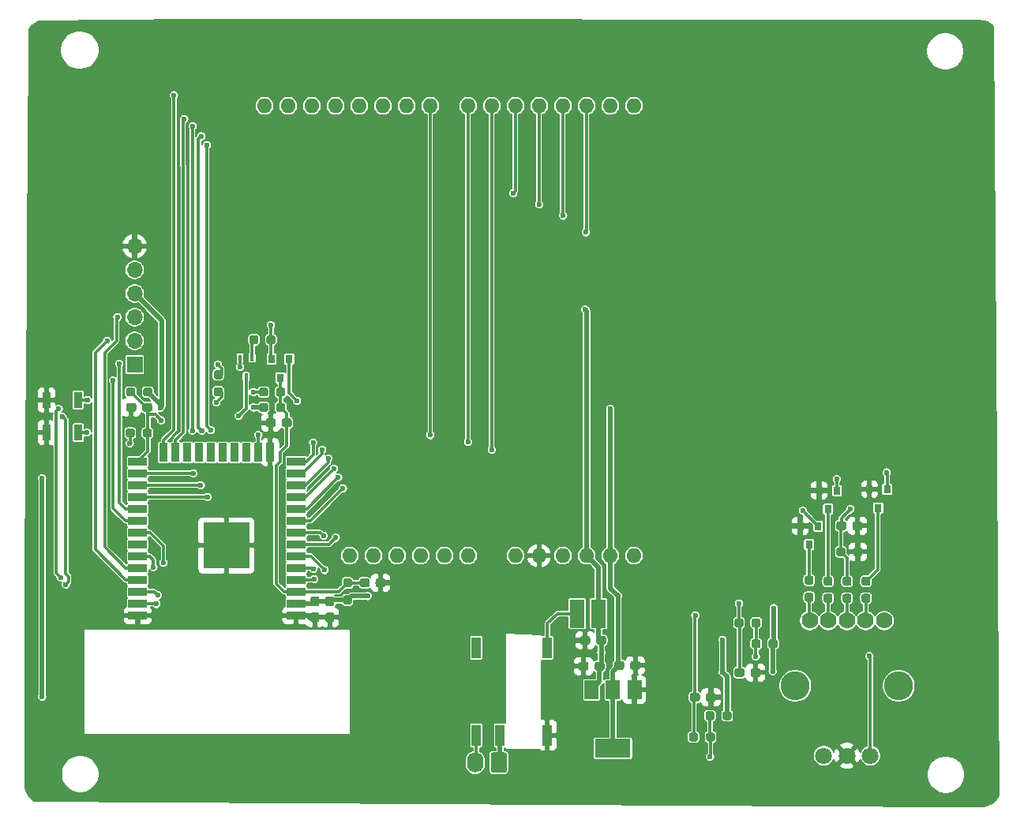
<source format=gbr>
%TF.GenerationSoftware,KiCad,Pcbnew,(5.1.7)-1*%
%TF.CreationDate,2020-12-15T16:08:46+01:00*%
%TF.ProjectId,EZ-PY32,455a2d50-5933-4322-9e6b-696361645f70,rev?*%
%TF.SameCoordinates,Original*%
%TF.FileFunction,Copper,L1,Top*%
%TF.FilePolarity,Positive*%
%FSLAX46Y46*%
G04 Gerber Fmt 4.6, Leading zero omitted, Abs format (unit mm)*
G04 Created by KiCad (PCBNEW (5.1.7)-1) date 2020-12-15 16:08:46*
%MOMM*%
%LPD*%
G01*
G04 APERTURE LIST*
%TA.AperFunction,ComponentPad*%
%ADD10C,1.800000*%
%TD*%
%TA.AperFunction,ComponentPad*%
%ADD11C,1.778000*%
%TD*%
%TA.AperFunction,ComponentPad*%
%ADD12C,3.116000*%
%TD*%
%TA.AperFunction,ComponentPad*%
%ADD13O,1.600000X1.600000*%
%TD*%
%TA.AperFunction,SMDPad,CuDef*%
%ADD14R,1.000000X2.300000*%
%TD*%
%TA.AperFunction,SMDPad,CuDef*%
%ADD15R,5.000000X5.000000*%
%TD*%
%TA.AperFunction,SMDPad,CuDef*%
%ADD16R,2.000000X0.900000*%
%TD*%
%TA.AperFunction,SMDPad,CuDef*%
%ADD17R,0.900000X2.000000*%
%TD*%
%TA.AperFunction,SMDPad,CuDef*%
%ADD18R,0.900000X1.700000*%
%TD*%
%TA.AperFunction,SMDPad,CuDef*%
%ADD19R,1.500000X2.000000*%
%TD*%
%TA.AperFunction,SMDPad,CuDef*%
%ADD20R,3.800000X2.000000*%
%TD*%
%TA.AperFunction,SMDPad,CuDef*%
%ADD21R,0.800000X0.900000*%
%TD*%
%TA.AperFunction,SMDPad,CuDef*%
%ADD22R,0.450000X0.700000*%
%TD*%
%TA.AperFunction,ComponentPad*%
%ADD23O,1.740000X2.190000*%
%TD*%
%TA.AperFunction,ComponentPad*%
%ADD24R,1.700000X1.700000*%
%TD*%
%TA.AperFunction,ComponentPad*%
%ADD25O,1.700000X1.700000*%
%TD*%
%TA.AperFunction,SMDPad,CuDef*%
%ADD26R,1.520000X3.050000*%
%TD*%
%TA.AperFunction,ViaPad*%
%ADD27C,0.600000*%
%TD*%
%TA.AperFunction,Conductor*%
%ADD28C,0.300000*%
%TD*%
%TA.AperFunction,Conductor*%
%ADD29C,0.500000*%
%TD*%
%TA.AperFunction,Conductor*%
%ADD30C,0.152400*%
%TD*%
%TA.AperFunction,Conductor*%
%ADD31C,0.100000*%
%TD*%
G04 APERTURE END LIST*
D10*
%TO.P,S1,A*%
%TO.N,Net-(R1-Pad1)*%
X113260500Y-116974000D03*
%TO.P,S1,C*%
%TO.N,GND*%
X115760500Y-116974000D03*
%TO.P,S1,B*%
%TO.N,Net-(R2-Pad1)*%
X118260500Y-116974000D03*
D11*
%TO.P,S1,3*%
%TO.N,Net-(R8-Pad2)*%
X115760500Y-102474000D03*
%TO.P,S1,2*%
%TO.N,Net-(R6-Pad2)*%
X113760500Y-102474000D03*
D12*
%TO.P,S1,M1*%
%TO.N,N/C*%
X110210500Y-109474000D03*
%TO.P,S1,M2*%
X121310500Y-109474000D03*
D11*
%TO.P,S1,4*%
%TO.N,Net-(R7-Pad2)*%
X117760500Y-102474000D03*
%TO.P,S1,1*%
%TO.N,Net-(R5-Pad2)*%
X111760500Y-102474000D03*
%TO.P,S1,5*%
%TO.N,+5V*%
X119760500Y-102474000D03*
%TD*%
%TO.P,C4,1*%
%TO.N,+5V*%
%TA.AperFunction,SMDPad,CuDef*%
G36*
G01*
X89945360Y-104354380D02*
X89945360Y-104829380D01*
G75*
G02*
X89707860Y-105066880I-237500J0D01*
G01*
X89107860Y-105066880D01*
G75*
G02*
X88870360Y-104829380I0J237500D01*
G01*
X88870360Y-104354380D01*
G75*
G02*
X89107860Y-104116880I237500J0D01*
G01*
X89707860Y-104116880D01*
G75*
G02*
X89945360Y-104354380I0J-237500D01*
G01*
G37*
%TD.AperFunction*%
%TO.P,C4,2*%
%TO.N,GND*%
%TA.AperFunction,SMDPad,CuDef*%
G36*
G01*
X88220360Y-104354380D02*
X88220360Y-104829380D01*
G75*
G02*
X87982860Y-105066880I-237500J0D01*
G01*
X87382860Y-105066880D01*
G75*
G02*
X87145360Y-104829380I0J237500D01*
G01*
X87145360Y-104354380D01*
G75*
G02*
X87382860Y-104116880I237500J0D01*
G01*
X87982860Y-104116880D01*
G75*
G02*
X88220360Y-104354380I0J-237500D01*
G01*
G37*
%TD.AperFunction*%
%TD*%
D13*
%TO.P,U4,5*%
%TO.N,LCD_CS*%
X67513200Y-95504000D03*
%TO.P,U4,15*%
%TO.N,N/C*%
X92913200Y-47244000D03*
%TO.P,U4,19*%
%TO.N,SD_DI*%
X82753200Y-47244000D03*
%TO.P,U4,28*%
%TO.N,/Display/LCD_D2*%
X58373200Y-47244000D03*
%TO.P,U4,27*%
%TO.N,/Display/LCD_D3*%
X60913200Y-47244000D03*
%TO.P,U4,25*%
%TO.N,/Display/LCD_D5*%
X65993200Y-47244000D03*
%TO.P,U4,3*%
%TO.N,N/C*%
X62433200Y-95504000D03*
%TO.P,U4,7*%
%TO.N,LCD_WR*%
X72593200Y-95504000D03*
%TO.P,U4,8*%
%TO.N,LCD_RD*%
X75133200Y-95504000D03*
%TO.P,U4,10*%
%TO.N,GND*%
X82753200Y-95504000D03*
%TO.P,U4,13*%
%TO.N,+3V3*%
X90373200Y-95504000D03*
%TO.P,U4,24*%
%TO.N,/Display/LCD_D6*%
X68533200Y-47244000D03*
%TO.P,U4,14*%
%TO.N,N/C*%
X92913200Y-95504000D03*
%TO.P,U4,30*%
X53293200Y-47244000D03*
%TO.P,U4,23*%
%TO.N,/Display/LCD_D7*%
X71073200Y-47244000D03*
%TO.P,U4,18*%
%TO.N,SD_D0*%
X85293200Y-47244000D03*
%TO.P,U4,9*%
%TO.N,N/C*%
X80213200Y-95504000D03*
%TO.P,U4,17*%
%TO.N,SD_SCK*%
X87833200Y-47244000D03*
%TO.P,U4,4*%
%TO.N,LCD_RST*%
X64973200Y-95504000D03*
%TO.P,U4,6*%
%TO.N,LCD_RS*%
X70053200Y-95504000D03*
%TO.P,U4,29*%
%TO.N,N/C*%
X55833200Y-47244000D03*
%TO.P,U4,26*%
%TO.N,/Display/LCD_D4*%
X63453200Y-47244000D03*
%TO.P,U4,20*%
%TO.N,SD_SS*%
X80213200Y-47244000D03*
%TO.P,U4,21*%
%TO.N,/Display/LCD_D1*%
X77673200Y-47244000D03*
%TO.P,U4,11*%
%TO.N,N/C*%
X85293200Y-95504000D03*
%TO.P,U4,16*%
X90373200Y-47244000D03*
%TO.P,U4,22*%
%TO.N,/Display/LCD_D0*%
X75133200Y-47244000D03*
%TO.P,U4,12*%
%TO.N,+5V*%
X87833200Y-95504000D03*
%TD*%
D14*
%TO.P,U1,1*%
%TO.N,Net-(J1-Pad2)*%
X76009500Y-114785500D03*
%TO.P,U1,3*%
%TO.N,+12V*%
X78549500Y-114785500D03*
%TO.P,U1,7*%
%TO.N,GND*%
X83629500Y-114785500D03*
%TO.P,U1,14*%
%TO.N,N/C*%
X76009500Y-105385500D03*
%TO.P,U1,8*%
%TO.N,Net-(L1-Pad1)*%
X83629500Y-105385500D03*
%TD*%
%TO.P,R10,2*%
%TO.N,EN_ESP*%
%TA.AperFunction,SMDPad,CuDef*%
G36*
G01*
X54539700Y-79843000D02*
X54539700Y-79368000D01*
G75*
G02*
X54777200Y-79130500I237500J0D01*
G01*
X55277200Y-79130500D01*
G75*
G02*
X55514700Y-79368000I0J-237500D01*
G01*
X55514700Y-79843000D01*
G75*
G02*
X55277200Y-80080500I-237500J0D01*
G01*
X54777200Y-80080500D01*
G75*
G02*
X54539700Y-79843000I0J237500D01*
G01*
G37*
%TD.AperFunction*%
%TO.P,R10,1*%
%TO.N,+3V3*%
%TA.AperFunction,SMDPad,CuDef*%
G36*
G01*
X52714700Y-79843000D02*
X52714700Y-79368000D01*
G75*
G02*
X52952200Y-79130500I237500J0D01*
G01*
X53452200Y-79130500D01*
G75*
G02*
X53689700Y-79368000I0J-237500D01*
G01*
X53689700Y-79843000D01*
G75*
G02*
X53452200Y-80080500I-237500J0D01*
G01*
X52952200Y-80080500D01*
G75*
G02*
X52714700Y-79843000I0J237500D01*
G01*
G37*
%TD.AperFunction*%
%TD*%
%TO.P,R6,2*%
%TO.N,Net-(R6-Pad2)*%
%TA.AperFunction,SMDPad,CuDef*%
G36*
G01*
X113491000Y-99588500D02*
X113966000Y-99588500D01*
G75*
G02*
X114203500Y-99826000I0J-237500D01*
G01*
X114203500Y-100326000D01*
G75*
G02*
X113966000Y-100563500I-237500J0D01*
G01*
X113491000Y-100563500D01*
G75*
G02*
X113253500Y-100326000I0J237500D01*
G01*
X113253500Y-99826000D01*
G75*
G02*
X113491000Y-99588500I237500J0D01*
G01*
G37*
%TD.AperFunction*%
%TO.P,R6,1*%
%TO.N,Net-(Q2-Pad3)*%
%TA.AperFunction,SMDPad,CuDef*%
G36*
G01*
X113491000Y-97763500D02*
X113966000Y-97763500D01*
G75*
G02*
X114203500Y-98001000I0J-237500D01*
G01*
X114203500Y-98501000D01*
G75*
G02*
X113966000Y-98738500I-237500J0D01*
G01*
X113491000Y-98738500D01*
G75*
G02*
X113253500Y-98501000I0J237500D01*
G01*
X113253500Y-98001000D01*
G75*
G02*
X113491000Y-97763500I237500J0D01*
G01*
G37*
%TD.AperFunction*%
%TD*%
%TO.P,R5,2*%
%TO.N,Net-(R5-Pad2)*%
%TA.AperFunction,SMDPad,CuDef*%
G36*
G01*
X111459000Y-99485000D02*
X111934000Y-99485000D01*
G75*
G02*
X112171500Y-99722500I0J-237500D01*
G01*
X112171500Y-100222500D01*
G75*
G02*
X111934000Y-100460000I-237500J0D01*
G01*
X111459000Y-100460000D01*
G75*
G02*
X111221500Y-100222500I0J237500D01*
G01*
X111221500Y-99722500D01*
G75*
G02*
X111459000Y-99485000I237500J0D01*
G01*
G37*
%TD.AperFunction*%
%TO.P,R5,1*%
%TO.N,Net-(Q3-Pad3)*%
%TA.AperFunction,SMDPad,CuDef*%
G36*
G01*
X111459000Y-97660000D02*
X111934000Y-97660000D01*
G75*
G02*
X112171500Y-97897500I0J-237500D01*
G01*
X112171500Y-98397500D01*
G75*
G02*
X111934000Y-98635000I-237500J0D01*
G01*
X111459000Y-98635000D01*
G75*
G02*
X111221500Y-98397500I0J237500D01*
G01*
X111221500Y-97897500D01*
G75*
G02*
X111459000Y-97660000I237500J0D01*
G01*
G37*
%TD.AperFunction*%
%TD*%
D15*
%TO.P,U3,39*%
%TO.N,GND*%
X49196500Y-94417500D03*
D16*
%TO.P,U3,1*%
X56696500Y-101917500D03*
%TO.P,U3,2*%
%TO.N,+3V3*%
X56696500Y-100647500D03*
%TO.P,U3,3*%
%TO.N,EN_ESP*%
X56696500Y-99377500D03*
%TO.P,U3,4*%
%TO.N,SENSOR_VP*%
X56696500Y-98107500D03*
%TO.P,U3,5*%
%TO.N,SENSOR_VN*%
X56696500Y-96837500D03*
%TO.P,U3,6*%
%TO.N,LCD_RS*%
X56696500Y-95567500D03*
%TO.P,U3,7*%
%TO.N,LCD_WR*%
X56696500Y-94297500D03*
%TO.P,U3,8*%
%TO.N,LCD_RD*%
X56696500Y-93027500D03*
%TO.P,U3,9*%
%TO.N,/Drehencoder/rot*%
X56696500Y-91757500D03*
%TO.P,U3,10*%
%TO.N,/ESP32/Potti_schalter*%
X56696500Y-90487500D03*
%TO.P,U3,11*%
%TO.N,/Drehencoder/gruen*%
X56696500Y-89217500D03*
%TO.P,U3,12*%
%TO.N,/Drehencoder/blau*%
X56696500Y-87947500D03*
%TO.P,U3,13*%
%TO.N,/Display/LCD_D1*%
X56696500Y-86677500D03*
%TO.P,U3,14*%
%TO.N,/Display/LCD_D0*%
X56696500Y-85407500D03*
D17*
%TO.P,U3,15*%
%TO.N,GND*%
X53911500Y-84407500D03*
%TO.P,U3,16*%
%TO.N,/Display/LCD_D7*%
X52641500Y-84407500D03*
%TO.P,U3,17*%
%TO.N,N/C*%
X51371500Y-84407500D03*
%TO.P,U3,18*%
X50101500Y-84407500D03*
%TO.P,U3,19*%
X48831500Y-84407500D03*
%TO.P,U3,20*%
X47561500Y-84407500D03*
%TO.P,U3,21*%
X46291500Y-84407500D03*
%TO.P,U3,22*%
X45021500Y-84407500D03*
%TO.P,U3,23*%
%TO.N,/Display/LCD_D3*%
X43751500Y-84407500D03*
%TO.P,U3,24*%
%TO.N,/Display/LCD_D2*%
X42481500Y-84407500D03*
D16*
%TO.P,U3,25*%
%TO.N,IO0_ESP*%
X39696500Y-85407500D03*
%TO.P,U3,26*%
%TO.N,/Display/LCD_D4*%
X39696500Y-86677500D03*
%TO.P,U3,27*%
%TO.N,/Display/LCD_D5*%
X39696500Y-87947500D03*
%TO.P,U3,28*%
%TO.N,/Display/LCD_D6*%
X39696500Y-89217500D03*
%TO.P,U3,29*%
%TO.N,/Anschl\u00FCssse/SDA*%
X39696500Y-90487500D03*
%TO.P,U3,30*%
%TO.N,/Anschl\u00FCssse/SCL*%
X39696500Y-91757500D03*
%TO.P,U3,31*%
%TO.N,LCD_CS*%
X39696500Y-93027500D03*
%TO.P,U3,32*%
%TO.N,N/C*%
X39696500Y-94297500D03*
%TO.P,U3,33*%
%TO.N,LCD_RST*%
X39696500Y-95567500D03*
%TO.P,U3,34*%
%TO.N,Rx*%
X39696500Y-96837500D03*
%TO.P,U3,35*%
%TO.N,Tx*%
X39696500Y-98107500D03*
%TO.P,U3,36*%
%TO.N,/Drehencoder/Potti_B*%
X39696500Y-99377500D03*
%TO.P,U3,37*%
%TO.N,/Drehencoder/Potti_A*%
X39696500Y-100647500D03*
%TO.P,U3,38*%
%TO.N,GND*%
X39696500Y-101917500D03*
%TD*%
D18*
%TO.P,SW1,1*%
%TO.N,Net-(R11-Pad2)*%
X33323000Y-78803500D03*
%TO.P,SW1,2*%
%TO.N,GND*%
X29923000Y-78803500D03*
%TD*%
%TO.P,R14,2*%
%TO.N,IO0_ESP*%
%TA.AperFunction,SMDPad,CuDef*%
G36*
G01*
X39440300Y-77717000D02*
X39440300Y-78192000D01*
G75*
G02*
X39202800Y-78429500I-237500J0D01*
G01*
X38702800Y-78429500D01*
G75*
G02*
X38465300Y-78192000I0J237500D01*
G01*
X38465300Y-77717000D01*
G75*
G02*
X38702800Y-77479500I237500J0D01*
G01*
X39202800Y-77479500D01*
G75*
G02*
X39440300Y-77717000I0J-237500D01*
G01*
G37*
%TD.AperFunction*%
%TO.P,R14,1*%
%TO.N,+3V3*%
%TA.AperFunction,SMDPad,CuDef*%
G36*
G01*
X41265300Y-77717000D02*
X41265300Y-78192000D01*
G75*
G02*
X41027800Y-78429500I-237500J0D01*
G01*
X40527800Y-78429500D01*
G75*
G02*
X40290300Y-78192000I0J237500D01*
G01*
X40290300Y-77717000D01*
G75*
G02*
X40527800Y-77479500I237500J0D01*
G01*
X41027800Y-77479500D01*
G75*
G02*
X41265300Y-77717000I0J-237500D01*
G01*
G37*
%TD.AperFunction*%
%TD*%
%TO.P,C3,2*%
%TO.N,GND*%
%TA.AperFunction,SMDPad,CuDef*%
G36*
G01*
X116339500Y-92543000D02*
X116339500Y-92068000D01*
G75*
G02*
X116577000Y-91830500I237500J0D01*
G01*
X117177000Y-91830500D01*
G75*
G02*
X117414500Y-92068000I0J-237500D01*
G01*
X117414500Y-92543000D01*
G75*
G02*
X117177000Y-92780500I-237500J0D01*
G01*
X116577000Y-92780500D01*
G75*
G02*
X116339500Y-92543000I0J237500D01*
G01*
G37*
%TD.AperFunction*%
%TO.P,C3,1*%
%TO.N,/ESP32/Potti_schalter*%
%TA.AperFunction,SMDPad,CuDef*%
G36*
G01*
X114614500Y-92543000D02*
X114614500Y-92068000D01*
G75*
G02*
X114852000Y-91830500I237500J0D01*
G01*
X115452000Y-91830500D01*
G75*
G02*
X115689500Y-92068000I0J-237500D01*
G01*
X115689500Y-92543000D01*
G75*
G02*
X115452000Y-92780500I-237500J0D01*
G01*
X114852000Y-92780500D01*
G75*
G02*
X114614500Y-92543000I0J237500D01*
G01*
G37*
%TD.AperFunction*%
%TD*%
%TO.P,C9,2*%
%TO.N,GND*%
%TA.AperFunction,SMDPad,CuDef*%
G36*
G01*
X39540300Y-79368000D02*
X39540300Y-79843000D01*
G75*
G02*
X39302800Y-80080500I-237500J0D01*
G01*
X38702800Y-80080500D01*
G75*
G02*
X38465300Y-79843000I0J237500D01*
G01*
X38465300Y-79368000D01*
G75*
G02*
X38702800Y-79130500I237500J0D01*
G01*
X39302800Y-79130500D01*
G75*
G02*
X39540300Y-79368000I0J-237500D01*
G01*
G37*
%TD.AperFunction*%
%TO.P,C9,1*%
%TO.N,IO0_ESP*%
%TA.AperFunction,SMDPad,CuDef*%
G36*
G01*
X41265300Y-79368000D02*
X41265300Y-79843000D01*
G75*
G02*
X41027800Y-80080500I-237500J0D01*
G01*
X40427800Y-80080500D01*
G75*
G02*
X40190300Y-79843000I0J237500D01*
G01*
X40190300Y-79368000D01*
G75*
G02*
X40427800Y-79130500I237500J0D01*
G01*
X41027800Y-79130500D01*
G75*
G02*
X41265300Y-79368000I0J-237500D01*
G01*
G37*
%TD.AperFunction*%
%TD*%
%TO.P,R11,2*%
%TO.N,Net-(R11-Pad2)*%
%TA.AperFunction,SMDPad,CuDef*%
G36*
G01*
X53689700Y-77717000D02*
X53689700Y-78192000D01*
G75*
G02*
X53452200Y-78429500I-237500J0D01*
G01*
X52952200Y-78429500D01*
G75*
G02*
X52714700Y-78192000I0J237500D01*
G01*
X52714700Y-77717000D01*
G75*
G02*
X52952200Y-77479500I237500J0D01*
G01*
X53452200Y-77479500D01*
G75*
G02*
X53689700Y-77717000I0J-237500D01*
G01*
G37*
%TD.AperFunction*%
%TO.P,R11,1*%
%TO.N,EN_ESP*%
%TA.AperFunction,SMDPad,CuDef*%
G36*
G01*
X55514700Y-77717000D02*
X55514700Y-78192000D01*
G75*
G02*
X55277200Y-78429500I-237500J0D01*
G01*
X54777200Y-78429500D01*
G75*
G02*
X54539700Y-78192000I0J237500D01*
G01*
X54539700Y-77717000D01*
G75*
G02*
X54777200Y-77479500I237500J0D01*
G01*
X55277200Y-77479500D01*
G75*
G02*
X55514700Y-77717000I0J-237500D01*
G01*
G37*
%TD.AperFunction*%
%TD*%
%TO.P,R15,2*%
%TO.N,Net-(R15-Pad2)*%
%TA.AperFunction,SMDPad,CuDef*%
G36*
G01*
X39389500Y-82111200D02*
X39389500Y-82586200D01*
G75*
G02*
X39152000Y-82823700I-237500J0D01*
G01*
X38652000Y-82823700D01*
G75*
G02*
X38414500Y-82586200I0J237500D01*
G01*
X38414500Y-82111200D01*
G75*
G02*
X38652000Y-81873700I237500J0D01*
G01*
X39152000Y-81873700D01*
G75*
G02*
X39389500Y-82111200I0J-237500D01*
G01*
G37*
%TD.AperFunction*%
%TO.P,R15,1*%
%TO.N,IO0_ESP*%
%TA.AperFunction,SMDPad,CuDef*%
G36*
G01*
X41214500Y-82111200D02*
X41214500Y-82586200D01*
G75*
G02*
X40977000Y-82823700I-237500J0D01*
G01*
X40477000Y-82823700D01*
G75*
G02*
X40239500Y-82586200I0J237500D01*
G01*
X40239500Y-82111200D01*
G75*
G02*
X40477000Y-81873700I237500J0D01*
G01*
X40977000Y-81873700D01*
G75*
G02*
X41214500Y-82111200I0J-237500D01*
G01*
G37*
%TD.AperFunction*%
%TD*%
%TO.P,C1,2*%
%TO.N,/Drehencoder/Potti_A*%
%TA.AperFunction,SMDPad,CuDef*%
G36*
G01*
X99992300Y-110457600D02*
X99992300Y-110932600D01*
G75*
G02*
X99754800Y-111170100I-237500J0D01*
G01*
X99154800Y-111170100D01*
G75*
G02*
X98917300Y-110932600I0J237500D01*
G01*
X98917300Y-110457600D01*
G75*
G02*
X99154800Y-110220100I237500J0D01*
G01*
X99754800Y-110220100D01*
G75*
G02*
X99992300Y-110457600I0J-237500D01*
G01*
G37*
%TD.AperFunction*%
%TO.P,C1,1*%
%TO.N,GND*%
%TA.AperFunction,SMDPad,CuDef*%
G36*
G01*
X101717300Y-110457600D02*
X101717300Y-110932600D01*
G75*
G02*
X101479800Y-111170100I-237500J0D01*
G01*
X100879800Y-111170100D01*
G75*
G02*
X100642300Y-110932600I0J237500D01*
G01*
X100642300Y-110457600D01*
G75*
G02*
X100879800Y-110220100I237500J0D01*
G01*
X101479800Y-110220100D01*
G75*
G02*
X101717300Y-110457600I0J-237500D01*
G01*
G37*
%TD.AperFunction*%
%TD*%
%TO.P,C2,2*%
%TO.N,/Drehencoder/Potti_B*%
%TA.AperFunction,SMDPad,CuDef*%
G36*
G01*
X104767500Y-107816000D02*
X104767500Y-108291000D01*
G75*
G02*
X104530000Y-108528500I-237500J0D01*
G01*
X103930000Y-108528500D01*
G75*
G02*
X103692500Y-108291000I0J237500D01*
G01*
X103692500Y-107816000D01*
G75*
G02*
X103930000Y-107578500I237500J0D01*
G01*
X104530000Y-107578500D01*
G75*
G02*
X104767500Y-107816000I0J-237500D01*
G01*
G37*
%TD.AperFunction*%
%TO.P,C2,1*%
%TO.N,GND*%
%TA.AperFunction,SMDPad,CuDef*%
G36*
G01*
X106492500Y-107816000D02*
X106492500Y-108291000D01*
G75*
G02*
X106255000Y-108528500I-237500J0D01*
G01*
X105655000Y-108528500D01*
G75*
G02*
X105417500Y-108291000I0J237500D01*
G01*
X105417500Y-107816000D01*
G75*
G02*
X105655000Y-107578500I237500J0D01*
G01*
X106255000Y-107578500D01*
G75*
G02*
X106492500Y-107816000I0J-237500D01*
G01*
G37*
%TD.AperFunction*%
%TD*%
%TO.P,C6,2*%
%TO.N,GND*%
%TA.AperFunction,SMDPad,CuDef*%
G36*
G01*
X88045360Y-107129380D02*
X88045360Y-107604380D01*
G75*
G02*
X87807860Y-107841880I-237500J0D01*
G01*
X87207860Y-107841880D01*
G75*
G02*
X86970360Y-107604380I0J237500D01*
G01*
X86970360Y-107129380D01*
G75*
G02*
X87207860Y-106891880I237500J0D01*
G01*
X87807860Y-106891880D01*
G75*
G02*
X88045360Y-107129380I0J-237500D01*
G01*
G37*
%TD.AperFunction*%
%TO.P,C6,1*%
%TO.N,+5V*%
%TA.AperFunction,SMDPad,CuDef*%
G36*
G01*
X89770360Y-107129380D02*
X89770360Y-107604380D01*
G75*
G02*
X89532860Y-107841880I-237500J0D01*
G01*
X88932860Y-107841880D01*
G75*
G02*
X88695360Y-107604380I0J237500D01*
G01*
X88695360Y-107129380D01*
G75*
G02*
X88932860Y-106891880I237500J0D01*
G01*
X89532860Y-106891880D01*
G75*
G02*
X89770360Y-107129380I0J-237500D01*
G01*
G37*
%TD.AperFunction*%
%TD*%
%TO.P,C7,2*%
%TO.N,GND*%
%TA.AperFunction,SMDPad,CuDef*%
G36*
G01*
X92520360Y-107529380D02*
X92520360Y-107054380D01*
G75*
G02*
X92757860Y-106816880I237500J0D01*
G01*
X93357860Y-106816880D01*
G75*
G02*
X93595360Y-107054380I0J-237500D01*
G01*
X93595360Y-107529380D01*
G75*
G02*
X93357860Y-107766880I-237500J0D01*
G01*
X92757860Y-107766880D01*
G75*
G02*
X92520360Y-107529380I0J237500D01*
G01*
G37*
%TD.AperFunction*%
%TO.P,C7,1*%
%TO.N,+3V3*%
%TA.AperFunction,SMDPad,CuDef*%
G36*
G01*
X90795360Y-107529380D02*
X90795360Y-107054380D01*
G75*
G02*
X91032860Y-106816880I237500J0D01*
G01*
X91632860Y-106816880D01*
G75*
G02*
X91870360Y-107054380I0J-237500D01*
G01*
X91870360Y-107529380D01*
G75*
G02*
X91632860Y-107766880I-237500J0D01*
G01*
X91032860Y-107766880D01*
G75*
G02*
X90795360Y-107529380I0J237500D01*
G01*
G37*
%TD.AperFunction*%
%TD*%
%TO.P,C8,2*%
%TO.N,GND*%
%TA.AperFunction,SMDPad,CuDef*%
G36*
G01*
X54495360Y-81004380D02*
X54495360Y-81479380D01*
G75*
G02*
X54257860Y-81716880I-237500J0D01*
G01*
X53657860Y-81716880D01*
G75*
G02*
X53420360Y-81479380I0J237500D01*
G01*
X53420360Y-81004380D01*
G75*
G02*
X53657860Y-80766880I237500J0D01*
G01*
X54257860Y-80766880D01*
G75*
G02*
X54495360Y-81004380I0J-237500D01*
G01*
G37*
%TD.AperFunction*%
%TO.P,C8,1*%
%TO.N,EN_ESP*%
%TA.AperFunction,SMDPad,CuDef*%
G36*
G01*
X56220360Y-81004380D02*
X56220360Y-81479380D01*
G75*
G02*
X55982860Y-81716880I-237500J0D01*
G01*
X55382860Y-81716880D01*
G75*
G02*
X55145360Y-81479380I0J237500D01*
G01*
X55145360Y-81004380D01*
G75*
G02*
X55382860Y-80766880I237500J0D01*
G01*
X55982860Y-80766880D01*
G75*
G02*
X56220360Y-81004380I0J-237500D01*
G01*
G37*
%TD.AperFunction*%
%TD*%
%TO.P,C10,2*%
%TO.N,GND*%
%TA.AperFunction,SMDPad,CuDef*%
G36*
G01*
X60057860Y-101591880D02*
X60532860Y-101591880D01*
G75*
G02*
X60770360Y-101829380I0J-237500D01*
G01*
X60770360Y-102429380D01*
G75*
G02*
X60532860Y-102666880I-237500J0D01*
G01*
X60057860Y-102666880D01*
G75*
G02*
X59820360Y-102429380I0J237500D01*
G01*
X59820360Y-101829380D01*
G75*
G02*
X60057860Y-101591880I237500J0D01*
G01*
G37*
%TD.AperFunction*%
%TO.P,C10,1*%
%TO.N,+3V3*%
%TA.AperFunction,SMDPad,CuDef*%
G36*
G01*
X60057860Y-99866880D02*
X60532860Y-99866880D01*
G75*
G02*
X60770360Y-100104380I0J-237500D01*
G01*
X60770360Y-100704380D01*
G75*
G02*
X60532860Y-100941880I-237500J0D01*
G01*
X60057860Y-100941880D01*
G75*
G02*
X59820360Y-100704380I0J237500D01*
G01*
X59820360Y-100104380D01*
G75*
G02*
X60057860Y-99866880I237500J0D01*
G01*
G37*
%TD.AperFunction*%
%TD*%
%TO.P,C12,2*%
%TO.N,GND*%
%TA.AperFunction,SMDPad,CuDef*%
G36*
G01*
X58457860Y-101591880D02*
X58932860Y-101591880D01*
G75*
G02*
X59170360Y-101829380I0J-237500D01*
G01*
X59170360Y-102429380D01*
G75*
G02*
X58932860Y-102666880I-237500J0D01*
G01*
X58457860Y-102666880D01*
G75*
G02*
X58220360Y-102429380I0J237500D01*
G01*
X58220360Y-101829380D01*
G75*
G02*
X58457860Y-101591880I237500J0D01*
G01*
G37*
%TD.AperFunction*%
%TO.P,C12,1*%
%TO.N,+3V3*%
%TA.AperFunction,SMDPad,CuDef*%
G36*
G01*
X58457860Y-99866880D02*
X58932860Y-99866880D01*
G75*
G02*
X59170360Y-100104380I0J-237500D01*
G01*
X59170360Y-100704380D01*
G75*
G02*
X58932860Y-100941880I-237500J0D01*
G01*
X58457860Y-100941880D01*
G75*
G02*
X58220360Y-100704380I0J237500D01*
G01*
X58220360Y-100104380D01*
G75*
G02*
X58457860Y-99866880I237500J0D01*
G01*
G37*
%TD.AperFunction*%
%TD*%
%TO.P,R1,2*%
%TO.N,+5V*%
%TA.AperFunction,SMDPad,CuDef*%
G36*
G01*
X102418700Y-112913800D02*
X102418700Y-112438800D01*
G75*
G02*
X102656200Y-112201300I237500J0D01*
G01*
X103156200Y-112201300D01*
G75*
G02*
X103393700Y-112438800I0J-237500D01*
G01*
X103393700Y-112913800D01*
G75*
G02*
X103156200Y-113151300I-237500J0D01*
G01*
X102656200Y-113151300D01*
G75*
G02*
X102418700Y-112913800I0J237500D01*
G01*
G37*
%TD.AperFunction*%
%TO.P,R1,1*%
%TO.N,Net-(R1-Pad1)*%
%TA.AperFunction,SMDPad,CuDef*%
G36*
G01*
X100593700Y-112913800D02*
X100593700Y-112438800D01*
G75*
G02*
X100831200Y-112201300I237500J0D01*
G01*
X101331200Y-112201300D01*
G75*
G02*
X101568700Y-112438800I0J-237500D01*
G01*
X101568700Y-112913800D01*
G75*
G02*
X101331200Y-113151300I-237500J0D01*
G01*
X100831200Y-113151300D01*
G75*
G02*
X100593700Y-112913800I0J237500D01*
G01*
G37*
%TD.AperFunction*%
%TD*%
%TO.P,R2,2*%
%TO.N,+5V*%
%TA.AperFunction,SMDPad,CuDef*%
G36*
G01*
X107346300Y-105192200D02*
X107346300Y-104717200D01*
G75*
G02*
X107583800Y-104479700I237500J0D01*
G01*
X108083800Y-104479700D01*
G75*
G02*
X108321300Y-104717200I0J-237500D01*
G01*
X108321300Y-105192200D01*
G75*
G02*
X108083800Y-105429700I-237500J0D01*
G01*
X107583800Y-105429700D01*
G75*
G02*
X107346300Y-105192200I0J237500D01*
G01*
G37*
%TD.AperFunction*%
%TO.P,R2,1*%
%TO.N,Net-(R2-Pad1)*%
%TA.AperFunction,SMDPad,CuDef*%
G36*
G01*
X105521300Y-105192200D02*
X105521300Y-104717200D01*
G75*
G02*
X105758800Y-104479700I237500J0D01*
G01*
X106258800Y-104479700D01*
G75*
G02*
X106496300Y-104717200I0J-237500D01*
G01*
X106496300Y-105192200D01*
G75*
G02*
X106258800Y-105429700I-237500J0D01*
G01*
X105758800Y-105429700D01*
G75*
G02*
X105521300Y-105192200I0J237500D01*
G01*
G37*
%TD.AperFunction*%
%TD*%
%TO.P,R3,2*%
%TO.N,Net-(R1-Pad1)*%
%TA.AperFunction,SMDPad,CuDef*%
G36*
G01*
X100640700Y-115199800D02*
X100640700Y-114724800D01*
G75*
G02*
X100878200Y-114487300I237500J0D01*
G01*
X101378200Y-114487300D01*
G75*
G02*
X101615700Y-114724800I0J-237500D01*
G01*
X101615700Y-115199800D01*
G75*
G02*
X101378200Y-115437300I-237500J0D01*
G01*
X100878200Y-115437300D01*
G75*
G02*
X100640700Y-115199800I0J237500D01*
G01*
G37*
%TD.AperFunction*%
%TO.P,R3,1*%
%TO.N,/Drehencoder/Potti_A*%
%TA.AperFunction,SMDPad,CuDef*%
G36*
G01*
X98815700Y-115199800D02*
X98815700Y-114724800D01*
G75*
G02*
X99053200Y-114487300I237500J0D01*
G01*
X99553200Y-114487300D01*
G75*
G02*
X99790700Y-114724800I0J-237500D01*
G01*
X99790700Y-115199800D01*
G75*
G02*
X99553200Y-115437300I-237500J0D01*
G01*
X99053200Y-115437300D01*
G75*
G02*
X98815700Y-115199800I0J237500D01*
G01*
G37*
%TD.AperFunction*%
%TD*%
%TO.P,R4,2*%
%TO.N,/Drehencoder/Potti_B*%
%TA.AperFunction,SMDPad,CuDef*%
G36*
G01*
X104667500Y-102482000D02*
X104667500Y-102957000D01*
G75*
G02*
X104430000Y-103194500I-237500J0D01*
G01*
X103930000Y-103194500D01*
G75*
G02*
X103692500Y-102957000I0J237500D01*
G01*
X103692500Y-102482000D01*
G75*
G02*
X103930000Y-102244500I237500J0D01*
G01*
X104430000Y-102244500D01*
G75*
G02*
X104667500Y-102482000I0J-237500D01*
G01*
G37*
%TD.AperFunction*%
%TO.P,R4,1*%
%TO.N,Net-(R2-Pad1)*%
%TA.AperFunction,SMDPad,CuDef*%
G36*
G01*
X106492500Y-102482000D02*
X106492500Y-102957000D01*
G75*
G02*
X106255000Y-103194500I-237500J0D01*
G01*
X105755000Y-103194500D01*
G75*
G02*
X105517500Y-102957000I0J237500D01*
G01*
X105517500Y-102482000D01*
G75*
G02*
X105755000Y-102244500I237500J0D01*
G01*
X106255000Y-102244500D01*
G75*
G02*
X106492500Y-102482000I0J-237500D01*
G01*
G37*
%TD.AperFunction*%
%TD*%
%TO.P,R8,2*%
%TO.N,Net-(R8-Pad2)*%
%TA.AperFunction,SMDPad,CuDef*%
G36*
G01*
X115523000Y-99588500D02*
X115998000Y-99588500D01*
G75*
G02*
X116235500Y-99826000I0J-237500D01*
G01*
X116235500Y-100326000D01*
G75*
G02*
X115998000Y-100563500I-237500J0D01*
G01*
X115523000Y-100563500D01*
G75*
G02*
X115285500Y-100326000I0J237500D01*
G01*
X115285500Y-99826000D01*
G75*
G02*
X115523000Y-99588500I237500J0D01*
G01*
G37*
%TD.AperFunction*%
%TO.P,R8,1*%
%TO.N,/ESP32/Potti_schalter*%
%TA.AperFunction,SMDPad,CuDef*%
G36*
G01*
X115523000Y-97763500D02*
X115998000Y-97763500D01*
G75*
G02*
X116235500Y-98001000I0J-237500D01*
G01*
X116235500Y-98501000D01*
G75*
G02*
X115998000Y-98738500I-237500J0D01*
G01*
X115523000Y-98738500D01*
G75*
G02*
X115285500Y-98501000I0J237500D01*
G01*
X115285500Y-98001000D01*
G75*
G02*
X115523000Y-97763500I237500J0D01*
G01*
G37*
%TD.AperFunction*%
%TD*%
%TO.P,R9,2*%
%TO.N,GND*%
%TA.AperFunction,SMDPad,CuDef*%
G36*
G01*
X116439500Y-95337000D02*
X116439500Y-94862000D01*
G75*
G02*
X116677000Y-94624500I237500J0D01*
G01*
X117177000Y-94624500D01*
G75*
G02*
X117414500Y-94862000I0J-237500D01*
G01*
X117414500Y-95337000D01*
G75*
G02*
X117177000Y-95574500I-237500J0D01*
G01*
X116677000Y-95574500D01*
G75*
G02*
X116439500Y-95337000I0J237500D01*
G01*
G37*
%TD.AperFunction*%
%TO.P,R9,1*%
%TO.N,/ESP32/Potti_schalter*%
%TA.AperFunction,SMDPad,CuDef*%
G36*
G01*
X114614500Y-95337000D02*
X114614500Y-94862000D01*
G75*
G02*
X114852000Y-94624500I237500J0D01*
G01*
X115352000Y-94624500D01*
G75*
G02*
X115589500Y-94862000I0J-237500D01*
G01*
X115589500Y-95337000D01*
G75*
G02*
X115352000Y-95574500I-237500J0D01*
G01*
X114852000Y-95574500D01*
G75*
G02*
X114614500Y-95337000I0J237500D01*
G01*
G37*
%TD.AperFunction*%
%TD*%
%TO.P,R7,2*%
%TO.N,Net-(R7-Pad2)*%
%TA.AperFunction,SMDPad,CuDef*%
G36*
G01*
X117555000Y-99588500D02*
X118030000Y-99588500D01*
G75*
G02*
X118267500Y-99826000I0J-237500D01*
G01*
X118267500Y-100326000D01*
G75*
G02*
X118030000Y-100563500I-237500J0D01*
G01*
X117555000Y-100563500D01*
G75*
G02*
X117317500Y-100326000I0J237500D01*
G01*
X117317500Y-99826000D01*
G75*
G02*
X117555000Y-99588500I237500J0D01*
G01*
G37*
%TD.AperFunction*%
%TO.P,R7,1*%
%TO.N,Net-(Q1-Pad3)*%
%TA.AperFunction,SMDPad,CuDef*%
G36*
G01*
X117555000Y-97763500D02*
X118030000Y-97763500D01*
G75*
G02*
X118267500Y-98001000I0J-237500D01*
G01*
X118267500Y-98501000D01*
G75*
G02*
X118030000Y-98738500I-237500J0D01*
G01*
X117555000Y-98738500D01*
G75*
G02*
X117317500Y-98501000I0J237500D01*
G01*
X117317500Y-98001000D01*
G75*
G02*
X117555000Y-97763500I237500J0D01*
G01*
G37*
%TD.AperFunction*%
%TD*%
D19*
%TO.P,U2,1*%
%TO.N,GND*%
X92964500Y-109892500D03*
%TO.P,U2,3*%
%TO.N,+5V*%
X88364500Y-109892500D03*
%TO.P,U2,2*%
%TO.N,+3V3*%
X90664500Y-109892500D03*
D20*
X90664500Y-116192500D03*
%TD*%
D21*
%TO.P,Q4,3*%
%TO.N,EN_ESP*%
X55003700Y-76414500D03*
%TO.P,Q4,2*%
%TO.N,RTS*%
X54053700Y-74414500D03*
%TO.P,Q4,1*%
%TO.N,Net-(Q4-Pad1)*%
X55953700Y-74414500D03*
%TD*%
D22*
%TO.P,Q5,3*%
%TO.N,IO0_ESP*%
X51320700Y-76287500D03*
%TO.P,Q5,2*%
%TO.N,DTR*%
X50670700Y-74287500D03*
%TO.P,Q5,1*%
%TO.N,Net-(Q5-Pad1)*%
X51970700Y-74287500D03*
%TD*%
%TO.P,R12,2*%
%TO.N,Net-(Q4-Pad1)*%
%TA.AperFunction,SMDPad,CuDef*%
G36*
G01*
X48111400Y-77439700D02*
X48586400Y-77439700D01*
G75*
G02*
X48823900Y-77677200I0J-237500D01*
G01*
X48823900Y-78177200D01*
G75*
G02*
X48586400Y-78414700I-237500J0D01*
G01*
X48111400Y-78414700D01*
G75*
G02*
X47873900Y-78177200I0J237500D01*
G01*
X47873900Y-77677200D01*
G75*
G02*
X48111400Y-77439700I237500J0D01*
G01*
G37*
%TD.AperFunction*%
%TO.P,R12,1*%
%TO.N,DTR*%
%TA.AperFunction,SMDPad,CuDef*%
G36*
G01*
X48111400Y-75614700D02*
X48586400Y-75614700D01*
G75*
G02*
X48823900Y-75852200I0J-237500D01*
G01*
X48823900Y-76352200D01*
G75*
G02*
X48586400Y-76589700I-237500J0D01*
G01*
X48111400Y-76589700D01*
G75*
G02*
X47873900Y-76352200I0J237500D01*
G01*
X47873900Y-75852200D01*
G75*
G02*
X48111400Y-75614700I237500J0D01*
G01*
G37*
%TD.AperFunction*%
%TD*%
%TO.P,R13,1*%
%TO.N,RTS*%
%TA.AperFunction,SMDPad,CuDef*%
G36*
G01*
X54473300Y-72103600D02*
X54473300Y-72578600D01*
G75*
G02*
X54235800Y-72816100I-237500J0D01*
G01*
X53735800Y-72816100D01*
G75*
G02*
X53498300Y-72578600I0J237500D01*
G01*
X53498300Y-72103600D01*
G75*
G02*
X53735800Y-71866100I237500J0D01*
G01*
X54235800Y-71866100D01*
G75*
G02*
X54473300Y-72103600I0J-237500D01*
G01*
G37*
%TD.AperFunction*%
%TO.P,R13,2*%
%TO.N,Net-(Q5-Pad1)*%
%TA.AperFunction,SMDPad,CuDef*%
G36*
G01*
X52648300Y-72103600D02*
X52648300Y-72578600D01*
G75*
G02*
X52410800Y-72816100I-237500J0D01*
G01*
X51910800Y-72816100D01*
G75*
G02*
X51673300Y-72578600I0J237500D01*
G01*
X51673300Y-72103600D01*
G75*
G02*
X51910800Y-71866100I237500J0D01*
G01*
X52410800Y-71866100D01*
G75*
G02*
X52648300Y-72103600I0J-237500D01*
G01*
G37*
%TD.AperFunction*%
%TD*%
%TO.P,J1,1*%
%TO.N,+12V*%
%TA.AperFunction,ComponentPad*%
G36*
G01*
X79292500Y-116860499D02*
X79292500Y-118550501D01*
G75*
G02*
X79042501Y-118800500I-249999J0D01*
G01*
X77802499Y-118800500D01*
G75*
G02*
X77552500Y-118550501I0J249999D01*
G01*
X77552500Y-116860499D01*
G75*
G02*
X77802499Y-116610500I249999J0D01*
G01*
X79042501Y-116610500D01*
G75*
G02*
X79292500Y-116860499I0J-249999D01*
G01*
G37*
%TD.AperFunction*%
D23*
%TO.P,J1,2*%
%TO.N,Net-(J1-Pad2)*%
X75882500Y-117705500D03*
%TD*%
D24*
%TO.P,J2,1*%
%TO.N,DTR*%
X39370000Y-74993500D03*
D25*
%TO.P,J2,2*%
%TO.N,Tx*%
X39370000Y-72453500D03*
%TO.P,J2,3*%
%TO.N,Rx*%
X39370000Y-69913500D03*
%TO.P,J2,4*%
%TO.N,+3V3*%
X39370000Y-67373500D03*
%TO.P,J2,5*%
%TO.N,RTS*%
X39370000Y-64833500D03*
%TO.P,J2,6*%
%TO.N,GND*%
X39370000Y-62293500D03*
%TD*%
D21*
%TO.P,Q1,1*%
%TO.N,/Drehencoder/blau*%
X120063300Y-88375100D03*
%TO.P,Q1,2*%
%TO.N,GND*%
X118163300Y-88375100D03*
%TO.P,Q1,3*%
%TO.N,Net-(Q1-Pad3)*%
X119113300Y-90375100D03*
%TD*%
%TO.P,Q2,3*%
%TO.N,Net-(Q2-Pad3)*%
X113728500Y-90511500D03*
%TO.P,Q2,2*%
%TO.N,GND*%
X112778500Y-88511500D03*
%TO.P,Q2,1*%
%TO.N,/Drehencoder/gruen*%
X114678500Y-88511500D03*
%TD*%
%TO.P,Q3,1*%
%TO.N,/Drehencoder/rot*%
X112646500Y-92321500D03*
%TO.P,Q3,2*%
%TO.N,GND*%
X110746500Y-92321500D03*
%TO.P,Q3,3*%
%TO.N,Net-(Q3-Pad3)*%
X111696500Y-94321500D03*
%TD*%
D18*
%TO.P,SW2,2*%
%TO.N,GND*%
X29923000Y-82296000D03*
%TO.P,SW2,1*%
%TO.N,Net-(R15-Pad2)*%
X33323000Y-82296000D03*
%TD*%
%TO.P,C5,2*%
%TO.N,GND*%
%TA.AperFunction,SMDPad,CuDef*%
G36*
G01*
X65220360Y-98654380D02*
X65220360Y-98179380D01*
G75*
G02*
X65457860Y-97941880I237500J0D01*
G01*
X66057860Y-97941880D01*
G75*
G02*
X66295360Y-98179380I0J-237500D01*
G01*
X66295360Y-98654380D01*
G75*
G02*
X66057860Y-98891880I-237500J0D01*
G01*
X65457860Y-98891880D01*
G75*
G02*
X65220360Y-98654380I0J237500D01*
G01*
G37*
%TD.AperFunction*%
%TO.P,C5,1*%
%TO.N,EN_ESP*%
%TA.AperFunction,SMDPad,CuDef*%
G36*
G01*
X63495360Y-98654380D02*
X63495360Y-98179380D01*
G75*
G02*
X63732860Y-97941880I237500J0D01*
G01*
X64332860Y-97941880D01*
G75*
G02*
X64570360Y-98179380I0J-237500D01*
G01*
X64570360Y-98654380D01*
G75*
G02*
X64332860Y-98891880I-237500J0D01*
G01*
X63732860Y-98891880D01*
G75*
G02*
X63495360Y-98654380I0J237500D01*
G01*
G37*
%TD.AperFunction*%
%TD*%
%TO.P,R17,1*%
%TO.N,+3V3*%
%TA.AperFunction,SMDPad,CuDef*%
G36*
G01*
X62432860Y-100741880D02*
X61957860Y-100741880D01*
G75*
G02*
X61720360Y-100504380I0J237500D01*
G01*
X61720360Y-100004380D01*
G75*
G02*
X61957860Y-99766880I237500J0D01*
G01*
X62432860Y-99766880D01*
G75*
G02*
X62670360Y-100004380I0J-237500D01*
G01*
X62670360Y-100504380D01*
G75*
G02*
X62432860Y-100741880I-237500J0D01*
G01*
G37*
%TD.AperFunction*%
%TO.P,R17,2*%
%TO.N,EN_ESP*%
%TA.AperFunction,SMDPad,CuDef*%
G36*
G01*
X62432860Y-98916880D02*
X61957860Y-98916880D01*
G75*
G02*
X61720360Y-98679380I0J237500D01*
G01*
X61720360Y-98179380D01*
G75*
G02*
X61957860Y-97941880I237500J0D01*
G01*
X62432860Y-97941880D01*
G75*
G02*
X62670360Y-98179380I0J-237500D01*
G01*
X62670360Y-98679380D01*
G75*
G02*
X62432860Y-98916880I-237500J0D01*
G01*
G37*
%TD.AperFunction*%
%TD*%
D26*
%TO.P,L1,2*%
%TO.N,+5V*%
X89115360Y-101716880D03*
%TO.P,L1,1*%
%TO.N,Net-(L1-Pad1)*%
X86825360Y-101716880D03*
%TD*%
D27*
%TO.N,GND*%
X51020360Y-95241880D03*
X51020360Y-93591880D03*
X50045360Y-94416880D03*
X48320360Y-94416880D03*
X47370360Y-95241880D03*
X47370360Y-93591880D03*
X50045360Y-96216880D03*
X48320360Y-96241880D03*
X49195360Y-95241880D03*
X50045360Y-92591880D03*
X49195360Y-93591880D03*
X48320360Y-92566880D03*
%TO.N,/Display/LCD_D4*%
X45554900Y-82094700D03*
%TO.N,/Drehencoder/Potti_B*%
X104180000Y-100638600D03*
X41836101Y-99762701D03*
%TO.N,+5V*%
X107783000Y-107903000D03*
%TO.N,+3V3*%
X52108100Y-79605500D03*
X90373200Y-79770600D03*
X42100500Y-79656300D03*
%TO.N,/Drehencoder/Potti_A*%
X41694100Y-100687500D03*
X99495360Y-101916880D03*
%TO.N,IO0_ESP*%
X42202100Y-80977100D03*
X50533300Y-80519900D03*
%TO.N,+3V3*%
X64345360Y-99841880D03*
X91195360Y-99841880D03*
%TO.N,+5V*%
X87693500Y-69115300D03*
X102420360Y-107991880D03*
X89407860Y-105904380D03*
X107902241Y-101134999D03*
X102420360Y-104541880D03*
%TO.N,GND*%
X39001700Y-80672300D03*
X117420360Y-96691880D03*
X116945360Y-93716880D03*
X94970360Y-110966880D03*
X94945360Y-109866880D03*
X92945360Y-112066880D03*
X93045360Y-105966880D03*
X94545360Y-107291880D03*
%TO.N,+12V*%
X29451300Y-110631292D03*
X29451300Y-87225500D03*
%TO.N,Rx*%
X37517700Y-69913500D03*
%TO.N,Tx*%
X36410900Y-72442700D03*
%TO.N,/Drehencoder/blau*%
X60134500Y-85091900D03*
X120020360Y-86566880D03*
%TO.N,Net-(R1-Pad1)*%
X101079300Y-117095900D03*
%TO.N,/Drehencoder/gruen*%
X60744100Y-86209500D03*
X114670360Y-87316880D03*
%TO.N,/Drehencoder/rot*%
X61709300Y-88292302D03*
X111020360Y-90691880D03*
%TO.N,Net-(R2-Pad1)*%
X105981500Y-106326300D03*
X118173500Y-106287490D03*
%TO.N,/ESP32/Potti_schalter*%
X61201300Y-87123900D03*
X116120360Y-90527500D03*
%TO.N,/Display/LCD_D7*%
X71073200Y-82568600D03*
X52641500Y-82577300D03*
%TO.N,/Display/LCD_D5*%
X46458500Y-87947500D03*
%TO.N,/Display/LCD_D6*%
X47169700Y-89217500D03*
X47536100Y-82043900D03*
X47119310Y-51462300D03*
%TO.N,/Display/LCD_D4*%
X45645700Y-86677500D03*
X45605700Y-49430300D03*
%TO.N,/Display/LCD_D5*%
X46570900Y-82094700D03*
X46520100Y-50497100D03*
%TO.N,/Display/LCD_D1*%
X77673200Y-84139400D03*
X59474100Y-84177500D03*
%TO.N,/Display/LCD_D2*%
X43590199Y-46093999D03*
%TO.N,/Display/LCD_D3*%
X44691300Y-48668300D03*
%TO.N,LCD_RST*%
X41389300Y-96725100D03*
%TO.N,LCD_CS*%
X42456100Y-96267902D03*
%TO.N,LCD_RS*%
X59745360Y-97041880D03*
%TO.N,LCD_WR*%
X60947300Y-93575498D03*
%TO.N,LCD_RD*%
X59626500Y-93372300D03*
%TO.N,/Display/LCD_D0*%
X75133200Y-83301200D03*
X58508900Y-83364701D03*
%TO.N,RTS*%
X53985800Y-70776440D03*
%TO.N,DTR*%
X50670700Y-75251700D03*
X48298100Y-75033500D03*
%TO.N,SD_SCK*%
X87769700Y-60809500D03*
%TO.N,SD_DI*%
X82740500Y-57812300D03*
%TO.N,SD_D0*%
X85331300Y-59031500D03*
%TO.N,SD_SS*%
X79984100Y-56606300D03*
%TO.N,/Anschl\u00FCssse/SDA*%
X37731700Y-74931900D03*
%TO.N,/Anschl\u00FCssse/SCL*%
X37071300Y-76709900D03*
%TO.N,SENSOR_VP*%
X31584900Y-80621500D03*
X31998194Y-98611594D03*
X58620360Y-98016880D03*
%TO.N,SENSOR_VN*%
X31229300Y-79757900D03*
X31432500Y-97842700D03*
X58520360Y-96916880D03*
%TO.N,Net-(Q4-Pad1)*%
X56781700Y-78894300D03*
X48145700Y-79046700D03*
%TO.N,Net-(R11-Pad2)*%
X52082700Y-77954500D03*
X34313500Y-78803500D03*
%TO.N,Net-(R15-Pad2)*%
X34250000Y-82296000D03*
X38849300Y-83466300D03*
%TD*%
D28*
%TO.N,/Drehencoder/Potti_B*%
X39696500Y-99377500D02*
X41378500Y-99377500D01*
X41378500Y-99377500D02*
X41425500Y-99377500D01*
X104230000Y-102769500D02*
X104180000Y-102719500D01*
X104230000Y-108053500D02*
X104230000Y-102769500D01*
X104180000Y-102719500D02*
X104180000Y-100638600D01*
X41450900Y-99377500D02*
X41836101Y-99762701D01*
X41378500Y-99377500D02*
X41450900Y-99377500D01*
%TO.N,/Drehencoder/Potti_A*%
X99353200Y-114912300D02*
X99303200Y-114962300D01*
X99353200Y-110644300D02*
X99353200Y-114912300D01*
D29*
%TO.N,+3V3*%
X90664500Y-116192500D02*
X90664500Y-109892500D01*
X90691000Y-116219000D02*
X90664500Y-116192500D01*
%TO.N,+5V*%
X87720000Y-95617200D02*
X87833200Y-95504000D01*
D28*
%TO.N,IO0_ESP*%
X40777800Y-81256500D02*
X40777800Y-80367500D01*
X40777800Y-79655500D02*
X40727800Y-79605500D01*
X40777800Y-80367500D02*
X40777800Y-79655500D01*
X40603800Y-79605500D02*
X38952800Y-77954500D01*
X40727800Y-79605500D02*
X40603800Y-79605500D01*
X40777800Y-84326200D02*
X39696500Y-85407500D01*
X40777800Y-81256500D02*
X40777800Y-84326200D01*
D29*
%TO.N,GND*%
X116842500Y-92271000D02*
X116877000Y-92305500D01*
%TO.N,+3V3*%
X53202200Y-79605500D02*
X52108100Y-79605500D01*
X90373200Y-95504000D02*
X90373200Y-79770600D01*
X42100500Y-79277200D02*
X42100500Y-79656300D01*
X40777800Y-77954500D02*
X42100500Y-79277200D01*
X42291490Y-79465310D02*
X42100500Y-79656300D01*
X42291490Y-70294990D02*
X42291490Y-79465310D01*
X39370000Y-67373500D02*
X42291490Y-70294990D01*
D28*
%TO.N,/Drehencoder/Potti_A*%
X39696500Y-100647500D02*
X41654100Y-100647500D01*
X41654100Y-100647500D02*
X41694100Y-100687500D01*
X99454800Y-110695100D02*
X99454800Y-101957440D01*
X99454800Y-101957440D02*
X99495360Y-101916880D01*
%TO.N,IO0_ESP*%
X41592500Y-80367500D02*
X42202100Y-80977100D01*
X40777800Y-80367500D02*
X41592500Y-80367500D01*
X51320700Y-79732500D02*
X50533300Y-80519900D01*
X51320700Y-76287500D02*
X51320700Y-79732500D01*
D29*
%TO.N,+3V3*%
X62607860Y-99841880D02*
X62195360Y-100254380D01*
X64345360Y-99841880D02*
X62607860Y-99841880D01*
X60445360Y-100254380D02*
X60295360Y-100404380D01*
X62195360Y-100254380D02*
X60445360Y-100254380D01*
X60295360Y-100404380D02*
X58695360Y-100404380D01*
X58452240Y-100647500D02*
X58695360Y-100404380D01*
X56696500Y-100647500D02*
X58452240Y-100647500D01*
X90373200Y-95504000D02*
X90373200Y-99019720D01*
X90373200Y-99019720D02*
X91195360Y-99841880D01*
X90664500Y-107960240D02*
X91332860Y-107291880D01*
X90664500Y-109892500D02*
X90664500Y-107960240D01*
X91195360Y-107154380D02*
X91332860Y-107291880D01*
X91195360Y-99841880D02*
X91195360Y-107154380D01*
%TO.N,+5V*%
X107783000Y-105005500D02*
X107833800Y-104954700D01*
X107783000Y-107903000D02*
X107783000Y-105005500D01*
X87833200Y-95504000D02*
X87833200Y-69255000D01*
X87833200Y-69255000D02*
X87693500Y-69115300D01*
X89115360Y-96786160D02*
X89115360Y-101716880D01*
X87833200Y-95504000D02*
X89115360Y-96786160D01*
X102906200Y-112676300D02*
X102906200Y-108477720D01*
X102906200Y-108477720D02*
X102420360Y-107991880D01*
X89115360Y-104299380D02*
X89407860Y-104591880D01*
X89115360Y-101716880D02*
X89115360Y-104299380D01*
X89232860Y-109024140D02*
X88364500Y-109892500D01*
X89232860Y-107366880D02*
X89232860Y-109024140D01*
X89407860Y-107191880D02*
X89232860Y-107366880D01*
X89407860Y-104591880D02*
X89407860Y-105904380D01*
X89407860Y-105904380D02*
X89407860Y-107191880D01*
X107902241Y-104886259D02*
X107833800Y-104954700D01*
X107902241Y-101134999D02*
X107902241Y-104886259D01*
X102420360Y-107991880D02*
X102420360Y-104541880D01*
X102420360Y-104541880D02*
X102420360Y-104541880D01*
%TO.N,GND*%
X39002800Y-80671200D02*
X39001700Y-80672300D01*
X39002800Y-79605500D02*
X39002800Y-80671200D01*
X58483480Y-101917500D02*
X58695360Y-102129380D01*
X56696500Y-101917500D02*
X58483480Y-101917500D01*
X58695360Y-102129380D02*
X58057860Y-102129380D01*
X58057860Y-102129380D02*
X58145360Y-102216880D01*
D28*
%TO.N,EN_ESP*%
X54556897Y-98537897D02*
X54556897Y-85842105D01*
X54556897Y-85842105D02*
X54977200Y-85421802D01*
X55396500Y-99377500D02*
X54556897Y-98537897D01*
X56696500Y-99377500D02*
X55396500Y-99377500D01*
D29*
%TO.N,GND*%
X65416900Y-98454200D02*
X65418800Y-98452300D01*
D28*
%TO.N,EN_ESP*%
X61247240Y-99377500D02*
X62170540Y-98454200D01*
X56696500Y-99377500D02*
X61247240Y-99377500D01*
X64020360Y-98429380D02*
X64032860Y-98416880D01*
X62195360Y-98429380D02*
X64020360Y-98429380D01*
X54977200Y-85421802D02*
X54977200Y-84435040D01*
X55682860Y-83729380D02*
X55682860Y-81241880D01*
X54977200Y-84435040D02*
X55682860Y-83729380D01*
X55682860Y-80261160D02*
X55027200Y-79605500D01*
X55682860Y-81241880D02*
X55682860Y-80261160D01*
X55027200Y-79605500D02*
X55027200Y-77954500D01*
X55027200Y-76438000D02*
X55003700Y-76414500D01*
X55027200Y-77954500D02*
X55027200Y-76438000D01*
D29*
%TO.N,+12V*%
X78549500Y-118213500D02*
X78549500Y-114785500D01*
X29451300Y-87225500D02*
X29451300Y-110631292D01*
D28*
%TO.N,Rx*%
X37426900Y-70004300D02*
X37517700Y-69913500D01*
X37426900Y-72442700D02*
X37426900Y-70004300D01*
X36156900Y-73712700D02*
X37426900Y-72442700D01*
X36156900Y-94597900D02*
X36156900Y-73712700D01*
X38396500Y-96837500D02*
X36156900Y-94597900D01*
X39696500Y-96837500D02*
X38396500Y-96837500D01*
%TO.N,Tx*%
X35140900Y-73712700D02*
X36410900Y-72442700D01*
X35140900Y-94851900D02*
X35140900Y-73712700D01*
X38396500Y-98107500D02*
X35140900Y-94851900D01*
X39696500Y-98107500D02*
X38396500Y-98107500D01*
%TO.N,/Drehencoder/blau*%
X56696500Y-87947500D02*
X57703164Y-87947500D01*
X57703164Y-87947500D02*
X60134500Y-85516164D01*
X60134500Y-85516164D02*
X60134500Y-85091900D01*
X120063300Y-88375100D02*
X120063300Y-86609820D01*
X120063300Y-86609820D02*
X120020360Y-86566880D01*
%TO.N,Net-(Q1-Pad3)*%
X119062500Y-90425900D02*
X119113300Y-90375100D01*
X119062500Y-96981000D02*
X119062500Y-90425900D01*
X117792500Y-98251000D02*
X119062500Y-96981000D01*
%TO.N,Net-(Q2-Pad3)*%
X113728500Y-98251000D02*
X113728500Y-90511500D01*
%TO.N,/Drehencoder/gruen*%
X57736100Y-89217500D02*
X60444101Y-86509499D01*
X56696500Y-89217500D02*
X57736100Y-89217500D01*
X60444101Y-86509499D02*
X60744100Y-86209500D01*
X114678500Y-87325020D02*
X114670360Y-87316880D01*
X114678500Y-88511500D02*
X114678500Y-87325020D01*
%TO.N,/Drehencoder/rot*%
X56696500Y-91757500D02*
X58244102Y-91757500D01*
X58244102Y-91757500D02*
X61709300Y-88292302D01*
X111020360Y-90695360D02*
X111020360Y-90691880D01*
X112646500Y-92321500D02*
X111020360Y-90695360D01*
%TO.N,Net-(Q3-Pad3)*%
X111696500Y-98147500D02*
X111696500Y-94321500D01*
%TO.N,Net-(R1-Pad1)*%
X101081200Y-114915300D02*
X101128200Y-114962300D01*
X101081200Y-112676300D02*
X101081200Y-114915300D01*
X113220500Y-116934000D02*
X113260500Y-116974000D01*
X101128200Y-114962300D02*
X101128200Y-117097800D01*
%TO.N,Net-(R2-Pad1)*%
X105958000Y-106349800D02*
X105981500Y-106326300D01*
X118260500Y-116974000D02*
X118260500Y-106374490D01*
X118260500Y-106374490D02*
X118173500Y-106287490D01*
X105981500Y-104982000D02*
X106008800Y-104954700D01*
X105981500Y-106326300D02*
X105981500Y-104982000D01*
X106008800Y-102723300D02*
X106005000Y-102719500D01*
X106008800Y-104954700D02*
X106008800Y-102723300D01*
%TO.N,Net-(R5-Pad2)*%
X111696500Y-102410000D02*
X111760500Y-102474000D01*
X111696500Y-99972500D02*
X111696500Y-102410000D01*
%TO.N,/ESP32/Potti_schalter*%
X115760500Y-95758000D02*
X115102000Y-95099500D01*
X115760500Y-98251000D02*
X115760500Y-95758000D01*
X115102000Y-92355500D02*
X115152000Y-92305500D01*
X115102000Y-95099500D02*
X115102000Y-92355500D01*
X56696500Y-90487500D02*
X57837700Y-90487500D01*
X57837700Y-90487500D02*
X61201300Y-87123900D01*
X115152000Y-91495860D02*
X116120360Y-90527500D01*
X115152000Y-92305500D02*
X115152000Y-91495860D01*
%TO.N,/Display/LCD_D3*%
X43751500Y-83107500D02*
X44589700Y-82269300D01*
X43751500Y-84407500D02*
X43751500Y-83107500D01*
%TO.N,/Display/LCD_D7*%
X71073200Y-47244000D02*
X71073200Y-82568600D01*
X52641500Y-84407500D02*
X52641500Y-82577300D01*
%TO.N,/Display/LCD_D5*%
X39696500Y-87947500D02*
X45544100Y-87947500D01*
X45544100Y-87947500D02*
X46458500Y-87947500D01*
%TO.N,/Display/LCD_D6*%
X39696500Y-89217500D02*
X47169700Y-89217500D01*
X47078900Y-51502710D02*
X47119310Y-51462300D01*
X47078900Y-81586700D02*
X47078900Y-51502710D01*
X47536100Y-82043900D02*
X47078900Y-81586700D01*
%TO.N,/Display/LCD_D2*%
X42481500Y-83107500D02*
X43573700Y-82015300D01*
X42481500Y-84407500D02*
X42481500Y-83107500D01*
%TO.N,/Display/LCD_D4*%
X39696500Y-86677500D02*
X43156500Y-86677500D01*
X43156500Y-86677500D02*
X45645700Y-86677500D01*
X45554900Y-68581900D02*
X45554900Y-82094700D01*
X45554900Y-49481100D02*
X45554900Y-68581900D01*
X45605700Y-49430300D02*
X45554900Y-49481100D01*
%TO.N,/Display/LCD_D5*%
X46469300Y-82196300D02*
X46570900Y-82094700D01*
X46220101Y-81743901D02*
X46570900Y-82094700D01*
X46220101Y-50797099D02*
X46220101Y-81743901D01*
X46520100Y-50497100D02*
X46220101Y-50797099D01*
%TO.N,/Display/LCD_D1*%
X77673200Y-47244000D02*
X77673200Y-84139400D01*
X56696500Y-86677500D02*
X57398364Y-86677500D01*
X57398364Y-86677500D02*
X59474100Y-84601764D01*
X59474100Y-84601764D02*
X59474100Y-84177500D01*
%TO.N,/Display/LCD_D2*%
X43590199Y-53477801D02*
X43573700Y-53494300D01*
X43590199Y-46093999D02*
X43590199Y-53477801D01*
X43573700Y-53494300D02*
X43573700Y-53341900D01*
X43573700Y-82015300D02*
X43573700Y-53494300D01*
%TO.N,/Display/LCD_D3*%
X44589700Y-53799100D02*
X44589700Y-53595900D01*
X44589700Y-82269300D02*
X44589700Y-53799100D01*
X44570360Y-53779760D02*
X44589700Y-53799100D01*
X44570360Y-48789240D02*
X44570360Y-53779760D01*
X44691300Y-48668300D02*
X44570360Y-48789240D01*
%TO.N,LCD_RST*%
X39696500Y-95567500D02*
X40996500Y-95567500D01*
X40996500Y-95567500D02*
X41389300Y-95960300D01*
X41389300Y-95960300D02*
X41389300Y-96725100D01*
%TO.N,LCD_CS*%
X42456100Y-94487100D02*
X42456100Y-96267902D01*
X39696500Y-93027500D02*
X40996500Y-93027500D01*
X40996500Y-93027500D02*
X42456100Y-94487100D01*
%TO.N,LCD_RS*%
X58270980Y-95567500D02*
X59745360Y-97041880D01*
X56696500Y-95567500D02*
X58270980Y-95567500D01*
%TO.N,LCD_WR*%
X56696500Y-94297500D02*
X60225298Y-94297500D01*
X60225298Y-94297500D02*
X60947300Y-93575498D01*
%TO.N,LCD_RD*%
X59281700Y-93027500D02*
X59626500Y-93372300D01*
X56696500Y-93027500D02*
X59281700Y-93027500D01*
%TO.N,/Display/LCD_D0*%
X75133200Y-47244000D02*
X75133200Y-83301200D01*
X58508900Y-84685500D02*
X58508900Y-83364701D01*
X57786900Y-85407500D02*
X58508900Y-84685500D01*
X56696500Y-85407500D02*
X57786900Y-85407500D01*
%TO.N,RTS*%
X53985800Y-74346600D02*
X54053700Y-74414500D01*
X53985800Y-72341100D02*
X53985800Y-74346600D01*
X53985800Y-72341100D02*
X53985800Y-70776440D01*
%TO.N,DTR*%
X50670700Y-74287500D02*
X50670700Y-75251700D01*
X48704500Y-75439900D02*
X48298100Y-75033500D01*
X48704500Y-76102200D02*
X48704500Y-75439900D01*
%TO.N,SD_SCK*%
X87833200Y-60746000D02*
X87769700Y-60809500D01*
X87833200Y-47244000D02*
X87833200Y-60746000D01*
%TO.N,SD_DI*%
X82753200Y-57799600D02*
X82740500Y-57812300D01*
X82753200Y-47244000D02*
X82753200Y-57799600D01*
%TO.N,SD_D0*%
X85293200Y-58993400D02*
X85331300Y-59031500D01*
X85293200Y-47244000D02*
X85293200Y-58993400D01*
%TO.N,SD_SS*%
X80213200Y-56377200D02*
X79984100Y-56606300D01*
X80213200Y-47244000D02*
X80213200Y-56377200D01*
%TO.N,/Anschl\u00FCssse/SDA*%
X37731700Y-89822700D02*
X37731700Y-74931900D01*
X38396500Y-90487500D02*
X37731700Y-89822700D01*
X39696500Y-90487500D02*
X38396500Y-90487500D01*
%TO.N,/Anschl\u00FCssse/SCL*%
X38396500Y-91757500D02*
X37071300Y-90432300D01*
X39696500Y-91757500D02*
X38396500Y-91757500D01*
X37071300Y-90432300D02*
X37071300Y-80215100D01*
X37071300Y-80215100D02*
X37071300Y-76709900D01*
%TO.N,SENSOR_VP*%
X32298193Y-98311595D02*
X31998194Y-98611594D01*
X32298193Y-97746389D02*
X32298193Y-98311595D01*
X31991300Y-97439496D02*
X32298193Y-97746389D01*
X31991300Y-80926300D02*
X31991300Y-97439496D01*
X31686500Y-80621500D02*
X31991300Y-80926300D01*
X56696500Y-98107500D02*
X58529740Y-98107500D01*
X58529740Y-98107500D02*
X58620360Y-98016880D01*
%TO.N,SENSOR_VN*%
X30975300Y-80973902D02*
X30975300Y-97385500D01*
X30975300Y-97385500D02*
X31432500Y-97842700D01*
X30934899Y-80933501D02*
X30975300Y-80973902D01*
X30934899Y-80309499D02*
X30934899Y-80933501D01*
X30975300Y-80269098D02*
X30934899Y-80309499D01*
X30975300Y-80011900D02*
X30975300Y-80269098D01*
X31229300Y-79757900D02*
X30975300Y-80011900D01*
X58440980Y-96837500D02*
X58520360Y-96916880D01*
X56696500Y-96837500D02*
X58440980Y-96837500D01*
%TO.N,Net-(Q4-Pad1)*%
X55953700Y-74414500D02*
X55953700Y-78066300D01*
X55953700Y-78066300D02*
X56781700Y-78894300D01*
X48704500Y-77927200D02*
X48704500Y-78487900D01*
X48704500Y-78487900D02*
X48145700Y-79046700D01*
%TO.N,Net-(Q5-Pad1)*%
X51970700Y-72531200D02*
X52160800Y-72341100D01*
X51970700Y-74287500D02*
X51970700Y-72531200D01*
%TO.N,Net-(R6-Pad2)*%
X113728500Y-102442000D02*
X113760500Y-102474000D01*
X113728500Y-100076000D02*
X113728500Y-102442000D01*
%TO.N,Net-(R7-Pad2)*%
X117792500Y-102442000D02*
X117760500Y-102474000D01*
X117792500Y-100076000D02*
X117792500Y-102442000D01*
%TO.N,Net-(R8-Pad2)*%
X115760500Y-100076000D02*
X115760500Y-102474000D01*
%TO.N,Net-(R11-Pad2)*%
X33323000Y-78803500D02*
X34313500Y-78803500D01*
X53202200Y-77954500D02*
X52082700Y-77954500D01*
%TO.N,Net-(R15-Pad2)*%
X33323000Y-82296000D02*
X34250000Y-82296000D01*
X38952800Y-83362800D02*
X38849300Y-83466300D01*
X38902000Y-83413600D02*
X38849300Y-83466300D01*
X38902000Y-82348700D02*
X38902000Y-83413600D01*
%TO.N,Net-(J1-Pad2)*%
X76009500Y-118213500D02*
X76009500Y-114785500D01*
%TO.N,Net-(L1-Pad1)*%
X83629500Y-105385500D02*
X83629500Y-102807740D01*
X84720360Y-101716880D02*
X86825360Y-101716880D01*
X83629500Y-102807740D02*
X84720360Y-101716880D01*
%TD*%
D30*
%TO.N,GND*%
X129948504Y-38099591D02*
X130397094Y-38143576D01*
X130816571Y-38270223D01*
X131203469Y-38475941D01*
X131436731Y-38666185D01*
X132057567Y-121237323D01*
X131958061Y-121424466D01*
X131681119Y-121764032D01*
X131343495Y-122043339D01*
X130958046Y-122251751D01*
X130539457Y-122381326D01*
X130091714Y-122428386D01*
X130087722Y-122428400D01*
X126616598Y-122421802D01*
X28584477Y-121827668D01*
X28286468Y-121584619D01*
X28007161Y-121246995D01*
X27798749Y-120861546D01*
X27669174Y-120442957D01*
X27622114Y-119995214D01*
X27622099Y-119991032D01*
X27623099Y-118735616D01*
X31498544Y-118735616D01*
X31498544Y-119135384D01*
X31576535Y-119527471D01*
X31729519Y-119896808D01*
X31951618Y-120229203D01*
X32234297Y-120511882D01*
X32566692Y-120733981D01*
X32936029Y-120886965D01*
X33328116Y-120964956D01*
X33727884Y-120964956D01*
X34119971Y-120886965D01*
X34489308Y-120733981D01*
X34821703Y-120511882D01*
X35104382Y-120229203D01*
X35326481Y-119896808D01*
X35479465Y-119527471D01*
X35557456Y-119135384D01*
X35557456Y-118735616D01*
X35479465Y-118343529D01*
X35326481Y-117974192D01*
X35104382Y-117641797D01*
X34889120Y-117426535D01*
X74783900Y-117426535D01*
X74783900Y-117984464D01*
X74799796Y-118145862D01*
X74862616Y-118352949D01*
X74964628Y-118543802D01*
X75101914Y-118711086D01*
X75269198Y-118848372D01*
X75460050Y-118950384D01*
X75667137Y-119013204D01*
X75882500Y-119034415D01*
X76097862Y-119013204D01*
X76304949Y-118950384D01*
X76495802Y-118848372D01*
X76663086Y-118711086D01*
X76800372Y-118543802D01*
X76902384Y-118352950D01*
X76965204Y-118145863D01*
X76981100Y-117984465D01*
X76981100Y-117426536D01*
X76965204Y-117265138D01*
X76902384Y-117058051D01*
X76800372Y-116867198D01*
X76794875Y-116860499D01*
X77322794Y-116860499D01*
X77322794Y-118550501D01*
X77332011Y-118644087D01*
X77359309Y-118734076D01*
X77403639Y-118817011D01*
X77463296Y-118889704D01*
X77535989Y-118949361D01*
X77618924Y-118993691D01*
X77708913Y-119020989D01*
X77802499Y-119030206D01*
X79042501Y-119030206D01*
X79136087Y-119020989D01*
X79226076Y-118993691D01*
X79309011Y-118949361D01*
X79381704Y-118889704D01*
X79441361Y-118817011D01*
X79450926Y-118799116D01*
X124335544Y-118799116D01*
X124335544Y-119198884D01*
X124413535Y-119590971D01*
X124566519Y-119960308D01*
X124788618Y-120292703D01*
X125071297Y-120575382D01*
X125403692Y-120797481D01*
X125773029Y-120950465D01*
X126165116Y-121028456D01*
X126564884Y-121028456D01*
X126956971Y-120950465D01*
X127326308Y-120797481D01*
X127658703Y-120575382D01*
X127941382Y-120292703D01*
X128163481Y-119960308D01*
X128316465Y-119590971D01*
X128394456Y-119198884D01*
X128394456Y-118799116D01*
X128316465Y-118407029D01*
X128163481Y-118037692D01*
X127941382Y-117705297D01*
X127658703Y-117422618D01*
X127326308Y-117200519D01*
X126956971Y-117047535D01*
X126564884Y-116969544D01*
X126165116Y-116969544D01*
X125773029Y-117047535D01*
X125403692Y-117200519D01*
X125071297Y-117422618D01*
X124788618Y-117705297D01*
X124566519Y-118037692D01*
X124413535Y-118407029D01*
X124335544Y-118799116D01*
X79450926Y-118799116D01*
X79485691Y-118734076D01*
X79512989Y-118644087D01*
X79522206Y-118550501D01*
X79522206Y-116860499D01*
X79512989Y-116766913D01*
X79485691Y-116676924D01*
X79441361Y-116593989D01*
X79381704Y-116521296D01*
X79309011Y-116461639D01*
X79226076Y-116417309D01*
X79136087Y-116390011D01*
X79042501Y-116380794D01*
X79028100Y-116380794D01*
X79028100Y-116165206D01*
X79049500Y-116165206D01*
X79094313Y-116160792D01*
X79137405Y-116147721D01*
X79158705Y-116136336D01*
X79159101Y-116232614D01*
X79160368Y-116246141D01*
X79164508Y-116260493D01*
X79171368Y-116273763D01*
X79180685Y-116285438D01*
X79192102Y-116295072D01*
X79205178Y-116302294D01*
X79219412Y-116306825D01*
X79234256Y-116308493D01*
X82721318Y-116356261D01*
X82803365Y-116423595D01*
X82904854Y-116477842D01*
X83014977Y-116511247D01*
X83129500Y-116522527D01*
X83305650Y-116519700D01*
X83451700Y-116373650D01*
X83451700Y-114963300D01*
X83807300Y-114963300D01*
X83807300Y-116373650D01*
X83953350Y-116519700D01*
X84129500Y-116522527D01*
X84244023Y-116511247D01*
X84354146Y-116477842D01*
X84455635Y-116423595D01*
X84544591Y-116350591D01*
X84617595Y-116261635D01*
X84671842Y-116160146D01*
X84705247Y-116050023D01*
X84716527Y-115935500D01*
X84713700Y-115109350D01*
X84567650Y-114963300D01*
X83807300Y-114963300D01*
X83451700Y-114963300D01*
X83431700Y-114963300D01*
X83431700Y-114607700D01*
X83451700Y-114607700D01*
X83451700Y-113197350D01*
X83807300Y-113197350D01*
X83807300Y-114607700D01*
X84567650Y-114607700D01*
X84713700Y-114461650D01*
X84716527Y-113635500D01*
X84705247Y-113520977D01*
X84671842Y-113410854D01*
X84617595Y-113309365D01*
X84544591Y-113220409D01*
X84455635Y-113147405D01*
X84354146Y-113093158D01*
X84244023Y-113059753D01*
X84129500Y-113048473D01*
X83953350Y-113051300D01*
X83807300Y-113197350D01*
X83451700Y-113197350D01*
X83305650Y-113051300D01*
X83129500Y-113048473D01*
X83019900Y-113059268D01*
X83019900Y-107841880D01*
X86383333Y-107841880D01*
X86394613Y-107956403D01*
X86428018Y-108066526D01*
X86482265Y-108168015D01*
X86555269Y-108256971D01*
X86644225Y-108329975D01*
X86745714Y-108384222D01*
X86855837Y-108417627D01*
X86970360Y-108428907D01*
X87184010Y-108426080D01*
X87330060Y-108280030D01*
X87330060Y-107544680D01*
X86532210Y-107544680D01*
X86386160Y-107690730D01*
X86383333Y-107841880D01*
X83019900Y-107841880D01*
X83019900Y-106891880D01*
X86383333Y-106891880D01*
X86386160Y-107043030D01*
X86532210Y-107189080D01*
X87330060Y-107189080D01*
X87330060Y-106453730D01*
X87184010Y-106307680D01*
X86970360Y-106304853D01*
X86855837Y-106316133D01*
X86745714Y-106349538D01*
X86644225Y-106403785D01*
X86555269Y-106476789D01*
X86482265Y-106565745D01*
X86428018Y-106667234D01*
X86394613Y-106777357D01*
X86383333Y-106891880D01*
X83019900Y-106891880D01*
X83019900Y-106736125D01*
X83041595Y-106747721D01*
X83084687Y-106760792D01*
X83129500Y-106765206D01*
X84129500Y-106765206D01*
X84174313Y-106760792D01*
X84217405Y-106747721D01*
X84257118Y-106726494D01*
X84291927Y-106697927D01*
X84320494Y-106663118D01*
X84341721Y-106623405D01*
X84354792Y-106580313D01*
X84359206Y-106535500D01*
X84359206Y-105066880D01*
X86558333Y-105066880D01*
X86569613Y-105181403D01*
X86603018Y-105291526D01*
X86657265Y-105393015D01*
X86730269Y-105481971D01*
X86819225Y-105554975D01*
X86920714Y-105609222D01*
X87030837Y-105642627D01*
X87145360Y-105653907D01*
X87359010Y-105651080D01*
X87505060Y-105505030D01*
X87505060Y-104769680D01*
X86707210Y-104769680D01*
X86561160Y-104915730D01*
X86558333Y-105066880D01*
X84359206Y-105066880D01*
X84359206Y-104235500D01*
X84354792Y-104190687D01*
X84341721Y-104147595D01*
X84325304Y-104116880D01*
X86558333Y-104116880D01*
X86561160Y-104268030D01*
X86707210Y-104414080D01*
X87505060Y-104414080D01*
X87505060Y-103678730D01*
X87359010Y-103532680D01*
X87145360Y-103529853D01*
X87030837Y-103541133D01*
X86920714Y-103574538D01*
X86819225Y-103628785D01*
X86730269Y-103701789D01*
X86657265Y-103790745D01*
X86603018Y-103892234D01*
X86569613Y-104002357D01*
X86558333Y-104116880D01*
X84325304Y-104116880D01*
X84320494Y-104107882D01*
X84291927Y-104073073D01*
X84257118Y-104044506D01*
X84217405Y-104023279D01*
X84174313Y-104010208D01*
X84129500Y-104005794D01*
X84008100Y-104005794D01*
X84008100Y-102964560D01*
X84877181Y-102095480D01*
X85835654Y-102095480D01*
X85835654Y-103241880D01*
X85840068Y-103286693D01*
X85853139Y-103329785D01*
X85874366Y-103369498D01*
X85902933Y-103404307D01*
X85937742Y-103432874D01*
X85977455Y-103454101D01*
X86020547Y-103467172D01*
X86065360Y-103471586D01*
X87585360Y-103471586D01*
X87630173Y-103467172D01*
X87673265Y-103454101D01*
X87712978Y-103432874D01*
X87747787Y-103404307D01*
X87776354Y-103369498D01*
X87797581Y-103329785D01*
X87810652Y-103286693D01*
X87815066Y-103241880D01*
X87815066Y-100191880D01*
X87810652Y-100147067D01*
X87797581Y-100103975D01*
X87776354Y-100064262D01*
X87747787Y-100029453D01*
X87712978Y-100000886D01*
X87673265Y-99979659D01*
X87630173Y-99966588D01*
X87585360Y-99962174D01*
X86065360Y-99962174D01*
X86020547Y-99966588D01*
X85977455Y-99979659D01*
X85937742Y-100000886D01*
X85902933Y-100029453D01*
X85874366Y-100064262D01*
X85853139Y-100103975D01*
X85840068Y-100147067D01*
X85835654Y-100191880D01*
X85835654Y-101338280D01*
X84738942Y-101338280D01*
X84720359Y-101336450D01*
X84701777Y-101338280D01*
X84701770Y-101338280D01*
X84653485Y-101343036D01*
X84646141Y-101343759D01*
X84615754Y-101352977D01*
X84574775Y-101365408D01*
X84509004Y-101400563D01*
X84451355Y-101447875D01*
X84439505Y-101462314D01*
X83374935Y-102526885D01*
X83360496Y-102538735D01*
X83348646Y-102553174D01*
X83348645Y-102553175D01*
X83313184Y-102596384D01*
X83278028Y-102662156D01*
X83256379Y-102733522D01*
X83249070Y-102807740D01*
X83250901Y-102826332D01*
X83250901Y-104005794D01*
X83129500Y-104005794D01*
X83084687Y-104010208D01*
X83041595Y-104023279D01*
X83019494Y-104035092D01*
X83018977Y-104028474D01*
X83015223Y-104014015D01*
X83008721Y-104000567D01*
X82999720Y-103988645D01*
X82988566Y-103978709D01*
X82975688Y-103971139D01*
X82961581Y-103966228D01*
X82946787Y-103964163D01*
X79187587Y-103811763D01*
X79169327Y-103813226D01*
X79155050Y-103817621D01*
X79141905Y-103824717D01*
X79130397Y-103834241D01*
X79120968Y-103845827D01*
X79113981Y-103859029D01*
X79109704Y-103873342D01*
X79108301Y-103888214D01*
X79147562Y-113428708D01*
X79137405Y-113423279D01*
X79094313Y-113410208D01*
X79049500Y-113405794D01*
X78049500Y-113405794D01*
X78004687Y-113410208D01*
X77961595Y-113423279D01*
X77921882Y-113444506D01*
X77887073Y-113473073D01*
X77858506Y-113507882D01*
X77837279Y-113547595D01*
X77824208Y-113590687D01*
X77819794Y-113635500D01*
X77819794Y-115935500D01*
X77824208Y-115980313D01*
X77837279Y-116023405D01*
X77858506Y-116063118D01*
X77887073Y-116097927D01*
X77921882Y-116126494D01*
X77961595Y-116147721D01*
X78004687Y-116160792D01*
X78049500Y-116165206D01*
X78070901Y-116165206D01*
X78070901Y-116380794D01*
X77802499Y-116380794D01*
X77708913Y-116390011D01*
X77618924Y-116417309D01*
X77535989Y-116461639D01*
X77463296Y-116521296D01*
X77403639Y-116593989D01*
X77359309Y-116676924D01*
X77332011Y-116766913D01*
X77322794Y-116860499D01*
X76794875Y-116860499D01*
X76663086Y-116699914D01*
X76495802Y-116562628D01*
X76388100Y-116505060D01*
X76388100Y-116165206D01*
X76509500Y-116165206D01*
X76554313Y-116160792D01*
X76597405Y-116147721D01*
X76637118Y-116126494D01*
X76671927Y-116097927D01*
X76700494Y-116063118D01*
X76721721Y-116023405D01*
X76734792Y-115980313D01*
X76739206Y-115935500D01*
X76739206Y-113635500D01*
X76734792Y-113590687D01*
X76721721Y-113547595D01*
X76700494Y-113507882D01*
X76671927Y-113473073D01*
X76637118Y-113444506D01*
X76597405Y-113423279D01*
X76554313Y-113410208D01*
X76509500Y-113405794D01*
X75509500Y-113405794D01*
X75464687Y-113410208D01*
X75421595Y-113423279D01*
X75381882Y-113444506D01*
X75347073Y-113473073D01*
X75318506Y-113507882D01*
X75297279Y-113547595D01*
X75284208Y-113590687D01*
X75279794Y-113635500D01*
X75279794Y-115935500D01*
X75284208Y-115980313D01*
X75297279Y-116023405D01*
X75318506Y-116063118D01*
X75347073Y-116097927D01*
X75381882Y-116126494D01*
X75421595Y-116147721D01*
X75464687Y-116160792D01*
X75509500Y-116165206D01*
X75630901Y-116165206D01*
X75630901Y-116408789D01*
X75460051Y-116460616D01*
X75269199Y-116562628D01*
X75101915Y-116699914D01*
X74964629Y-116867198D01*
X74862616Y-117058050D01*
X74799796Y-117265137D01*
X74783900Y-117426535D01*
X34889120Y-117426535D01*
X34821703Y-117359118D01*
X34489308Y-117137019D01*
X34119971Y-116984035D01*
X33727884Y-116906044D01*
X33328116Y-116906044D01*
X32936029Y-116984035D01*
X32566692Y-117137019D01*
X32234297Y-117359118D01*
X31951618Y-117641797D01*
X31729519Y-117974192D01*
X31576535Y-118343529D01*
X31498544Y-118735616D01*
X27623099Y-118735616D01*
X27641250Y-95952281D01*
X27707756Y-87173437D01*
X28922700Y-87173437D01*
X28922700Y-87277563D01*
X28943013Y-87379687D01*
X28972700Y-87451358D01*
X28972701Y-110405432D01*
X28943013Y-110477105D01*
X28922700Y-110579229D01*
X28922700Y-110683355D01*
X28943013Y-110785479D01*
X28982860Y-110881678D01*
X29040709Y-110968255D01*
X29114337Y-111041883D01*
X29200914Y-111099732D01*
X29297113Y-111139579D01*
X29399237Y-111159892D01*
X29503363Y-111159892D01*
X29605487Y-111139579D01*
X29701686Y-111099732D01*
X29788263Y-111041883D01*
X29861891Y-110968255D01*
X29919740Y-110881678D01*
X29959587Y-110785479D01*
X29979900Y-110683355D01*
X29979900Y-110579229D01*
X29959587Y-110477105D01*
X29929900Y-110405434D01*
X29929900Y-103481500D01*
X33896300Y-103481500D01*
X33896300Y-114657500D01*
X33897764Y-114672366D01*
X33897866Y-114672702D01*
X33897900Y-114673033D01*
X33900018Y-114679795D01*
X33902100Y-114686660D01*
X33902263Y-114686964D01*
X33902364Y-114687288D01*
X33905758Y-114693504D01*
X33909142Y-114699834D01*
X33909360Y-114700100D01*
X33909523Y-114700398D01*
X33914038Y-114705800D01*
X33918618Y-114711382D01*
X33918887Y-114711603D01*
X33919102Y-114711860D01*
X33924597Y-114716288D01*
X33930166Y-114720858D01*
X33930468Y-114721019D01*
X33930733Y-114721233D01*
X33937031Y-114724528D01*
X33943340Y-114727900D01*
X33943668Y-114727999D01*
X33943969Y-114728157D01*
X33950803Y-114730164D01*
X33957634Y-114732236D01*
X33957973Y-114732269D01*
X33958302Y-114732366D01*
X33965422Y-114733003D01*
X33972500Y-114733700D01*
X62420500Y-114733700D01*
X62435366Y-114732236D01*
X62449660Y-114727900D01*
X62462834Y-114720858D01*
X62474382Y-114711382D01*
X62483858Y-114699834D01*
X62490900Y-114686660D01*
X62495236Y-114672366D01*
X62496700Y-114657500D01*
X62496700Y-104235500D01*
X75279794Y-104235500D01*
X75279794Y-106535500D01*
X75284208Y-106580313D01*
X75297279Y-106623405D01*
X75318506Y-106663118D01*
X75347073Y-106697927D01*
X75381882Y-106726494D01*
X75421595Y-106747721D01*
X75464687Y-106760792D01*
X75509500Y-106765206D01*
X76509500Y-106765206D01*
X76554313Y-106760792D01*
X76597405Y-106747721D01*
X76637118Y-106726494D01*
X76671927Y-106697927D01*
X76700494Y-106663118D01*
X76721721Y-106623405D01*
X76734792Y-106580313D01*
X76739206Y-106535500D01*
X76739206Y-104235500D01*
X76734792Y-104190687D01*
X76721721Y-104147595D01*
X76700494Y-104107882D01*
X76671927Y-104073073D01*
X76637118Y-104044506D01*
X76597405Y-104023279D01*
X76554313Y-104010208D01*
X76509500Y-104005794D01*
X75509500Y-104005794D01*
X75464687Y-104010208D01*
X75421595Y-104023279D01*
X75381882Y-104044506D01*
X75347073Y-104073073D01*
X75318506Y-104107882D01*
X75297279Y-104147595D01*
X75284208Y-104190687D01*
X75279794Y-104235500D01*
X62496700Y-104235500D01*
X62496700Y-103481500D01*
X62495236Y-103466634D01*
X62490900Y-103452340D01*
X62483858Y-103439166D01*
X62474382Y-103427618D01*
X62462834Y-103418142D01*
X62449660Y-103411100D01*
X62435366Y-103406764D01*
X62420500Y-103405300D01*
X33972500Y-103405300D01*
X33957634Y-103406764D01*
X33943340Y-103411100D01*
X33930166Y-103418142D01*
X33918618Y-103427618D01*
X33909142Y-103439166D01*
X33902100Y-103452340D01*
X33897764Y-103466634D01*
X33896300Y-103481500D01*
X29929900Y-103481500D01*
X29929900Y-102367500D01*
X38109473Y-102367500D01*
X38120753Y-102482023D01*
X38154158Y-102592146D01*
X38208405Y-102693635D01*
X38281409Y-102782591D01*
X38370365Y-102855595D01*
X38471854Y-102909842D01*
X38581977Y-102943247D01*
X38696500Y-102954527D01*
X39372650Y-102951700D01*
X39518700Y-102805650D01*
X39518700Y-102095300D01*
X39874300Y-102095300D01*
X39874300Y-102805650D01*
X40020350Y-102951700D01*
X40696500Y-102954527D01*
X40811023Y-102943247D01*
X40921146Y-102909842D01*
X41022635Y-102855595D01*
X41111591Y-102782591D01*
X41184595Y-102693635D01*
X41238842Y-102592146D01*
X41272247Y-102482023D01*
X41283527Y-102367500D01*
X55109473Y-102367500D01*
X55120753Y-102482023D01*
X55154158Y-102592146D01*
X55208405Y-102693635D01*
X55281409Y-102782591D01*
X55370365Y-102855595D01*
X55471854Y-102909842D01*
X55581977Y-102943247D01*
X55696500Y-102954527D01*
X56372650Y-102951700D01*
X56518700Y-102805650D01*
X56518700Y-102095300D01*
X55258350Y-102095300D01*
X55112300Y-102241350D01*
X55109473Y-102367500D01*
X41283527Y-102367500D01*
X41280700Y-102241350D01*
X41134650Y-102095300D01*
X39874300Y-102095300D01*
X39518700Y-102095300D01*
X38258350Y-102095300D01*
X38112300Y-102241350D01*
X38109473Y-102367500D01*
X29929900Y-102367500D01*
X29929900Y-87451358D01*
X29959587Y-87379687D01*
X29979900Y-87277563D01*
X29979900Y-87173437D01*
X29959587Y-87071313D01*
X29919740Y-86975114D01*
X29861891Y-86888537D01*
X29788263Y-86814909D01*
X29701686Y-86757060D01*
X29605487Y-86717213D01*
X29503363Y-86696900D01*
X29399237Y-86696900D01*
X29297113Y-86717213D01*
X29200914Y-86757060D01*
X29114337Y-86814909D01*
X29040709Y-86888537D01*
X28982860Y-86975114D01*
X28943013Y-87071313D01*
X28922700Y-87173437D01*
X27707756Y-87173437D01*
X27738267Y-83146000D01*
X28885973Y-83146000D01*
X28897253Y-83260523D01*
X28930658Y-83370646D01*
X28984905Y-83472135D01*
X29057909Y-83561091D01*
X29146865Y-83634095D01*
X29248354Y-83688342D01*
X29358477Y-83721747D01*
X29473000Y-83733027D01*
X29599150Y-83730200D01*
X29745200Y-83584150D01*
X29745200Y-82473800D01*
X29034850Y-82473800D01*
X28888800Y-82619850D01*
X28885973Y-83146000D01*
X27738267Y-83146000D01*
X27751145Y-81446000D01*
X28885973Y-81446000D01*
X28888800Y-81972150D01*
X29034850Y-82118200D01*
X29745200Y-82118200D01*
X29745200Y-81007850D01*
X29599150Y-80861800D01*
X29473000Y-80858973D01*
X29358477Y-80870253D01*
X29248354Y-80903658D01*
X29146865Y-80957905D01*
X29057909Y-81030909D01*
X28984905Y-81119865D01*
X28930658Y-81221354D01*
X28897253Y-81331477D01*
X28885973Y-81446000D01*
X27751145Y-81446000D01*
X27764724Y-79653500D01*
X28885973Y-79653500D01*
X28897253Y-79768023D01*
X28930658Y-79878146D01*
X28984905Y-79979635D01*
X29057909Y-80068591D01*
X29146865Y-80141595D01*
X29248354Y-80195842D01*
X29358477Y-80229247D01*
X29473000Y-80240527D01*
X29599150Y-80237700D01*
X29745200Y-80091650D01*
X29745200Y-78981300D01*
X30100800Y-78981300D01*
X30100800Y-80091650D01*
X30246850Y-80237700D01*
X30373000Y-80240527D01*
X30487523Y-80229247D01*
X30571319Y-80203828D01*
X30563609Y-80229247D01*
X30561778Y-80235282D01*
X30556299Y-80290910D01*
X30556299Y-80290917D01*
X30554469Y-80309499D01*
X30556299Y-80328082D01*
X30556300Y-80891116D01*
X30487523Y-80870253D01*
X30373000Y-80858973D01*
X30246850Y-80861800D01*
X30100800Y-81007850D01*
X30100800Y-82118200D01*
X30120800Y-82118200D01*
X30120800Y-82473800D01*
X30100800Y-82473800D01*
X30100800Y-83584150D01*
X30246850Y-83730200D01*
X30373000Y-83733027D01*
X30487523Y-83721747D01*
X30596700Y-83688629D01*
X30596701Y-97366907D01*
X30594870Y-97385500D01*
X30602179Y-97459718D01*
X30623828Y-97531084D01*
X30630075Y-97542771D01*
X30658984Y-97596856D01*
X30706296Y-97654505D01*
X30720734Y-97666354D01*
X30903900Y-97849520D01*
X30903900Y-97894763D01*
X30924213Y-97996887D01*
X30964060Y-98093086D01*
X31021909Y-98179663D01*
X31095537Y-98253291D01*
X31182114Y-98311140D01*
X31278313Y-98350987D01*
X31380437Y-98371300D01*
X31484563Y-98371300D01*
X31529256Y-98362410D01*
X31489907Y-98457407D01*
X31469594Y-98559531D01*
X31469594Y-98663657D01*
X31489907Y-98765781D01*
X31529754Y-98861980D01*
X31587603Y-98948557D01*
X31661231Y-99022185D01*
X31747808Y-99080034D01*
X31844007Y-99119881D01*
X31946131Y-99140194D01*
X32050257Y-99140194D01*
X32152381Y-99119881D01*
X32248580Y-99080034D01*
X32335157Y-99022185D01*
X32408785Y-98948557D01*
X32466634Y-98861980D01*
X32506481Y-98765781D01*
X32526794Y-98663657D01*
X32526794Y-98618415D01*
X32552759Y-98592450D01*
X32567198Y-98580600D01*
X32614510Y-98522951D01*
X32649665Y-98457180D01*
X32667769Y-98397500D01*
X32671314Y-98385814D01*
X32674333Y-98355162D01*
X32676793Y-98330185D01*
X32676793Y-98330178D01*
X32678623Y-98311595D01*
X32676793Y-98293013D01*
X32676793Y-97764968D01*
X32678623Y-97746388D01*
X32676793Y-97727808D01*
X32676793Y-97727799D01*
X32671314Y-97672171D01*
X32649665Y-97600804D01*
X32614510Y-97535033D01*
X32567198Y-97477384D01*
X32552760Y-97465535D01*
X32369900Y-97282676D01*
X32369900Y-80944879D01*
X32371730Y-80926299D01*
X32369900Y-80907719D01*
X32369900Y-80907710D01*
X32364421Y-80852082D01*
X32342772Y-80780715D01*
X32307617Y-80714944D01*
X32260305Y-80657295D01*
X32245867Y-80645446D01*
X32099507Y-80499086D01*
X32093187Y-80467313D01*
X32053340Y-80371114D01*
X31995491Y-80284537D01*
X31921863Y-80210909D01*
X31835286Y-80153060D01*
X31739087Y-80113213D01*
X31640705Y-80093644D01*
X31697740Y-80008286D01*
X31737587Y-79912087D01*
X31757900Y-79809963D01*
X31757900Y-79705837D01*
X31737587Y-79603713D01*
X31697740Y-79507514D01*
X31639891Y-79420937D01*
X31566263Y-79347309D01*
X31479686Y-79289460D01*
X31383487Y-79249613D01*
X31281363Y-79229300D01*
X31177237Y-79229300D01*
X31075113Y-79249613D01*
X30978914Y-79289460D01*
X30958146Y-79303337D01*
X30957200Y-79127350D01*
X30811150Y-78981300D01*
X30100800Y-78981300D01*
X29745200Y-78981300D01*
X29034850Y-78981300D01*
X28888800Y-79127350D01*
X28885973Y-79653500D01*
X27764724Y-79653500D01*
X27777602Y-77953500D01*
X28885973Y-77953500D01*
X28888800Y-78479650D01*
X29034850Y-78625700D01*
X29745200Y-78625700D01*
X29745200Y-77515350D01*
X30100800Y-77515350D01*
X30100800Y-78625700D01*
X30811150Y-78625700D01*
X30957200Y-78479650D01*
X30960027Y-77953500D01*
X32643294Y-77953500D01*
X32643294Y-79653500D01*
X32647708Y-79698313D01*
X32660779Y-79741405D01*
X32682006Y-79781118D01*
X32710573Y-79815927D01*
X32745382Y-79844494D01*
X32785095Y-79865721D01*
X32828187Y-79878792D01*
X32873000Y-79883206D01*
X33773000Y-79883206D01*
X33817813Y-79878792D01*
X33860905Y-79865721D01*
X33900618Y-79844494D01*
X33935427Y-79815927D01*
X33963994Y-79781118D01*
X33985221Y-79741405D01*
X33998292Y-79698313D01*
X34002706Y-79653500D01*
X34002706Y-79231577D01*
X34063114Y-79271940D01*
X34159313Y-79311787D01*
X34261437Y-79332100D01*
X34365563Y-79332100D01*
X34467687Y-79311787D01*
X34563886Y-79271940D01*
X34650463Y-79214091D01*
X34724091Y-79140463D01*
X34762301Y-79083278D01*
X34762301Y-82161991D01*
X34758287Y-82141813D01*
X34718440Y-82045614D01*
X34660591Y-81959037D01*
X34586963Y-81885409D01*
X34500386Y-81827560D01*
X34404187Y-81787713D01*
X34302063Y-81767400D01*
X34197937Y-81767400D01*
X34095813Y-81787713D01*
X34002706Y-81826279D01*
X34002706Y-81446000D01*
X33998292Y-81401187D01*
X33985221Y-81358095D01*
X33963994Y-81318382D01*
X33935427Y-81283573D01*
X33900618Y-81255006D01*
X33860905Y-81233779D01*
X33817813Y-81220708D01*
X33773000Y-81216294D01*
X32873000Y-81216294D01*
X32828187Y-81220708D01*
X32785095Y-81233779D01*
X32745382Y-81255006D01*
X32710573Y-81283573D01*
X32682006Y-81318382D01*
X32660779Y-81358095D01*
X32647708Y-81401187D01*
X32643294Y-81446000D01*
X32643294Y-83146000D01*
X32647708Y-83190813D01*
X32660779Y-83233905D01*
X32682006Y-83273618D01*
X32710573Y-83308427D01*
X32745382Y-83336994D01*
X32785095Y-83358221D01*
X32828187Y-83371292D01*
X32873000Y-83375706D01*
X33773000Y-83375706D01*
X33817813Y-83371292D01*
X33860905Y-83358221D01*
X33900618Y-83336994D01*
X33935427Y-83308427D01*
X33963994Y-83273618D01*
X33985221Y-83233905D01*
X33998292Y-83190813D01*
X34002706Y-83146000D01*
X34002706Y-82765721D01*
X34095813Y-82804287D01*
X34197937Y-82824600D01*
X34302063Y-82824600D01*
X34404187Y-82804287D01*
X34500386Y-82764440D01*
X34586963Y-82706591D01*
X34660591Y-82632963D01*
X34718440Y-82546386D01*
X34758287Y-82450187D01*
X34762301Y-82430009D01*
X34762300Y-94833318D01*
X34760470Y-94851900D01*
X34762300Y-94870482D01*
X34762300Y-94870489D01*
X34766607Y-94914217D01*
X34767779Y-94926118D01*
X34781938Y-94972792D01*
X34789428Y-94997484D01*
X34824583Y-95063255D01*
X34871895Y-95120905D01*
X34886339Y-95132759D01*
X38115645Y-98362066D01*
X38127495Y-98376505D01*
X38185144Y-98423817D01*
X38250915Y-98458972D01*
X38262071Y-98462356D01*
X38322281Y-98480621D01*
X38328964Y-98481279D01*
X38377910Y-98486100D01*
X38377917Y-98486100D01*
X38396500Y-98487930D01*
X38415082Y-98486100D01*
X38466794Y-98486100D01*
X38466794Y-98557500D01*
X38471208Y-98602313D01*
X38484279Y-98645405D01*
X38505506Y-98685118D01*
X38534073Y-98719927D01*
X38561578Y-98742500D01*
X38534073Y-98765073D01*
X38505506Y-98799882D01*
X38484279Y-98839595D01*
X38471208Y-98882687D01*
X38466794Y-98927500D01*
X38466794Y-99827500D01*
X38471208Y-99872313D01*
X38484279Y-99915405D01*
X38505506Y-99955118D01*
X38534073Y-99989927D01*
X38561578Y-100012500D01*
X38534073Y-100035073D01*
X38505506Y-100069882D01*
X38484279Y-100109595D01*
X38471208Y-100152687D01*
X38466794Y-100197500D01*
X38466794Y-100927863D01*
X38370365Y-100979405D01*
X38281409Y-101052409D01*
X38208405Y-101141365D01*
X38154158Y-101242854D01*
X38120753Y-101352977D01*
X38109473Y-101467500D01*
X38112300Y-101593650D01*
X38258350Y-101739700D01*
X39518700Y-101739700D01*
X39518700Y-101719700D01*
X39874300Y-101719700D01*
X39874300Y-101739700D01*
X41134650Y-101739700D01*
X41280700Y-101593650D01*
X41283527Y-101467500D01*
X41272247Y-101352977D01*
X41238842Y-101242854D01*
X41184595Y-101141365D01*
X41111591Y-101052409D01*
X41079533Y-101026100D01*
X41285146Y-101026100D01*
X41357137Y-101098091D01*
X41443714Y-101155940D01*
X41539913Y-101195787D01*
X41642037Y-101216100D01*
X41746163Y-101216100D01*
X41848287Y-101195787D01*
X41944486Y-101155940D01*
X42031063Y-101098091D01*
X42104691Y-101024463D01*
X42162540Y-100937886D01*
X42202387Y-100841687D01*
X42222700Y-100739563D01*
X42222700Y-100635437D01*
X42202387Y-100533313D01*
X42162540Y-100437114D01*
X42104691Y-100350537D01*
X42031063Y-100276909D01*
X42009989Y-100262828D01*
X42086487Y-100231141D01*
X42173064Y-100173292D01*
X42246692Y-100099664D01*
X42304541Y-100013087D01*
X42344388Y-99916888D01*
X42364701Y-99814764D01*
X42364701Y-99710638D01*
X42344388Y-99608514D01*
X42304541Y-99512315D01*
X42246692Y-99425738D01*
X42173064Y-99352110D01*
X42086487Y-99294261D01*
X41990288Y-99254414D01*
X41888164Y-99234101D01*
X41842921Y-99234101D01*
X41731759Y-99122939D01*
X41719905Y-99108495D01*
X41662256Y-99061183D01*
X41596485Y-99026028D01*
X41525118Y-99004379D01*
X41469490Y-98998900D01*
X41469482Y-98998900D01*
X41450900Y-98997070D01*
X41432318Y-98998900D01*
X40926206Y-98998900D01*
X40926206Y-98927500D01*
X40921792Y-98882687D01*
X40908721Y-98839595D01*
X40887494Y-98799882D01*
X40858927Y-98765073D01*
X40831422Y-98742500D01*
X40858927Y-98719927D01*
X40887494Y-98685118D01*
X40908721Y-98645405D01*
X40921792Y-98602313D01*
X40926206Y-98557500D01*
X40926206Y-97657500D01*
X40921792Y-97612687D01*
X40908721Y-97569595D01*
X40887494Y-97529882D01*
X40858927Y-97495073D01*
X40831422Y-97472500D01*
X40858927Y-97449927D01*
X40887494Y-97415118D01*
X40908721Y-97375405D01*
X40921792Y-97332313D01*
X40926206Y-97287500D01*
X40926206Y-96983487D01*
X40978709Y-97062063D01*
X41052337Y-97135691D01*
X41138914Y-97193540D01*
X41235113Y-97233387D01*
X41337237Y-97253700D01*
X41441363Y-97253700D01*
X41543487Y-97233387D01*
X41639686Y-97193540D01*
X41726263Y-97135691D01*
X41799891Y-97062063D01*
X41857740Y-96975486D01*
X41881758Y-96917500D01*
X46109473Y-96917500D01*
X46120753Y-97032023D01*
X46154158Y-97142146D01*
X46208405Y-97243635D01*
X46281409Y-97332591D01*
X46370365Y-97405595D01*
X46471854Y-97459842D01*
X46581977Y-97493247D01*
X46696500Y-97504527D01*
X48872650Y-97501700D01*
X49018700Y-97355650D01*
X49018700Y-94595300D01*
X49374300Y-94595300D01*
X49374300Y-97355650D01*
X49520350Y-97501700D01*
X51696500Y-97504527D01*
X51811023Y-97493247D01*
X51921146Y-97459842D01*
X52022635Y-97405595D01*
X52111591Y-97332591D01*
X52184595Y-97243635D01*
X52238842Y-97142146D01*
X52272247Y-97032023D01*
X52283527Y-96917500D01*
X52280700Y-94741350D01*
X52134650Y-94595300D01*
X49374300Y-94595300D01*
X49018700Y-94595300D01*
X46258350Y-94595300D01*
X46112300Y-94741350D01*
X46109473Y-96917500D01*
X41881758Y-96917500D01*
X41897587Y-96879287D01*
X41917900Y-96777163D01*
X41917900Y-96673037D01*
X41897587Y-96570913D01*
X41857740Y-96474714D01*
X41799891Y-96388137D01*
X41767900Y-96356146D01*
X41767900Y-95978882D01*
X41769730Y-95960299D01*
X41767900Y-95941717D01*
X41767900Y-95941710D01*
X41762421Y-95886082D01*
X41753694Y-95857311D01*
X41740772Y-95814715D01*
X41732450Y-95799146D01*
X41705617Y-95748944D01*
X41658305Y-95691295D01*
X41643867Y-95679446D01*
X41277359Y-95312939D01*
X41265505Y-95298495D01*
X41207856Y-95251183D01*
X41142085Y-95216028D01*
X41070718Y-95194379D01*
X41015090Y-95188900D01*
X41015082Y-95188900D01*
X40996500Y-95187070D01*
X40977918Y-95188900D01*
X40926206Y-95188900D01*
X40926206Y-95117500D01*
X40921792Y-95072687D01*
X40908721Y-95029595D01*
X40887494Y-94989882D01*
X40858927Y-94955073D01*
X40831422Y-94932500D01*
X40858927Y-94909927D01*
X40887494Y-94875118D01*
X40908721Y-94835405D01*
X40921792Y-94792313D01*
X40926206Y-94747500D01*
X40926206Y-93847500D01*
X40921792Y-93802687D01*
X40908721Y-93759595D01*
X40887494Y-93719882D01*
X40858927Y-93685073D01*
X40831422Y-93662500D01*
X40858927Y-93639927D01*
X40887494Y-93605118D01*
X40908721Y-93565405D01*
X40921792Y-93522313D01*
X40924850Y-93491270D01*
X42077500Y-94643921D01*
X42077501Y-95898947D01*
X42045509Y-95930939D01*
X41987660Y-96017516D01*
X41947813Y-96113715D01*
X41927500Y-96215839D01*
X41927500Y-96319965D01*
X41947813Y-96422089D01*
X41987660Y-96518288D01*
X42045509Y-96604865D01*
X42119137Y-96678493D01*
X42205714Y-96736342D01*
X42301913Y-96776189D01*
X42404037Y-96796502D01*
X42508163Y-96796502D01*
X42610287Y-96776189D01*
X42706486Y-96736342D01*
X42793063Y-96678493D01*
X42866691Y-96604865D01*
X42924540Y-96518288D01*
X42964387Y-96422089D01*
X42984700Y-96319965D01*
X42984700Y-96215839D01*
X42964387Y-96113715D01*
X42924540Y-96017516D01*
X42866691Y-95930939D01*
X42834700Y-95898948D01*
X42834700Y-94505682D01*
X42836530Y-94487099D01*
X42834700Y-94468517D01*
X42834700Y-94468510D01*
X42829221Y-94412882D01*
X42821232Y-94386544D01*
X42807572Y-94341515D01*
X42772417Y-94275744D01*
X42725105Y-94218095D01*
X42710667Y-94206246D01*
X41277359Y-92772939D01*
X41265505Y-92758495D01*
X41207856Y-92711183D01*
X41142085Y-92676028D01*
X41070718Y-92654379D01*
X41015090Y-92648900D01*
X41015082Y-92648900D01*
X40996500Y-92647070D01*
X40977918Y-92648900D01*
X40926206Y-92648900D01*
X40926206Y-92577500D01*
X40921792Y-92532687D01*
X40908721Y-92489595D01*
X40887494Y-92449882D01*
X40858927Y-92415073D01*
X40831422Y-92392500D01*
X40858927Y-92369927D01*
X40887494Y-92335118D01*
X40908721Y-92295405D01*
X40921792Y-92252313D01*
X40926206Y-92207500D01*
X40926206Y-91917500D01*
X46109473Y-91917500D01*
X46112300Y-94093650D01*
X46258350Y-94239700D01*
X49018700Y-94239700D01*
X49018700Y-91479350D01*
X49374300Y-91479350D01*
X49374300Y-94239700D01*
X52134650Y-94239700D01*
X52280700Y-94093650D01*
X52283527Y-91917500D01*
X52272247Y-91802977D01*
X52238842Y-91692854D01*
X52184595Y-91591365D01*
X52111591Y-91502409D01*
X52022635Y-91429405D01*
X51921146Y-91375158D01*
X51811023Y-91341753D01*
X51696500Y-91330473D01*
X49520350Y-91333300D01*
X49374300Y-91479350D01*
X49018700Y-91479350D01*
X48872650Y-91333300D01*
X46696500Y-91330473D01*
X46581977Y-91341753D01*
X46471854Y-91375158D01*
X46370365Y-91429405D01*
X46281409Y-91502409D01*
X46208405Y-91591365D01*
X46154158Y-91692854D01*
X46120753Y-91802977D01*
X46109473Y-91917500D01*
X40926206Y-91917500D01*
X40926206Y-91307500D01*
X40921792Y-91262687D01*
X40908721Y-91219595D01*
X40887494Y-91179882D01*
X40858927Y-91145073D01*
X40831422Y-91122500D01*
X40858927Y-91099927D01*
X40887494Y-91065118D01*
X40908721Y-91025405D01*
X40921792Y-90982313D01*
X40926206Y-90937500D01*
X40926206Y-90037500D01*
X40921792Y-89992687D01*
X40908721Y-89949595D01*
X40887494Y-89909882D01*
X40858927Y-89875073D01*
X40831422Y-89852500D01*
X40858927Y-89829927D01*
X40887494Y-89795118D01*
X40908721Y-89755405D01*
X40921792Y-89712313D01*
X40926206Y-89667500D01*
X40926206Y-89596100D01*
X46800746Y-89596100D01*
X46832737Y-89628091D01*
X46919314Y-89685940D01*
X47015513Y-89725787D01*
X47117637Y-89746100D01*
X47221763Y-89746100D01*
X47323887Y-89725787D01*
X47420086Y-89685940D01*
X47506663Y-89628091D01*
X47580291Y-89554463D01*
X47638140Y-89467886D01*
X47677987Y-89371687D01*
X47698300Y-89269563D01*
X47698300Y-89165437D01*
X47677987Y-89063313D01*
X47638140Y-88967114D01*
X47580291Y-88880537D01*
X47506663Y-88806909D01*
X47420086Y-88749060D01*
X47323887Y-88709213D01*
X47221763Y-88688900D01*
X47117637Y-88688900D01*
X47015513Y-88709213D01*
X46919314Y-88749060D01*
X46832737Y-88806909D01*
X46800746Y-88838900D01*
X40926206Y-88838900D01*
X40926206Y-88767500D01*
X40921792Y-88722687D01*
X40908721Y-88679595D01*
X40887494Y-88639882D01*
X40858927Y-88605073D01*
X40831422Y-88582500D01*
X40858927Y-88559927D01*
X40887494Y-88525118D01*
X40908721Y-88485405D01*
X40921792Y-88442313D01*
X40926206Y-88397500D01*
X40926206Y-88326100D01*
X46089546Y-88326100D01*
X46121537Y-88358091D01*
X46208114Y-88415940D01*
X46304313Y-88455787D01*
X46406437Y-88476100D01*
X46510563Y-88476100D01*
X46612687Y-88455787D01*
X46708886Y-88415940D01*
X46795463Y-88358091D01*
X46869091Y-88284463D01*
X46926940Y-88197886D01*
X46966787Y-88101687D01*
X46987100Y-87999563D01*
X46987100Y-87895437D01*
X46966787Y-87793313D01*
X46926940Y-87697114D01*
X46869091Y-87610537D01*
X46795463Y-87536909D01*
X46708886Y-87479060D01*
X46612687Y-87439213D01*
X46510563Y-87418900D01*
X46406437Y-87418900D01*
X46304313Y-87439213D01*
X46208114Y-87479060D01*
X46121537Y-87536909D01*
X46089546Y-87568900D01*
X40926206Y-87568900D01*
X40926206Y-87497500D01*
X40921792Y-87452687D01*
X40908721Y-87409595D01*
X40887494Y-87369882D01*
X40858927Y-87335073D01*
X40831422Y-87312500D01*
X40858927Y-87289927D01*
X40887494Y-87255118D01*
X40908721Y-87215405D01*
X40921792Y-87172313D01*
X40926206Y-87127500D01*
X40926206Y-87056100D01*
X45276746Y-87056100D01*
X45308737Y-87088091D01*
X45395314Y-87145940D01*
X45491513Y-87185787D01*
X45593637Y-87206100D01*
X45697763Y-87206100D01*
X45799887Y-87185787D01*
X45896086Y-87145940D01*
X45982663Y-87088091D01*
X46056291Y-87014463D01*
X46114140Y-86927886D01*
X46153987Y-86831687D01*
X46174300Y-86729563D01*
X46174300Y-86625437D01*
X46153987Y-86523313D01*
X46114140Y-86427114D01*
X46056291Y-86340537D01*
X45982663Y-86266909D01*
X45896086Y-86209060D01*
X45799887Y-86169213D01*
X45697763Y-86148900D01*
X45593637Y-86148900D01*
X45491513Y-86169213D01*
X45395314Y-86209060D01*
X45308737Y-86266909D01*
X45276746Y-86298900D01*
X40926206Y-86298900D01*
X40926206Y-86227500D01*
X40921792Y-86182687D01*
X40908721Y-86139595D01*
X40887494Y-86099882D01*
X40858927Y-86065073D01*
X40831422Y-86042500D01*
X40858927Y-86019927D01*
X40887494Y-85985118D01*
X40908721Y-85945405D01*
X40921792Y-85902313D01*
X40926206Y-85857500D01*
X40926206Y-84957500D01*
X40921792Y-84912687D01*
X40908721Y-84869595D01*
X40887494Y-84829882D01*
X40858927Y-84795073D01*
X40850919Y-84788501D01*
X41032366Y-84607055D01*
X41046805Y-84595205D01*
X41058772Y-84580624D01*
X41094116Y-84537557D01*
X41129272Y-84471785D01*
X41150921Y-84400419D01*
X41155812Y-84350756D01*
X41156400Y-84344790D01*
X41156400Y-84344783D01*
X41158230Y-84326201D01*
X41156400Y-84307618D01*
X41156400Y-83407500D01*
X41801794Y-83407500D01*
X41801794Y-85407500D01*
X41806208Y-85452313D01*
X41819279Y-85495405D01*
X41840506Y-85535118D01*
X41869073Y-85569927D01*
X41903882Y-85598494D01*
X41943595Y-85619721D01*
X41986687Y-85632792D01*
X42031500Y-85637206D01*
X42931500Y-85637206D01*
X42976313Y-85632792D01*
X43019405Y-85619721D01*
X43059118Y-85598494D01*
X43093927Y-85569927D01*
X43116500Y-85542422D01*
X43139073Y-85569927D01*
X43173882Y-85598494D01*
X43213595Y-85619721D01*
X43256687Y-85632792D01*
X43301500Y-85637206D01*
X44201500Y-85637206D01*
X44246313Y-85632792D01*
X44289405Y-85619721D01*
X44329118Y-85598494D01*
X44363927Y-85569927D01*
X44386500Y-85542422D01*
X44409073Y-85569927D01*
X44443882Y-85598494D01*
X44483595Y-85619721D01*
X44526687Y-85632792D01*
X44571500Y-85637206D01*
X45471500Y-85637206D01*
X45516313Y-85632792D01*
X45559405Y-85619721D01*
X45599118Y-85598494D01*
X45633927Y-85569927D01*
X45656500Y-85542422D01*
X45679073Y-85569927D01*
X45713882Y-85598494D01*
X45753595Y-85619721D01*
X45796687Y-85632792D01*
X45841500Y-85637206D01*
X46741500Y-85637206D01*
X46786313Y-85632792D01*
X46829405Y-85619721D01*
X46869118Y-85598494D01*
X46903927Y-85569927D01*
X46926500Y-85542422D01*
X46949073Y-85569927D01*
X46983882Y-85598494D01*
X47023595Y-85619721D01*
X47066687Y-85632792D01*
X47111500Y-85637206D01*
X48011500Y-85637206D01*
X48056313Y-85632792D01*
X48099405Y-85619721D01*
X48139118Y-85598494D01*
X48173927Y-85569927D01*
X48196500Y-85542422D01*
X48219073Y-85569927D01*
X48253882Y-85598494D01*
X48293595Y-85619721D01*
X48336687Y-85632792D01*
X48381500Y-85637206D01*
X49281500Y-85637206D01*
X49326313Y-85632792D01*
X49369405Y-85619721D01*
X49409118Y-85598494D01*
X49443927Y-85569927D01*
X49466500Y-85542422D01*
X49489073Y-85569927D01*
X49523882Y-85598494D01*
X49563595Y-85619721D01*
X49606687Y-85632792D01*
X49651500Y-85637206D01*
X50551500Y-85637206D01*
X50596313Y-85632792D01*
X50639405Y-85619721D01*
X50679118Y-85598494D01*
X50713927Y-85569927D01*
X50736500Y-85542422D01*
X50759073Y-85569927D01*
X50793882Y-85598494D01*
X50833595Y-85619721D01*
X50876687Y-85632792D01*
X50921500Y-85637206D01*
X51821500Y-85637206D01*
X51866313Y-85632792D01*
X51909405Y-85619721D01*
X51949118Y-85598494D01*
X51983927Y-85569927D01*
X52006500Y-85542422D01*
X52029073Y-85569927D01*
X52063882Y-85598494D01*
X52103595Y-85619721D01*
X52146687Y-85632792D01*
X52191500Y-85637206D01*
X52921863Y-85637206D01*
X52973405Y-85733635D01*
X53046409Y-85822591D01*
X53135365Y-85895595D01*
X53236854Y-85949842D01*
X53346977Y-85983247D01*
X53461500Y-85994527D01*
X53587650Y-85991700D01*
X53733700Y-85845650D01*
X53733700Y-84585300D01*
X53713700Y-84585300D01*
X53713700Y-84229700D01*
X53733700Y-84229700D01*
X53733700Y-82969350D01*
X54089300Y-82969350D01*
X54089300Y-84229700D01*
X54109300Y-84229700D01*
X54109300Y-84585300D01*
X54089300Y-84585300D01*
X54089300Y-85845650D01*
X54178298Y-85934648D01*
X54178297Y-98519315D01*
X54176467Y-98537897D01*
X54178297Y-98556479D01*
X54178297Y-98556486D01*
X54182059Y-98594680D01*
X54183776Y-98612115D01*
X54204306Y-98679792D01*
X54205425Y-98683481D01*
X54240580Y-98749252D01*
X54287892Y-98806902D01*
X54302336Y-98818756D01*
X55115644Y-99632065D01*
X55127495Y-99646505D01*
X55185144Y-99693817D01*
X55238807Y-99722500D01*
X55250915Y-99728972D01*
X55322281Y-99750621D01*
X55328964Y-99751279D01*
X55377910Y-99756100D01*
X55377917Y-99756100D01*
X55396500Y-99757930D01*
X55415082Y-99756100D01*
X55466794Y-99756100D01*
X55466794Y-99827500D01*
X55471208Y-99872313D01*
X55484279Y-99915405D01*
X55505506Y-99955118D01*
X55534073Y-99989927D01*
X55561578Y-100012500D01*
X55534073Y-100035073D01*
X55505506Y-100069882D01*
X55484279Y-100109595D01*
X55471208Y-100152687D01*
X55466794Y-100197500D01*
X55466794Y-100927863D01*
X55370365Y-100979405D01*
X55281409Y-101052409D01*
X55208405Y-101141365D01*
X55154158Y-101242854D01*
X55120753Y-101352977D01*
X55109473Y-101467500D01*
X55112300Y-101593650D01*
X55258350Y-101739700D01*
X56518700Y-101739700D01*
X56518700Y-101719700D01*
X56874300Y-101719700D01*
X56874300Y-101739700D01*
X56894300Y-101739700D01*
X56894300Y-102095300D01*
X56874300Y-102095300D01*
X56874300Y-102805650D01*
X57020350Y-102951700D01*
X57696500Y-102954527D01*
X57710933Y-102953105D01*
X57732265Y-102993015D01*
X57805269Y-103081971D01*
X57894225Y-103154975D01*
X57995714Y-103209222D01*
X58105837Y-103242627D01*
X58220360Y-103253907D01*
X58371510Y-103251080D01*
X58517560Y-103105030D01*
X58517560Y-102307180D01*
X58873160Y-102307180D01*
X58873160Y-103105030D01*
X59019210Y-103251080D01*
X59170360Y-103253907D01*
X59284883Y-103242627D01*
X59395006Y-103209222D01*
X59495360Y-103155582D01*
X59595714Y-103209222D01*
X59705837Y-103242627D01*
X59820360Y-103253907D01*
X59971510Y-103251080D01*
X60117560Y-103105030D01*
X60117560Y-102307180D01*
X60473160Y-102307180D01*
X60473160Y-103105030D01*
X60619210Y-103251080D01*
X60770360Y-103253907D01*
X60884883Y-103242627D01*
X60995006Y-103209222D01*
X61096495Y-103154975D01*
X61185451Y-103081971D01*
X61258455Y-102993015D01*
X61312702Y-102891526D01*
X61346107Y-102781403D01*
X61357387Y-102666880D01*
X61354560Y-102453230D01*
X61208510Y-102307180D01*
X60473160Y-102307180D01*
X60117560Y-102307180D01*
X58873160Y-102307180D01*
X58517560Y-102307180D01*
X58497560Y-102307180D01*
X58497560Y-101951580D01*
X58517560Y-101951580D01*
X58517560Y-101931580D01*
X58873160Y-101931580D01*
X58873160Y-101951580D01*
X60117560Y-101951580D01*
X60117560Y-101931580D01*
X60473160Y-101931580D01*
X60473160Y-101951580D01*
X61208510Y-101951580D01*
X61354560Y-101805530D01*
X61357387Y-101591880D01*
X61346107Y-101477357D01*
X61312702Y-101367234D01*
X61258455Y-101265745D01*
X61185451Y-101176789D01*
X61096495Y-101103785D01*
X60995006Y-101049538D01*
X60884883Y-101016133D01*
X60878977Y-101015551D01*
X60921328Y-100963946D01*
X60964502Y-100883172D01*
X60991089Y-100795527D01*
X60997249Y-100732980D01*
X61552841Y-100732980D01*
X61569392Y-100763946D01*
X61627495Y-100834745D01*
X61698294Y-100892848D01*
X61779068Y-100936022D01*
X61866713Y-100962609D01*
X61957860Y-100971586D01*
X62432860Y-100971586D01*
X62524007Y-100962609D01*
X62611652Y-100936022D01*
X62692426Y-100892848D01*
X62763225Y-100834745D01*
X62821328Y-100763946D01*
X62864502Y-100683172D01*
X62891089Y-100595527D01*
X62900066Y-100504380D01*
X62900066Y-100320480D01*
X64119502Y-100320480D01*
X64191173Y-100350167D01*
X64293297Y-100370480D01*
X64397423Y-100370480D01*
X64499547Y-100350167D01*
X64595746Y-100310320D01*
X64682323Y-100252471D01*
X64755951Y-100178843D01*
X64813800Y-100092266D01*
X64853647Y-99996067D01*
X64873960Y-99893943D01*
X64873960Y-99789817D01*
X64853647Y-99687693D01*
X64813800Y-99591494D01*
X64755951Y-99504917D01*
X64682323Y-99431289D01*
X64595746Y-99373440D01*
X64499547Y-99333593D01*
X64397423Y-99313280D01*
X64293297Y-99313280D01*
X64191173Y-99333593D01*
X64119502Y-99363280D01*
X62631355Y-99363280D01*
X62607859Y-99360966D01*
X62584363Y-99363280D01*
X62584356Y-99363280D01*
X62514038Y-99370206D01*
X62423822Y-99397572D01*
X62340678Y-99442014D01*
X62328854Y-99451718D01*
X62286058Y-99486839D01*
X62286054Y-99486843D01*
X62267802Y-99501822D01*
X62252822Y-99520075D01*
X62235723Y-99537174D01*
X61957860Y-99537174D01*
X61866713Y-99546151D01*
X61779068Y-99572738D01*
X61698294Y-99615912D01*
X61627495Y-99674015D01*
X61569392Y-99744814D01*
X61552841Y-99775780D01*
X60864673Y-99775780D01*
X60863225Y-99774015D01*
X60841395Y-99756100D01*
X61228658Y-99756100D01*
X61247240Y-99757930D01*
X61265822Y-99756100D01*
X61265830Y-99756100D01*
X61321458Y-99750621D01*
X61392825Y-99728972D01*
X61458596Y-99693817D01*
X61516245Y-99646505D01*
X61528099Y-99632061D01*
X62013575Y-99146586D01*
X62432860Y-99146586D01*
X62524007Y-99137609D01*
X62611652Y-99111022D01*
X62692426Y-99067848D01*
X62763225Y-99009745D01*
X62821328Y-98938946D01*
X62864502Y-98858172D01*
X62879728Y-98807980D01*
X63293576Y-98807980D01*
X63301218Y-98833172D01*
X63344392Y-98913946D01*
X63402495Y-98984745D01*
X63473294Y-99042848D01*
X63554068Y-99086022D01*
X63641713Y-99112609D01*
X63732860Y-99121586D01*
X64332860Y-99121586D01*
X64424007Y-99112609D01*
X64511652Y-99086022D01*
X64592426Y-99042848D01*
X64644031Y-99000497D01*
X64644613Y-99006403D01*
X64678018Y-99116526D01*
X64732265Y-99218015D01*
X64805269Y-99306971D01*
X64894225Y-99379975D01*
X64995714Y-99434222D01*
X65105837Y-99467627D01*
X65220360Y-99478907D01*
X65434010Y-99476080D01*
X65580060Y-99330030D01*
X65580060Y-98594680D01*
X65935660Y-98594680D01*
X65935660Y-99330030D01*
X66081710Y-99476080D01*
X66295360Y-99478907D01*
X66409883Y-99467627D01*
X66520006Y-99434222D01*
X66621495Y-99379975D01*
X66710451Y-99306971D01*
X66783455Y-99218015D01*
X66837702Y-99116526D01*
X66871107Y-99006403D01*
X66882387Y-98891880D01*
X66879560Y-98740730D01*
X66733510Y-98594680D01*
X65935660Y-98594680D01*
X65580060Y-98594680D01*
X65560060Y-98594680D01*
X65560060Y-98239080D01*
X65580060Y-98239080D01*
X65580060Y-97503730D01*
X65935660Y-97503730D01*
X65935660Y-98239080D01*
X66733510Y-98239080D01*
X66879560Y-98093030D01*
X66882387Y-97941880D01*
X66871107Y-97827357D01*
X66837702Y-97717234D01*
X66783455Y-97615745D01*
X66710451Y-97526789D01*
X66621495Y-97453785D01*
X66520006Y-97399538D01*
X66409883Y-97366133D01*
X66295360Y-97354853D01*
X66081710Y-97357680D01*
X65935660Y-97503730D01*
X65580060Y-97503730D01*
X65434010Y-97357680D01*
X65220360Y-97354853D01*
X65105837Y-97366133D01*
X64995714Y-97399538D01*
X64894225Y-97453785D01*
X64805269Y-97526789D01*
X64732265Y-97615745D01*
X64678018Y-97717234D01*
X64644613Y-97827357D01*
X64644031Y-97833263D01*
X64592426Y-97790912D01*
X64511652Y-97747738D01*
X64424007Y-97721151D01*
X64332860Y-97712174D01*
X63732860Y-97712174D01*
X63641713Y-97721151D01*
X63554068Y-97747738D01*
X63473294Y-97790912D01*
X63402495Y-97849015D01*
X63344392Y-97919814D01*
X63301218Y-98000588D01*
X63285992Y-98050780D01*
X62879728Y-98050780D01*
X62864502Y-98000588D01*
X62821328Y-97919814D01*
X62763225Y-97849015D01*
X62692426Y-97790912D01*
X62611652Y-97747738D01*
X62524007Y-97721151D01*
X62432860Y-97712174D01*
X61957860Y-97712174D01*
X61866713Y-97721151D01*
X61779068Y-97747738D01*
X61698294Y-97790912D01*
X61627495Y-97849015D01*
X61569392Y-97919814D01*
X61526218Y-98000588D01*
X61499631Y-98088233D01*
X61490654Y-98179380D01*
X61490654Y-98598665D01*
X61090420Y-98998900D01*
X57926206Y-98998900D01*
X57926206Y-98927500D01*
X57921792Y-98882687D01*
X57908721Y-98839595D01*
X57887494Y-98799882D01*
X57858927Y-98765073D01*
X57831422Y-98742500D01*
X57858927Y-98719927D01*
X57887494Y-98685118D01*
X57908721Y-98645405D01*
X57921792Y-98602313D01*
X57926206Y-98557500D01*
X57926206Y-98486100D01*
X58371857Y-98486100D01*
X58466173Y-98525167D01*
X58568297Y-98545480D01*
X58672423Y-98545480D01*
X58774547Y-98525167D01*
X58870746Y-98485320D01*
X58957323Y-98427471D01*
X59030951Y-98353843D01*
X59088800Y-98267266D01*
X59128647Y-98171067D01*
X59148960Y-98068943D01*
X59148960Y-97964817D01*
X59128647Y-97862693D01*
X59088800Y-97766494D01*
X59030951Y-97679917D01*
X58957323Y-97606289D01*
X58870746Y-97548440D01*
X58774547Y-97508593D01*
X58672423Y-97488280D01*
X58568297Y-97488280D01*
X58466173Y-97508593D01*
X58369974Y-97548440D01*
X58283397Y-97606289D01*
X58209769Y-97679917D01*
X58177040Y-97728900D01*
X57926206Y-97728900D01*
X57926206Y-97657500D01*
X57921792Y-97612687D01*
X57908721Y-97569595D01*
X57887494Y-97529882D01*
X57858927Y-97495073D01*
X57831422Y-97472500D01*
X57858927Y-97449927D01*
X57887494Y-97415118D01*
X57908721Y-97375405D01*
X57921792Y-97332313D01*
X57926206Y-97287500D01*
X57926206Y-97216100D01*
X58084550Y-97216100D01*
X58109769Y-97253843D01*
X58183397Y-97327471D01*
X58269974Y-97385320D01*
X58366173Y-97425167D01*
X58468297Y-97445480D01*
X58572423Y-97445480D01*
X58674547Y-97425167D01*
X58770746Y-97385320D01*
X58857323Y-97327471D01*
X58930951Y-97253843D01*
X58988800Y-97167266D01*
X59028647Y-97071067D01*
X59048960Y-96968943D01*
X59048960Y-96880901D01*
X59216760Y-97048701D01*
X59216760Y-97093943D01*
X59237073Y-97196067D01*
X59276920Y-97292266D01*
X59334769Y-97378843D01*
X59408397Y-97452471D01*
X59494974Y-97510320D01*
X59591173Y-97550167D01*
X59693297Y-97570480D01*
X59797423Y-97570480D01*
X59899547Y-97550167D01*
X59995746Y-97510320D01*
X60082323Y-97452471D01*
X60155951Y-97378843D01*
X60213800Y-97292266D01*
X60253647Y-97196067D01*
X60273960Y-97093943D01*
X60273960Y-96989817D01*
X60253647Y-96887693D01*
X60213800Y-96791494D01*
X60155951Y-96704917D01*
X60082323Y-96631289D01*
X59995746Y-96573440D01*
X59899547Y-96533593D01*
X59797423Y-96513280D01*
X59752181Y-96513280D01*
X58641593Y-95402692D01*
X61404600Y-95402692D01*
X61404600Y-95605308D01*
X61444128Y-95804032D01*
X61521666Y-95991225D01*
X61634234Y-96159694D01*
X61777506Y-96302966D01*
X61945975Y-96415534D01*
X62133168Y-96493072D01*
X62331892Y-96532600D01*
X62534508Y-96532600D01*
X62733232Y-96493072D01*
X62920425Y-96415534D01*
X63088894Y-96302966D01*
X63232166Y-96159694D01*
X63344734Y-95991225D01*
X63422272Y-95804032D01*
X63461800Y-95605308D01*
X63461800Y-95402692D01*
X63944600Y-95402692D01*
X63944600Y-95605308D01*
X63984128Y-95804032D01*
X64061666Y-95991225D01*
X64174234Y-96159694D01*
X64317506Y-96302966D01*
X64485975Y-96415534D01*
X64673168Y-96493072D01*
X64871892Y-96532600D01*
X65074508Y-96532600D01*
X65273232Y-96493072D01*
X65460425Y-96415534D01*
X65628894Y-96302966D01*
X65772166Y-96159694D01*
X65884734Y-95991225D01*
X65962272Y-95804032D01*
X66001800Y-95605308D01*
X66001800Y-95402692D01*
X66484600Y-95402692D01*
X66484600Y-95605308D01*
X66524128Y-95804032D01*
X66601666Y-95991225D01*
X66714234Y-96159694D01*
X66857506Y-96302966D01*
X67025975Y-96415534D01*
X67213168Y-96493072D01*
X67411892Y-96532600D01*
X67614508Y-96532600D01*
X67813232Y-96493072D01*
X68000425Y-96415534D01*
X68168894Y-96302966D01*
X68312166Y-96159694D01*
X68424734Y-95991225D01*
X68502272Y-95804032D01*
X68541800Y-95605308D01*
X68541800Y-95402692D01*
X69024600Y-95402692D01*
X69024600Y-95605308D01*
X69064128Y-95804032D01*
X69141666Y-95991225D01*
X69254234Y-96159694D01*
X69397506Y-96302966D01*
X69565975Y-96415534D01*
X69753168Y-96493072D01*
X69951892Y-96532600D01*
X70154508Y-96532600D01*
X70353232Y-96493072D01*
X70540425Y-96415534D01*
X70708894Y-96302966D01*
X70852166Y-96159694D01*
X70964734Y-95991225D01*
X71042272Y-95804032D01*
X71081800Y-95605308D01*
X71081800Y-95402692D01*
X71564600Y-95402692D01*
X71564600Y-95605308D01*
X71604128Y-95804032D01*
X71681666Y-95991225D01*
X71794234Y-96159694D01*
X71937506Y-96302966D01*
X72105975Y-96415534D01*
X72293168Y-96493072D01*
X72491892Y-96532600D01*
X72694508Y-96532600D01*
X72893232Y-96493072D01*
X73080425Y-96415534D01*
X73248894Y-96302966D01*
X73392166Y-96159694D01*
X73504734Y-95991225D01*
X73582272Y-95804032D01*
X73621800Y-95605308D01*
X73621800Y-95402692D01*
X74104600Y-95402692D01*
X74104600Y-95605308D01*
X74144128Y-95804032D01*
X74221666Y-95991225D01*
X74334234Y-96159694D01*
X74477506Y-96302966D01*
X74645975Y-96415534D01*
X74833168Y-96493072D01*
X75031892Y-96532600D01*
X75234508Y-96532600D01*
X75433232Y-96493072D01*
X75620425Y-96415534D01*
X75788894Y-96302966D01*
X75932166Y-96159694D01*
X76044734Y-95991225D01*
X76122272Y-95804032D01*
X76161800Y-95605308D01*
X76161800Y-95402692D01*
X79184600Y-95402692D01*
X79184600Y-95605308D01*
X79224128Y-95804032D01*
X79301666Y-95991225D01*
X79414234Y-96159694D01*
X79557506Y-96302966D01*
X79725975Y-96415534D01*
X79913168Y-96493072D01*
X80111892Y-96532600D01*
X80314508Y-96532600D01*
X80513232Y-96493072D01*
X80700425Y-96415534D01*
X80868894Y-96302966D01*
X81012166Y-96159694D01*
X81124734Y-95991225D01*
X81164858Y-95894355D01*
X81425174Y-95894355D01*
X81526846Y-96145939D01*
X81675646Y-96372854D01*
X81865856Y-96566380D01*
X82090166Y-96719079D01*
X82339956Y-96825083D01*
X82362846Y-96832018D01*
X82575400Y-96729317D01*
X82575400Y-95681800D01*
X82931000Y-95681800D01*
X82931000Y-96729317D01*
X83143554Y-96832018D01*
X83166444Y-96825083D01*
X83416234Y-96719079D01*
X83640544Y-96566380D01*
X83830754Y-96372854D01*
X83979554Y-96145939D01*
X84081226Y-95894355D01*
X83979891Y-95681800D01*
X82931000Y-95681800D01*
X82575400Y-95681800D01*
X81526509Y-95681800D01*
X81425174Y-95894355D01*
X81164858Y-95894355D01*
X81202272Y-95804032D01*
X81241800Y-95605308D01*
X81241800Y-95402692D01*
X84264600Y-95402692D01*
X84264600Y-95605308D01*
X84304128Y-95804032D01*
X84381666Y-95991225D01*
X84494234Y-96159694D01*
X84637506Y-96302966D01*
X84805975Y-96415534D01*
X84993168Y-96493072D01*
X85191892Y-96532600D01*
X85394508Y-96532600D01*
X85593232Y-96493072D01*
X85780425Y-96415534D01*
X85948894Y-96302966D01*
X86092166Y-96159694D01*
X86204734Y-95991225D01*
X86282272Y-95804032D01*
X86321800Y-95605308D01*
X86321800Y-95402692D01*
X86804600Y-95402692D01*
X86804600Y-95605308D01*
X86844128Y-95804032D01*
X86921666Y-95991225D01*
X87034234Y-96159694D01*
X87177506Y-96302966D01*
X87345975Y-96415534D01*
X87533168Y-96493072D01*
X87731892Y-96532600D01*
X87934508Y-96532600D01*
X88133232Y-96493072D01*
X88141857Y-96489499D01*
X88636760Y-96984403D01*
X88636761Y-99962174D01*
X88355360Y-99962174D01*
X88310547Y-99966588D01*
X88267455Y-99979659D01*
X88227742Y-100000886D01*
X88192933Y-100029453D01*
X88164366Y-100064262D01*
X88143139Y-100103975D01*
X88130068Y-100147067D01*
X88125654Y-100191880D01*
X88125654Y-103241880D01*
X88130068Y-103286693D01*
X88143139Y-103329785D01*
X88164366Y-103369498D01*
X88192933Y-103404307D01*
X88227742Y-103432874D01*
X88267455Y-103454101D01*
X88310547Y-103467172D01*
X88355360Y-103471586D01*
X88636761Y-103471586D01*
X88636761Y-103703385D01*
X88635451Y-103701789D01*
X88546495Y-103628785D01*
X88445006Y-103574538D01*
X88334883Y-103541133D01*
X88220360Y-103529853D01*
X88006710Y-103532680D01*
X87860660Y-103678730D01*
X87860660Y-104414080D01*
X87880660Y-104414080D01*
X87880660Y-104769680D01*
X87860660Y-104769680D01*
X87860660Y-105505030D01*
X88006710Y-105651080D01*
X88220360Y-105653907D01*
X88334883Y-105642627D01*
X88445006Y-105609222D01*
X88546495Y-105554975D01*
X88635451Y-105481971D01*
X88708455Y-105393015D01*
X88762702Y-105291526D01*
X88796107Y-105181403D01*
X88796689Y-105175497D01*
X88848294Y-105217848D01*
X88929068Y-105261022D01*
X88929261Y-105261080D01*
X88929261Y-105678520D01*
X88899573Y-105750193D01*
X88879260Y-105852317D01*
X88879260Y-105956443D01*
X88899573Y-106058567D01*
X88929260Y-106130238D01*
X88929261Y-106662529D01*
X88841713Y-106671151D01*
X88754068Y-106697738D01*
X88673294Y-106740912D01*
X88621689Y-106783263D01*
X88621107Y-106777357D01*
X88587702Y-106667234D01*
X88533455Y-106565745D01*
X88460451Y-106476789D01*
X88371495Y-106403785D01*
X88270006Y-106349538D01*
X88159883Y-106316133D01*
X88045360Y-106304853D01*
X87831710Y-106307680D01*
X87685660Y-106453730D01*
X87685660Y-107189080D01*
X87705660Y-107189080D01*
X87705660Y-107544680D01*
X87685660Y-107544680D01*
X87685660Y-108280030D01*
X87831710Y-108426080D01*
X88045360Y-108428907D01*
X88159883Y-108417627D01*
X88270006Y-108384222D01*
X88371495Y-108329975D01*
X88460451Y-108256971D01*
X88533455Y-108168015D01*
X88587702Y-108066526D01*
X88621107Y-107956403D01*
X88621689Y-107950497D01*
X88673294Y-107992848D01*
X88754068Y-108036022D01*
X88754260Y-108036080D01*
X88754261Y-108662794D01*
X87614500Y-108662794D01*
X87569687Y-108667208D01*
X87526595Y-108680279D01*
X87486882Y-108701506D01*
X87452073Y-108730073D01*
X87423506Y-108764882D01*
X87402279Y-108804595D01*
X87389208Y-108847687D01*
X87384794Y-108892500D01*
X87384794Y-110892500D01*
X87389208Y-110937313D01*
X87402279Y-110980405D01*
X87423506Y-111020118D01*
X87452073Y-111054927D01*
X87486882Y-111083494D01*
X87526595Y-111104721D01*
X87569687Y-111117792D01*
X87614500Y-111122206D01*
X89114500Y-111122206D01*
X89159313Y-111117792D01*
X89202405Y-111104721D01*
X89242118Y-111083494D01*
X89276927Y-111054927D01*
X89305494Y-111020118D01*
X89326721Y-110980405D01*
X89339792Y-110937313D01*
X89344206Y-110892500D01*
X89344206Y-109589636D01*
X89554660Y-109379182D01*
X89572918Y-109364198D01*
X89632726Y-109291322D01*
X89677168Y-109208178D01*
X89684794Y-109183038D01*
X89684794Y-110892500D01*
X89689208Y-110937313D01*
X89702279Y-110980405D01*
X89723506Y-111020118D01*
X89752073Y-111054927D01*
X89786882Y-111083494D01*
X89826595Y-111104721D01*
X89869687Y-111117792D01*
X89914500Y-111122206D01*
X90185901Y-111122206D01*
X90185900Y-114962794D01*
X88764500Y-114962794D01*
X88719687Y-114967208D01*
X88676595Y-114980279D01*
X88636882Y-115001506D01*
X88602073Y-115030073D01*
X88573506Y-115064882D01*
X88552279Y-115104595D01*
X88539208Y-115147687D01*
X88534794Y-115192500D01*
X88534794Y-117192500D01*
X88539208Y-117237313D01*
X88552279Y-117280405D01*
X88573506Y-117320118D01*
X88602073Y-117354927D01*
X88636882Y-117383494D01*
X88676595Y-117404721D01*
X88719687Y-117417792D01*
X88764500Y-117422206D01*
X92564500Y-117422206D01*
X92609313Y-117417792D01*
X92652405Y-117404721D01*
X92692118Y-117383494D01*
X92726927Y-117354927D01*
X92755494Y-117320118D01*
X92776721Y-117280405D01*
X92789792Y-117237313D01*
X92794206Y-117192500D01*
X92794206Y-115192500D01*
X92789792Y-115147687D01*
X92776721Y-115104595D01*
X92755494Y-115064882D01*
X92726927Y-115030073D01*
X92692118Y-115001506D01*
X92652405Y-114980279D01*
X92609313Y-114967208D01*
X92564500Y-114962794D01*
X91143100Y-114962794D01*
X91143100Y-114724800D01*
X98585994Y-114724800D01*
X98585994Y-115199800D01*
X98594971Y-115290947D01*
X98621558Y-115378592D01*
X98664732Y-115459366D01*
X98722835Y-115530165D01*
X98793634Y-115588268D01*
X98874408Y-115631442D01*
X98962053Y-115658029D01*
X99053200Y-115667006D01*
X99553200Y-115667006D01*
X99644347Y-115658029D01*
X99731992Y-115631442D01*
X99812766Y-115588268D01*
X99883565Y-115530165D01*
X99941668Y-115459366D01*
X99984842Y-115378592D01*
X100011429Y-115290947D01*
X100020406Y-115199800D01*
X100020406Y-114724800D01*
X100011429Y-114633653D01*
X99984842Y-114546008D01*
X99941668Y-114465234D01*
X99883565Y-114394435D01*
X99812766Y-114336332D01*
X99731992Y-114293158D01*
X99731800Y-114293100D01*
X99731800Y-112438800D01*
X100363994Y-112438800D01*
X100363994Y-112913800D01*
X100372971Y-113004947D01*
X100399558Y-113092592D01*
X100442732Y-113173366D01*
X100500835Y-113244165D01*
X100571634Y-113302268D01*
X100652408Y-113345442D01*
X100702600Y-113360668D01*
X100702601Y-114292189D01*
X100699408Y-114293158D01*
X100618634Y-114336332D01*
X100547835Y-114394435D01*
X100489732Y-114465234D01*
X100446558Y-114546008D01*
X100419971Y-114633653D01*
X100410994Y-114724800D01*
X100410994Y-115199800D01*
X100419971Y-115290947D01*
X100446558Y-115378592D01*
X100489732Y-115459366D01*
X100547835Y-115530165D01*
X100618634Y-115588268D01*
X100699408Y-115631442D01*
X100749600Y-115646668D01*
X100749601Y-116680455D01*
X100742337Y-116685309D01*
X100668709Y-116758937D01*
X100610860Y-116845514D01*
X100571013Y-116941713D01*
X100550700Y-117043837D01*
X100550700Y-117147963D01*
X100571013Y-117250087D01*
X100610860Y-117346286D01*
X100668709Y-117432863D01*
X100742337Y-117506491D01*
X100828914Y-117564340D01*
X100925113Y-117604187D01*
X101027237Y-117624500D01*
X101131363Y-117624500D01*
X101233487Y-117604187D01*
X101329686Y-117564340D01*
X101416263Y-117506491D01*
X101489891Y-117432863D01*
X101547740Y-117346286D01*
X101587587Y-117250087D01*
X101607900Y-117147963D01*
X101607900Y-117043837D01*
X101587587Y-116941713D01*
X101554918Y-116862843D01*
X112131900Y-116862843D01*
X112131900Y-117085157D01*
X112175271Y-117303201D01*
X112260347Y-117508593D01*
X112383859Y-117693441D01*
X112541059Y-117850641D01*
X112725907Y-117974153D01*
X112931299Y-118059229D01*
X113149343Y-118102600D01*
X113371657Y-118102600D01*
X113589701Y-118059229D01*
X113629673Y-118042672D01*
X114943275Y-118042672D01*
X115033983Y-118276457D01*
X115302040Y-118393167D01*
X115587714Y-118455339D01*
X115880029Y-118460585D01*
X116167751Y-118408701D01*
X116439822Y-118301683D01*
X116487017Y-118276457D01*
X116577725Y-118042672D01*
X115760500Y-117225447D01*
X114943275Y-118042672D01*
X113629673Y-118042672D01*
X113795093Y-117974153D01*
X113979941Y-117850641D01*
X114137141Y-117693441D01*
X114260653Y-117508593D01*
X114322038Y-117360396D01*
X114325799Y-117381251D01*
X114432817Y-117653322D01*
X114458043Y-117700517D01*
X114691828Y-117791225D01*
X115509053Y-116974000D01*
X116011947Y-116974000D01*
X116829172Y-117791225D01*
X117062957Y-117700517D01*
X117179667Y-117432460D01*
X117196594Y-117354680D01*
X117260347Y-117508593D01*
X117383859Y-117693441D01*
X117541059Y-117850641D01*
X117725907Y-117974153D01*
X117931299Y-118059229D01*
X118149343Y-118102600D01*
X118371657Y-118102600D01*
X118589701Y-118059229D01*
X118795093Y-117974153D01*
X118979941Y-117850641D01*
X119137141Y-117693441D01*
X119260653Y-117508593D01*
X119345729Y-117303201D01*
X119389100Y-117085157D01*
X119389100Y-116862843D01*
X119345729Y-116644799D01*
X119260653Y-116439407D01*
X119137141Y-116254559D01*
X118979941Y-116097359D01*
X118795093Y-115973847D01*
X118639100Y-115909233D01*
X118639100Y-109298035D01*
X119523900Y-109298035D01*
X119523900Y-109649965D01*
X119592558Y-109995132D01*
X119727235Y-110320273D01*
X119922757Y-110612891D01*
X120171609Y-110861743D01*
X120464227Y-111057265D01*
X120789368Y-111191942D01*
X121134535Y-111260600D01*
X121486465Y-111260600D01*
X121831632Y-111191942D01*
X122156773Y-111057265D01*
X122449391Y-110861743D01*
X122698243Y-110612891D01*
X122893765Y-110320273D01*
X123028442Y-109995132D01*
X123097100Y-109649965D01*
X123097100Y-109298035D01*
X123028442Y-108952868D01*
X122893765Y-108627727D01*
X122698243Y-108335109D01*
X122449391Y-108086257D01*
X122156773Y-107890735D01*
X121831632Y-107756058D01*
X121486465Y-107687400D01*
X121134535Y-107687400D01*
X120789368Y-107756058D01*
X120464227Y-107890735D01*
X120171609Y-108086257D01*
X119922757Y-108335109D01*
X119727235Y-108627727D01*
X119592558Y-108952868D01*
X119523900Y-109298035D01*
X118639100Y-109298035D01*
X118639100Y-106542126D01*
X118641940Y-106537876D01*
X118681787Y-106441677D01*
X118702100Y-106339553D01*
X118702100Y-106235427D01*
X118681787Y-106133303D01*
X118641940Y-106037104D01*
X118584091Y-105950527D01*
X118510463Y-105876899D01*
X118423886Y-105819050D01*
X118327687Y-105779203D01*
X118225563Y-105758890D01*
X118121437Y-105758890D01*
X118019313Y-105779203D01*
X117923114Y-105819050D01*
X117836537Y-105876899D01*
X117762909Y-105950527D01*
X117705060Y-106037104D01*
X117665213Y-106133303D01*
X117644900Y-106235427D01*
X117644900Y-106339553D01*
X117665213Y-106441677D01*
X117705060Y-106537876D01*
X117762909Y-106624453D01*
X117836537Y-106698081D01*
X117881901Y-106728392D01*
X117881900Y-115909233D01*
X117725907Y-115973847D01*
X117541059Y-116097359D01*
X117383859Y-116254559D01*
X117260347Y-116439407D01*
X117198962Y-116587604D01*
X117195201Y-116566749D01*
X117088183Y-116294678D01*
X117062957Y-116247483D01*
X116829172Y-116156775D01*
X116011947Y-116974000D01*
X115509053Y-116974000D01*
X114691828Y-116156775D01*
X114458043Y-116247483D01*
X114341333Y-116515540D01*
X114324406Y-116593320D01*
X114260653Y-116439407D01*
X114137141Y-116254559D01*
X113979941Y-116097359D01*
X113795093Y-115973847D01*
X113629674Y-115905328D01*
X114943275Y-115905328D01*
X115760500Y-116722553D01*
X116577725Y-115905328D01*
X116487017Y-115671543D01*
X116218960Y-115554833D01*
X115933286Y-115492661D01*
X115640971Y-115487415D01*
X115353249Y-115539299D01*
X115081178Y-115646317D01*
X115033983Y-115671543D01*
X114943275Y-115905328D01*
X113629674Y-115905328D01*
X113589701Y-115888771D01*
X113371657Y-115845400D01*
X113149343Y-115845400D01*
X112931299Y-115888771D01*
X112725907Y-115973847D01*
X112541059Y-116097359D01*
X112383859Y-116254559D01*
X112260347Y-116439407D01*
X112175271Y-116644799D01*
X112131900Y-116862843D01*
X101554918Y-116862843D01*
X101547740Y-116845514D01*
X101506800Y-116784243D01*
X101506800Y-115646668D01*
X101556992Y-115631442D01*
X101637766Y-115588268D01*
X101708565Y-115530165D01*
X101766668Y-115459366D01*
X101809842Y-115378592D01*
X101836429Y-115290947D01*
X101845406Y-115199800D01*
X101845406Y-114724800D01*
X101836429Y-114633653D01*
X101809842Y-114546008D01*
X101766668Y-114465234D01*
X101708565Y-114394435D01*
X101637766Y-114336332D01*
X101556992Y-114293158D01*
X101469347Y-114266571D01*
X101459800Y-114265631D01*
X101459800Y-113360668D01*
X101509992Y-113345442D01*
X101590766Y-113302268D01*
X101661565Y-113244165D01*
X101719668Y-113173366D01*
X101762842Y-113092592D01*
X101789429Y-113004947D01*
X101798406Y-112913800D01*
X101798406Y-112438800D01*
X101789429Y-112347653D01*
X101762842Y-112260008D01*
X101719668Y-112179234D01*
X101661565Y-112108435D01*
X101590766Y-112050332D01*
X101509992Y-112007158D01*
X101422347Y-111980571D01*
X101331200Y-111971594D01*
X100831200Y-111971594D01*
X100740053Y-111980571D01*
X100652408Y-112007158D01*
X100571634Y-112050332D01*
X100500835Y-112108435D01*
X100442732Y-112179234D01*
X100399558Y-112260008D01*
X100372971Y-112347653D01*
X100363994Y-112438800D01*
X99731800Y-112438800D01*
X99731800Y-111399806D01*
X99754800Y-111399806D01*
X99845947Y-111390829D01*
X99933592Y-111364242D01*
X100014366Y-111321068D01*
X100065971Y-111278717D01*
X100066553Y-111284623D01*
X100099958Y-111394746D01*
X100154205Y-111496235D01*
X100227209Y-111585191D01*
X100316165Y-111658195D01*
X100417654Y-111712442D01*
X100527777Y-111745847D01*
X100642300Y-111757127D01*
X100855950Y-111754300D01*
X101002000Y-111608250D01*
X101002000Y-110872900D01*
X101357600Y-110872900D01*
X101357600Y-111608250D01*
X101503650Y-111754300D01*
X101717300Y-111757127D01*
X101831823Y-111745847D01*
X101941946Y-111712442D01*
X102043435Y-111658195D01*
X102132391Y-111585191D01*
X102205395Y-111496235D01*
X102259642Y-111394746D01*
X102293047Y-111284623D01*
X102304327Y-111170100D01*
X102301500Y-111018950D01*
X102155450Y-110872900D01*
X101357600Y-110872900D01*
X101002000Y-110872900D01*
X100982000Y-110872900D01*
X100982000Y-110517300D01*
X101002000Y-110517300D01*
X101002000Y-109781950D01*
X101357600Y-109781950D01*
X101357600Y-110517300D01*
X102155450Y-110517300D01*
X102301500Y-110371250D01*
X102304327Y-110220100D01*
X102293047Y-110105577D01*
X102259642Y-109995454D01*
X102205395Y-109893965D01*
X102132391Y-109805009D01*
X102043435Y-109732005D01*
X101941946Y-109677758D01*
X101831823Y-109644353D01*
X101717300Y-109633073D01*
X101503650Y-109635900D01*
X101357600Y-109781950D01*
X101002000Y-109781950D01*
X100855950Y-109635900D01*
X100642300Y-109633073D01*
X100527777Y-109644353D01*
X100417654Y-109677758D01*
X100316165Y-109732005D01*
X100227209Y-109805009D01*
X100154205Y-109893965D01*
X100099958Y-109995454D01*
X100066553Y-110105577D01*
X100065971Y-110111483D01*
X100014366Y-110069132D01*
X99933592Y-110025958D01*
X99845947Y-109999371D01*
X99833400Y-109998135D01*
X99833400Y-104489817D01*
X101891760Y-104489817D01*
X101891760Y-104593943D01*
X101912073Y-104696067D01*
X101941761Y-104767740D01*
X101941760Y-107766022D01*
X101912073Y-107837693D01*
X101891760Y-107939817D01*
X101891760Y-108043943D01*
X101912073Y-108146067D01*
X101951920Y-108242266D01*
X102009769Y-108328843D01*
X102083397Y-108402471D01*
X102169974Y-108460320D01*
X102241645Y-108490007D01*
X102427601Y-108675964D01*
X102427600Y-112033780D01*
X102396634Y-112050332D01*
X102325835Y-112108435D01*
X102267732Y-112179234D01*
X102224558Y-112260008D01*
X102197971Y-112347653D01*
X102188994Y-112438800D01*
X102188994Y-112913800D01*
X102197971Y-113004947D01*
X102224558Y-113092592D01*
X102267732Y-113173366D01*
X102325835Y-113244165D01*
X102396634Y-113302268D01*
X102477408Y-113345442D01*
X102565053Y-113372029D01*
X102656200Y-113381006D01*
X103156200Y-113381006D01*
X103247347Y-113372029D01*
X103334992Y-113345442D01*
X103415766Y-113302268D01*
X103486565Y-113244165D01*
X103544668Y-113173366D01*
X103587842Y-113092592D01*
X103614429Y-113004947D01*
X103623406Y-112913800D01*
X103623406Y-112438800D01*
X103614429Y-112347653D01*
X103587842Y-112260008D01*
X103544668Y-112179234D01*
X103486565Y-112108435D01*
X103415766Y-112050332D01*
X103384800Y-112033781D01*
X103384800Y-109298035D01*
X108423900Y-109298035D01*
X108423900Y-109649965D01*
X108492558Y-109995132D01*
X108627235Y-110320273D01*
X108822757Y-110612891D01*
X109071609Y-110861743D01*
X109364227Y-111057265D01*
X109689368Y-111191942D01*
X110034535Y-111260600D01*
X110386465Y-111260600D01*
X110731632Y-111191942D01*
X111056773Y-111057265D01*
X111349391Y-110861743D01*
X111598243Y-110612891D01*
X111793765Y-110320273D01*
X111928442Y-109995132D01*
X111997100Y-109649965D01*
X111997100Y-109298035D01*
X111928442Y-108952868D01*
X111793765Y-108627727D01*
X111598243Y-108335109D01*
X111349391Y-108086257D01*
X111056773Y-107890735D01*
X110731632Y-107756058D01*
X110386465Y-107687400D01*
X110034535Y-107687400D01*
X109689368Y-107756058D01*
X109364227Y-107890735D01*
X109071609Y-108086257D01*
X108822757Y-108335109D01*
X108627235Y-108627727D01*
X108492558Y-108952868D01*
X108423900Y-109298035D01*
X103384800Y-109298035D01*
X103384800Y-108501216D01*
X103387114Y-108477720D01*
X103384800Y-108454224D01*
X103384800Y-108454216D01*
X103377874Y-108383898D01*
X103365355Y-108342627D01*
X103350508Y-108293681D01*
X103306066Y-108210538D01*
X103261241Y-108155918D01*
X103261237Y-108155914D01*
X103246258Y-108137662D01*
X103228005Y-108122682D01*
X102918487Y-107813165D01*
X102898960Y-107766022D01*
X102898960Y-104767738D01*
X102928647Y-104696067D01*
X102948960Y-104593943D01*
X102948960Y-104489817D01*
X102928647Y-104387693D01*
X102888800Y-104291494D01*
X102830951Y-104204917D01*
X102757323Y-104131289D01*
X102670746Y-104073440D01*
X102574547Y-104033593D01*
X102472423Y-104013280D01*
X102368297Y-104013280D01*
X102266173Y-104033593D01*
X102169974Y-104073440D01*
X102083397Y-104131289D01*
X102009769Y-104204917D01*
X101951920Y-104291494D01*
X101912073Y-104387693D01*
X101891760Y-104489817D01*
X99833400Y-104489817D01*
X99833400Y-102482000D01*
X103462794Y-102482000D01*
X103462794Y-102957000D01*
X103471771Y-103048147D01*
X103498358Y-103135792D01*
X103541532Y-103216566D01*
X103599635Y-103287365D01*
X103670434Y-103345468D01*
X103751208Y-103388642D01*
X103838853Y-103415229D01*
X103851401Y-103416465D01*
X103851400Y-107356535D01*
X103838853Y-107357771D01*
X103751208Y-107384358D01*
X103670434Y-107427532D01*
X103599635Y-107485635D01*
X103541532Y-107556434D01*
X103498358Y-107637208D01*
X103471771Y-107724853D01*
X103462794Y-107816000D01*
X103462794Y-108291000D01*
X103471771Y-108382147D01*
X103498358Y-108469792D01*
X103541532Y-108550566D01*
X103599635Y-108621365D01*
X103670434Y-108679468D01*
X103751208Y-108722642D01*
X103838853Y-108749229D01*
X103930000Y-108758206D01*
X104530000Y-108758206D01*
X104621147Y-108749229D01*
X104708792Y-108722642D01*
X104789566Y-108679468D01*
X104841171Y-108637117D01*
X104841753Y-108643023D01*
X104875158Y-108753146D01*
X104929405Y-108854635D01*
X105002409Y-108943591D01*
X105091365Y-109016595D01*
X105192854Y-109070842D01*
X105302977Y-109104247D01*
X105417500Y-109115527D01*
X105631150Y-109112700D01*
X105777200Y-108966650D01*
X105777200Y-108231300D01*
X106132800Y-108231300D01*
X106132800Y-108966650D01*
X106278850Y-109112700D01*
X106492500Y-109115527D01*
X106607023Y-109104247D01*
X106717146Y-109070842D01*
X106818635Y-109016595D01*
X106907591Y-108943591D01*
X106980595Y-108854635D01*
X107034842Y-108753146D01*
X107068247Y-108643023D01*
X107079527Y-108528500D01*
X107076700Y-108377350D01*
X106930650Y-108231300D01*
X106132800Y-108231300D01*
X105777200Y-108231300D01*
X105757200Y-108231300D01*
X105757200Y-107875700D01*
X105777200Y-107875700D01*
X105777200Y-107140350D01*
X106132800Y-107140350D01*
X106132800Y-107875700D01*
X106930650Y-107875700D01*
X107076700Y-107729650D01*
X107079527Y-107578500D01*
X107068247Y-107463977D01*
X107034842Y-107353854D01*
X106980595Y-107252365D01*
X106907591Y-107163409D01*
X106818635Y-107090405D01*
X106717146Y-107036158D01*
X106607023Y-107002753D01*
X106492500Y-106991473D01*
X106278850Y-106994300D01*
X106132800Y-107140350D01*
X105777200Y-107140350D01*
X105631150Y-106994300D01*
X105417500Y-106991473D01*
X105302977Y-107002753D01*
X105192854Y-107036158D01*
X105091365Y-107090405D01*
X105002409Y-107163409D01*
X104929405Y-107252365D01*
X104875158Y-107353854D01*
X104841753Y-107463977D01*
X104841171Y-107469883D01*
X104789566Y-107427532D01*
X104708792Y-107384358D01*
X104621147Y-107357771D01*
X104608600Y-107356535D01*
X104608600Y-103388700D01*
X104608792Y-103388642D01*
X104689566Y-103345468D01*
X104760365Y-103287365D01*
X104818468Y-103216566D01*
X104861642Y-103135792D01*
X104888229Y-103048147D01*
X104897206Y-102957000D01*
X104897206Y-102482000D01*
X105287794Y-102482000D01*
X105287794Y-102957000D01*
X105296771Y-103048147D01*
X105323358Y-103135792D01*
X105366532Y-103216566D01*
X105424635Y-103287365D01*
X105495434Y-103345468D01*
X105576208Y-103388642D01*
X105630201Y-103405021D01*
X105630200Y-104270332D01*
X105580008Y-104285558D01*
X105499234Y-104328732D01*
X105428435Y-104386835D01*
X105370332Y-104457634D01*
X105327158Y-104538408D01*
X105300571Y-104626053D01*
X105291594Y-104717200D01*
X105291594Y-105192200D01*
X105300571Y-105283347D01*
X105327158Y-105370992D01*
X105370332Y-105451766D01*
X105428435Y-105522565D01*
X105499234Y-105580668D01*
X105580008Y-105623842D01*
X105602901Y-105630786D01*
X105602900Y-105957346D01*
X105570909Y-105989337D01*
X105513060Y-106075914D01*
X105473213Y-106172113D01*
X105452900Y-106274237D01*
X105452900Y-106378363D01*
X105473213Y-106480487D01*
X105513060Y-106576686D01*
X105570909Y-106663263D01*
X105644537Y-106736891D01*
X105731114Y-106794740D01*
X105827313Y-106834587D01*
X105929437Y-106854900D01*
X106033563Y-106854900D01*
X106135687Y-106834587D01*
X106231886Y-106794740D01*
X106318463Y-106736891D01*
X106392091Y-106663263D01*
X106449940Y-106576686D01*
X106489787Y-106480487D01*
X106510100Y-106378363D01*
X106510100Y-106274237D01*
X106489787Y-106172113D01*
X106449940Y-106075914D01*
X106392091Y-105989337D01*
X106360100Y-105957346D01*
X106360100Y-105647349D01*
X106437592Y-105623842D01*
X106518366Y-105580668D01*
X106589165Y-105522565D01*
X106647268Y-105451766D01*
X106690442Y-105370992D01*
X106717029Y-105283347D01*
X106726006Y-105192200D01*
X106726006Y-104717200D01*
X107116594Y-104717200D01*
X107116594Y-105192200D01*
X107125571Y-105283347D01*
X107152158Y-105370992D01*
X107195332Y-105451766D01*
X107253435Y-105522565D01*
X107304401Y-105564391D01*
X107304400Y-107677142D01*
X107274713Y-107748813D01*
X107254400Y-107850937D01*
X107254400Y-107955063D01*
X107274713Y-108057187D01*
X107314560Y-108153386D01*
X107372409Y-108239963D01*
X107446037Y-108313591D01*
X107532614Y-108371440D01*
X107628813Y-108411287D01*
X107730937Y-108431600D01*
X107835063Y-108431600D01*
X107937187Y-108411287D01*
X108033386Y-108371440D01*
X108119963Y-108313591D01*
X108193591Y-108239963D01*
X108251440Y-108153386D01*
X108291287Y-108057187D01*
X108311600Y-107955063D01*
X108311600Y-107850937D01*
X108291287Y-107748813D01*
X108261600Y-107677142D01*
X108261600Y-105624143D01*
X108262592Y-105623842D01*
X108343366Y-105580668D01*
X108414165Y-105522565D01*
X108472268Y-105451766D01*
X108515442Y-105370992D01*
X108542029Y-105283347D01*
X108551006Y-105192200D01*
X108551006Y-104717200D01*
X108542029Y-104626053D01*
X108515442Y-104538408D01*
X108472268Y-104457634D01*
X108414165Y-104386835D01*
X108380841Y-104359487D01*
X108380841Y-102363926D01*
X110642900Y-102363926D01*
X110642900Y-102584074D01*
X110685848Y-102799992D01*
X110770095Y-103003382D01*
X110892403Y-103186429D01*
X111048071Y-103342097D01*
X111231118Y-103464405D01*
X111434508Y-103548652D01*
X111650426Y-103591600D01*
X111870574Y-103591600D01*
X112086492Y-103548652D01*
X112289882Y-103464405D01*
X112472929Y-103342097D01*
X112628597Y-103186429D01*
X112750905Y-103003382D01*
X112760500Y-102980218D01*
X112770095Y-103003382D01*
X112892403Y-103186429D01*
X113048071Y-103342097D01*
X113231118Y-103464405D01*
X113434508Y-103548652D01*
X113650426Y-103591600D01*
X113870574Y-103591600D01*
X114086492Y-103548652D01*
X114289882Y-103464405D01*
X114472929Y-103342097D01*
X114628597Y-103186429D01*
X114750905Y-103003382D01*
X114760500Y-102980218D01*
X114770095Y-103003382D01*
X114892403Y-103186429D01*
X115048071Y-103342097D01*
X115231118Y-103464405D01*
X115434508Y-103548652D01*
X115650426Y-103591600D01*
X115870574Y-103591600D01*
X116086492Y-103548652D01*
X116289882Y-103464405D01*
X116472929Y-103342097D01*
X116628597Y-103186429D01*
X116750905Y-103003382D01*
X116760500Y-102980218D01*
X116770095Y-103003382D01*
X116892403Y-103186429D01*
X117048071Y-103342097D01*
X117231118Y-103464405D01*
X117434508Y-103548652D01*
X117650426Y-103591600D01*
X117870574Y-103591600D01*
X118086492Y-103548652D01*
X118289882Y-103464405D01*
X118472929Y-103342097D01*
X118628597Y-103186429D01*
X118750905Y-103003382D01*
X118760500Y-102980218D01*
X118770095Y-103003382D01*
X118892403Y-103186429D01*
X119048071Y-103342097D01*
X119231118Y-103464405D01*
X119434508Y-103548652D01*
X119650426Y-103591600D01*
X119870574Y-103591600D01*
X120086492Y-103548652D01*
X120289882Y-103464405D01*
X120472929Y-103342097D01*
X120628597Y-103186429D01*
X120750905Y-103003382D01*
X120835152Y-102799992D01*
X120878100Y-102584074D01*
X120878100Y-102363926D01*
X120835152Y-102148008D01*
X120750905Y-101944618D01*
X120628597Y-101761571D01*
X120472929Y-101605903D01*
X120289882Y-101483595D01*
X120086492Y-101399348D01*
X119870574Y-101356400D01*
X119650426Y-101356400D01*
X119434508Y-101399348D01*
X119231118Y-101483595D01*
X119048071Y-101605903D01*
X118892403Y-101761571D01*
X118770095Y-101944618D01*
X118760500Y-101967782D01*
X118750905Y-101944618D01*
X118628597Y-101761571D01*
X118472929Y-101605903D01*
X118289882Y-101483595D01*
X118171100Y-101434394D01*
X118171100Y-100769076D01*
X118208792Y-100757642D01*
X118289566Y-100714468D01*
X118360365Y-100656365D01*
X118418468Y-100585566D01*
X118461642Y-100504792D01*
X118488229Y-100417147D01*
X118497206Y-100326000D01*
X118497206Y-99826000D01*
X118488229Y-99734853D01*
X118461642Y-99647208D01*
X118418468Y-99566434D01*
X118360365Y-99495635D01*
X118289566Y-99437532D01*
X118208792Y-99394358D01*
X118121147Y-99367771D01*
X118030000Y-99358794D01*
X117555000Y-99358794D01*
X117463853Y-99367771D01*
X117376208Y-99394358D01*
X117295434Y-99437532D01*
X117224635Y-99495635D01*
X117166532Y-99566434D01*
X117123358Y-99647208D01*
X117096771Y-99734853D01*
X117087794Y-99826000D01*
X117087794Y-100326000D01*
X117096771Y-100417147D01*
X117123358Y-100504792D01*
X117166532Y-100585566D01*
X117224635Y-100656365D01*
X117295434Y-100714468D01*
X117376208Y-100757642D01*
X117413900Y-100769076D01*
X117413901Y-101407884D01*
X117231118Y-101483595D01*
X117048071Y-101605903D01*
X116892403Y-101761571D01*
X116770095Y-101944618D01*
X116760500Y-101967782D01*
X116750905Y-101944618D01*
X116628597Y-101761571D01*
X116472929Y-101605903D01*
X116289882Y-101483595D01*
X116139100Y-101421139D01*
X116139100Y-100769076D01*
X116176792Y-100757642D01*
X116257566Y-100714468D01*
X116328365Y-100656365D01*
X116386468Y-100585566D01*
X116429642Y-100504792D01*
X116456229Y-100417147D01*
X116465206Y-100326000D01*
X116465206Y-99826000D01*
X116456229Y-99734853D01*
X116429642Y-99647208D01*
X116386468Y-99566434D01*
X116328365Y-99495635D01*
X116257566Y-99437532D01*
X116176792Y-99394358D01*
X116089147Y-99367771D01*
X115998000Y-99358794D01*
X115523000Y-99358794D01*
X115431853Y-99367771D01*
X115344208Y-99394358D01*
X115263434Y-99437532D01*
X115192635Y-99495635D01*
X115134532Y-99566434D01*
X115091358Y-99647208D01*
X115064771Y-99734853D01*
X115055794Y-99826000D01*
X115055794Y-100326000D01*
X115064771Y-100417147D01*
X115091358Y-100504792D01*
X115134532Y-100585566D01*
X115192635Y-100656365D01*
X115263434Y-100714468D01*
X115344208Y-100757642D01*
X115381900Y-100769076D01*
X115381901Y-101421139D01*
X115231118Y-101483595D01*
X115048071Y-101605903D01*
X114892403Y-101761571D01*
X114770095Y-101944618D01*
X114760500Y-101967782D01*
X114750905Y-101944618D01*
X114628597Y-101761571D01*
X114472929Y-101605903D01*
X114289882Y-101483595D01*
X114107100Y-101407884D01*
X114107100Y-100769076D01*
X114144792Y-100757642D01*
X114225566Y-100714468D01*
X114296365Y-100656365D01*
X114354468Y-100585566D01*
X114397642Y-100504792D01*
X114424229Y-100417147D01*
X114433206Y-100326000D01*
X114433206Y-99826000D01*
X114424229Y-99734853D01*
X114397642Y-99647208D01*
X114354468Y-99566434D01*
X114296365Y-99495635D01*
X114225566Y-99437532D01*
X114144792Y-99394358D01*
X114057147Y-99367771D01*
X113966000Y-99358794D01*
X113491000Y-99358794D01*
X113399853Y-99367771D01*
X113312208Y-99394358D01*
X113231434Y-99437532D01*
X113160635Y-99495635D01*
X113102532Y-99566434D01*
X113059358Y-99647208D01*
X113032771Y-99734853D01*
X113023794Y-99826000D01*
X113023794Y-100326000D01*
X113032771Y-100417147D01*
X113059358Y-100504792D01*
X113102532Y-100585566D01*
X113160635Y-100656365D01*
X113231434Y-100714468D01*
X113312208Y-100757642D01*
X113349900Y-100769076D01*
X113349901Y-101434394D01*
X113231118Y-101483595D01*
X113048071Y-101605903D01*
X112892403Y-101761571D01*
X112770095Y-101944618D01*
X112760500Y-101967782D01*
X112750905Y-101944618D01*
X112628597Y-101761571D01*
X112472929Y-101605903D01*
X112289882Y-101483595D01*
X112086492Y-101399348D01*
X112075100Y-101397082D01*
X112075100Y-100665576D01*
X112112792Y-100654142D01*
X112193566Y-100610968D01*
X112264365Y-100552865D01*
X112322468Y-100482066D01*
X112365642Y-100401292D01*
X112392229Y-100313647D01*
X112401206Y-100222500D01*
X112401206Y-99722500D01*
X112392229Y-99631353D01*
X112365642Y-99543708D01*
X112322468Y-99462934D01*
X112264365Y-99392135D01*
X112193566Y-99334032D01*
X112112792Y-99290858D01*
X112025147Y-99264271D01*
X111934000Y-99255294D01*
X111459000Y-99255294D01*
X111367853Y-99264271D01*
X111280208Y-99290858D01*
X111199434Y-99334032D01*
X111128635Y-99392135D01*
X111070532Y-99462934D01*
X111027358Y-99543708D01*
X111000771Y-99631353D01*
X110991794Y-99722500D01*
X110991794Y-100222500D01*
X111000771Y-100313647D01*
X111027358Y-100401292D01*
X111070532Y-100482066D01*
X111128635Y-100552865D01*
X111199434Y-100610968D01*
X111280208Y-100654142D01*
X111317900Y-100665576D01*
X111317901Y-101447648D01*
X111231118Y-101483595D01*
X111048071Y-101605903D01*
X110892403Y-101761571D01*
X110770095Y-101944618D01*
X110685848Y-102148008D01*
X110642900Y-102363926D01*
X108380841Y-102363926D01*
X108380841Y-101360857D01*
X108410528Y-101289186D01*
X108430841Y-101187062D01*
X108430841Y-101082936D01*
X108410528Y-100980812D01*
X108370681Y-100884613D01*
X108312832Y-100798036D01*
X108239204Y-100724408D01*
X108152627Y-100666559D01*
X108056428Y-100626712D01*
X107954304Y-100606399D01*
X107850178Y-100606399D01*
X107748054Y-100626712D01*
X107651855Y-100666559D01*
X107565278Y-100724408D01*
X107491650Y-100798036D01*
X107433801Y-100884613D01*
X107393954Y-100980812D01*
X107373641Y-101082936D01*
X107373641Y-101187062D01*
X107393954Y-101289186D01*
X107423641Y-101360857D01*
X107423642Y-104279905D01*
X107405008Y-104285558D01*
X107324234Y-104328732D01*
X107253435Y-104386835D01*
X107195332Y-104457634D01*
X107152158Y-104538408D01*
X107125571Y-104626053D01*
X107116594Y-104717200D01*
X106726006Y-104717200D01*
X106717029Y-104626053D01*
X106690442Y-104538408D01*
X106647268Y-104457634D01*
X106589165Y-104386835D01*
X106518366Y-104328732D01*
X106437592Y-104285558D01*
X106387400Y-104270332D01*
X106387400Y-103402715D01*
X106433792Y-103388642D01*
X106514566Y-103345468D01*
X106585365Y-103287365D01*
X106643468Y-103216566D01*
X106686642Y-103135792D01*
X106713229Y-103048147D01*
X106722206Y-102957000D01*
X106722206Y-102482000D01*
X106713229Y-102390853D01*
X106686642Y-102303208D01*
X106643468Y-102222434D01*
X106585365Y-102151635D01*
X106514566Y-102093532D01*
X106433792Y-102050358D01*
X106346147Y-102023771D01*
X106255000Y-102014794D01*
X105755000Y-102014794D01*
X105663853Y-102023771D01*
X105576208Y-102050358D01*
X105495434Y-102093532D01*
X105424635Y-102151635D01*
X105366532Y-102222434D01*
X105323358Y-102303208D01*
X105296771Y-102390853D01*
X105287794Y-102482000D01*
X104897206Y-102482000D01*
X104888229Y-102390853D01*
X104861642Y-102303208D01*
X104818468Y-102222434D01*
X104760365Y-102151635D01*
X104689566Y-102093532D01*
X104608792Y-102050358D01*
X104558600Y-102035132D01*
X104558600Y-101007554D01*
X104590591Y-100975563D01*
X104648440Y-100888986D01*
X104688287Y-100792787D01*
X104708600Y-100690663D01*
X104708600Y-100586537D01*
X104688287Y-100484413D01*
X104648440Y-100388214D01*
X104590591Y-100301637D01*
X104516963Y-100228009D01*
X104430386Y-100170160D01*
X104334187Y-100130313D01*
X104232063Y-100110000D01*
X104127937Y-100110000D01*
X104025813Y-100130313D01*
X103929614Y-100170160D01*
X103843037Y-100228009D01*
X103769409Y-100301637D01*
X103711560Y-100388214D01*
X103671713Y-100484413D01*
X103651400Y-100586537D01*
X103651400Y-100690663D01*
X103671713Y-100792787D01*
X103711560Y-100888986D01*
X103769409Y-100975563D01*
X103801401Y-101007555D01*
X103801400Y-102035132D01*
X103751208Y-102050358D01*
X103670434Y-102093532D01*
X103599635Y-102151635D01*
X103541532Y-102222434D01*
X103498358Y-102303208D01*
X103471771Y-102390853D01*
X103462794Y-102482000D01*
X99833400Y-102482000D01*
X99833400Y-102326394D01*
X99905951Y-102253843D01*
X99963800Y-102167266D01*
X100003647Y-102071067D01*
X100023960Y-101968943D01*
X100023960Y-101864817D01*
X100003647Y-101762693D01*
X99963800Y-101666494D01*
X99905951Y-101579917D01*
X99832323Y-101506289D01*
X99745746Y-101448440D01*
X99649547Y-101408593D01*
X99547423Y-101388280D01*
X99443297Y-101388280D01*
X99341173Y-101408593D01*
X99244974Y-101448440D01*
X99158397Y-101506289D01*
X99084769Y-101579917D01*
X99026920Y-101666494D01*
X98987073Y-101762693D01*
X98966760Y-101864817D01*
X98966760Y-101968943D01*
X98987073Y-102071067D01*
X99026920Y-102167266D01*
X99076201Y-102241020D01*
X99076200Y-109998135D01*
X99063653Y-109999371D01*
X98976008Y-110025958D01*
X98895234Y-110069132D01*
X98824435Y-110127235D01*
X98766332Y-110198034D01*
X98723158Y-110278808D01*
X98696571Y-110366453D01*
X98687594Y-110457600D01*
X98687594Y-110932600D01*
X98696571Y-111023747D01*
X98723158Y-111111392D01*
X98766332Y-111192166D01*
X98824435Y-111262965D01*
X98895234Y-111321068D01*
X98974600Y-111363490D01*
X98974601Y-114265335D01*
X98962053Y-114266571D01*
X98874408Y-114293158D01*
X98793634Y-114336332D01*
X98722835Y-114394435D01*
X98664732Y-114465234D01*
X98621558Y-114546008D01*
X98594971Y-114633653D01*
X98585994Y-114724800D01*
X91143100Y-114724800D01*
X91143100Y-111122206D01*
X91414500Y-111122206D01*
X91459313Y-111117792D01*
X91502405Y-111104721D01*
X91542118Y-111083494D01*
X91576927Y-111054927D01*
X91605494Y-111020118D01*
X91626721Y-110980405D01*
X91633825Y-110956986D01*
X91638753Y-111007023D01*
X91672158Y-111117146D01*
X91726405Y-111218635D01*
X91799409Y-111307591D01*
X91888365Y-111380595D01*
X91989854Y-111434842D01*
X92099977Y-111468247D01*
X92214500Y-111479527D01*
X92640650Y-111476700D01*
X92786700Y-111330650D01*
X92786700Y-110070300D01*
X93142300Y-110070300D01*
X93142300Y-111330650D01*
X93288350Y-111476700D01*
X93714500Y-111479527D01*
X93829023Y-111468247D01*
X93939146Y-111434842D01*
X94040635Y-111380595D01*
X94129591Y-111307591D01*
X94202595Y-111218635D01*
X94256842Y-111117146D01*
X94290247Y-111007023D01*
X94301527Y-110892500D01*
X94298700Y-110216350D01*
X94152650Y-110070300D01*
X93142300Y-110070300D01*
X92786700Y-110070300D01*
X92766700Y-110070300D01*
X92766700Y-109714700D01*
X92786700Y-109714700D01*
X92786700Y-108454350D01*
X93142300Y-108454350D01*
X93142300Y-109714700D01*
X94152650Y-109714700D01*
X94298700Y-109568650D01*
X94301527Y-108892500D01*
X94290247Y-108777977D01*
X94256842Y-108667854D01*
X94202595Y-108566365D01*
X94129591Y-108477409D01*
X94040635Y-108404405D01*
X93939146Y-108350158D01*
X93829023Y-108316753D01*
X93803475Y-108314237D01*
X93820006Y-108309222D01*
X93921495Y-108254975D01*
X94010451Y-108181971D01*
X94083455Y-108093015D01*
X94137702Y-107991526D01*
X94171107Y-107881403D01*
X94182387Y-107766880D01*
X94179560Y-107615730D01*
X94033510Y-107469680D01*
X93235660Y-107469680D01*
X93235660Y-108205030D01*
X93338597Y-108307967D01*
X93288350Y-108308300D01*
X93142300Y-108454350D01*
X92786700Y-108454350D01*
X92684091Y-108351741D01*
X92734010Y-108351080D01*
X92880060Y-108205030D01*
X92880060Y-107469680D01*
X92860060Y-107469680D01*
X92860060Y-107114080D01*
X92880060Y-107114080D01*
X92880060Y-106378730D01*
X93235660Y-106378730D01*
X93235660Y-107114080D01*
X94033510Y-107114080D01*
X94179560Y-106968030D01*
X94182387Y-106816880D01*
X94171107Y-106702357D01*
X94137702Y-106592234D01*
X94083455Y-106490745D01*
X94010451Y-106401789D01*
X93921495Y-106328785D01*
X93820006Y-106274538D01*
X93709883Y-106241133D01*
X93595360Y-106229853D01*
X93381710Y-106232680D01*
X93235660Y-106378730D01*
X92880060Y-106378730D01*
X92734010Y-106232680D01*
X92520360Y-106229853D01*
X92405837Y-106241133D01*
X92295714Y-106274538D01*
X92194225Y-106328785D01*
X92105269Y-106401789D01*
X92032265Y-106490745D01*
X91978018Y-106592234D01*
X91944613Y-106702357D01*
X91944031Y-106708263D01*
X91892426Y-106665912D01*
X91811652Y-106622738D01*
X91724007Y-106596151D01*
X91673960Y-106591222D01*
X91673960Y-100067738D01*
X91703647Y-99996067D01*
X91723960Y-99893943D01*
X91723960Y-99789817D01*
X91703647Y-99687693D01*
X91663800Y-99591494D01*
X91605951Y-99504917D01*
X91532323Y-99431289D01*
X91445746Y-99373440D01*
X91374076Y-99343753D01*
X90851800Y-98821478D01*
X90851800Y-97897500D01*
X110991794Y-97897500D01*
X110991794Y-98397500D01*
X111000771Y-98488647D01*
X111027358Y-98576292D01*
X111070532Y-98657066D01*
X111128635Y-98727865D01*
X111199434Y-98785968D01*
X111280208Y-98829142D01*
X111367853Y-98855729D01*
X111459000Y-98864706D01*
X111934000Y-98864706D01*
X112025147Y-98855729D01*
X112112792Y-98829142D01*
X112193566Y-98785968D01*
X112264365Y-98727865D01*
X112322468Y-98657066D01*
X112365642Y-98576292D01*
X112392229Y-98488647D01*
X112401206Y-98397500D01*
X112401206Y-98001000D01*
X113023794Y-98001000D01*
X113023794Y-98501000D01*
X113032771Y-98592147D01*
X113059358Y-98679792D01*
X113102532Y-98760566D01*
X113160635Y-98831365D01*
X113231434Y-98889468D01*
X113312208Y-98932642D01*
X113399853Y-98959229D01*
X113491000Y-98968206D01*
X113966000Y-98968206D01*
X114057147Y-98959229D01*
X114144792Y-98932642D01*
X114225566Y-98889468D01*
X114296365Y-98831365D01*
X114354468Y-98760566D01*
X114397642Y-98679792D01*
X114424229Y-98592147D01*
X114433206Y-98501000D01*
X114433206Y-98001000D01*
X114424229Y-97909853D01*
X114397642Y-97822208D01*
X114354468Y-97741434D01*
X114296365Y-97670635D01*
X114225566Y-97612532D01*
X114144792Y-97569358D01*
X114107100Y-97557924D01*
X114107100Y-92068000D01*
X114384794Y-92068000D01*
X114384794Y-92543000D01*
X114393771Y-92634147D01*
X114420358Y-92721792D01*
X114463532Y-92802566D01*
X114521635Y-92873365D01*
X114592434Y-92931468D01*
X114673208Y-92974642D01*
X114723401Y-92989868D01*
X114723400Y-94415132D01*
X114673208Y-94430358D01*
X114592434Y-94473532D01*
X114521635Y-94531635D01*
X114463532Y-94602434D01*
X114420358Y-94683208D01*
X114393771Y-94770853D01*
X114384794Y-94862000D01*
X114384794Y-95337000D01*
X114393771Y-95428147D01*
X114420358Y-95515792D01*
X114463532Y-95596566D01*
X114521635Y-95667365D01*
X114592434Y-95725468D01*
X114673208Y-95768642D01*
X114760853Y-95795229D01*
X114852000Y-95804206D01*
X115271285Y-95804206D01*
X115381901Y-95914823D01*
X115381900Y-97557924D01*
X115344208Y-97569358D01*
X115263434Y-97612532D01*
X115192635Y-97670635D01*
X115134532Y-97741434D01*
X115091358Y-97822208D01*
X115064771Y-97909853D01*
X115055794Y-98001000D01*
X115055794Y-98501000D01*
X115064771Y-98592147D01*
X115091358Y-98679792D01*
X115134532Y-98760566D01*
X115192635Y-98831365D01*
X115263434Y-98889468D01*
X115344208Y-98932642D01*
X115431853Y-98959229D01*
X115523000Y-98968206D01*
X115998000Y-98968206D01*
X116089147Y-98959229D01*
X116176792Y-98932642D01*
X116257566Y-98889468D01*
X116328365Y-98831365D01*
X116386468Y-98760566D01*
X116429642Y-98679792D01*
X116456229Y-98592147D01*
X116465206Y-98501000D01*
X116465206Y-98001000D01*
X117087794Y-98001000D01*
X117087794Y-98501000D01*
X117096771Y-98592147D01*
X117123358Y-98679792D01*
X117166532Y-98760566D01*
X117224635Y-98831365D01*
X117295434Y-98889468D01*
X117376208Y-98932642D01*
X117463853Y-98959229D01*
X117555000Y-98968206D01*
X118030000Y-98968206D01*
X118121147Y-98959229D01*
X118208792Y-98932642D01*
X118289566Y-98889468D01*
X118360365Y-98831365D01*
X118418468Y-98760566D01*
X118461642Y-98679792D01*
X118488229Y-98592147D01*
X118497206Y-98501000D01*
X118497206Y-98081714D01*
X119317067Y-97261854D01*
X119331505Y-97250005D01*
X119378817Y-97192356D01*
X119413972Y-97126585D01*
X119435621Y-97055218D01*
X119441100Y-96999590D01*
X119441100Y-96999581D01*
X119442930Y-96981001D01*
X119441100Y-96962421D01*
X119441100Y-91054806D01*
X119513300Y-91054806D01*
X119558113Y-91050392D01*
X119601205Y-91037321D01*
X119640918Y-91016094D01*
X119675727Y-90987527D01*
X119704294Y-90952718D01*
X119725521Y-90913005D01*
X119738592Y-90869913D01*
X119743006Y-90825100D01*
X119743006Y-89925100D01*
X119738592Y-89880287D01*
X119725521Y-89837195D01*
X119704294Y-89797482D01*
X119675727Y-89762673D01*
X119640918Y-89734106D01*
X119601205Y-89712879D01*
X119558113Y-89699808D01*
X119513300Y-89695394D01*
X118713300Y-89695394D01*
X118668487Y-89699808D01*
X118625395Y-89712879D01*
X118585682Y-89734106D01*
X118550873Y-89762673D01*
X118522306Y-89797482D01*
X118501079Y-89837195D01*
X118488008Y-89880287D01*
X118483594Y-89925100D01*
X118483594Y-90825100D01*
X118488008Y-90869913D01*
X118501079Y-90913005D01*
X118522306Y-90952718D01*
X118550873Y-90987527D01*
X118585682Y-91016094D01*
X118625395Y-91037321D01*
X118668487Y-91050392D01*
X118683901Y-91051910D01*
X118683900Y-96824179D01*
X117974286Y-97533794D01*
X117555000Y-97533794D01*
X117463853Y-97542771D01*
X117376208Y-97569358D01*
X117295434Y-97612532D01*
X117224635Y-97670635D01*
X117166532Y-97741434D01*
X117123358Y-97822208D01*
X117096771Y-97909853D01*
X117087794Y-98001000D01*
X116465206Y-98001000D01*
X116456229Y-97909853D01*
X116429642Y-97822208D01*
X116386468Y-97741434D01*
X116328365Y-97670635D01*
X116257566Y-97612532D01*
X116176792Y-97569358D01*
X116139100Y-97557924D01*
X116139100Y-96076351D01*
X116214854Y-96116842D01*
X116324977Y-96150247D01*
X116439500Y-96161527D01*
X116603150Y-96158700D01*
X116749200Y-96012650D01*
X116749200Y-95277300D01*
X117104800Y-95277300D01*
X117104800Y-96012650D01*
X117250850Y-96158700D01*
X117414500Y-96161527D01*
X117529023Y-96150247D01*
X117639146Y-96116842D01*
X117740635Y-96062595D01*
X117829591Y-95989591D01*
X117902595Y-95900635D01*
X117956842Y-95799146D01*
X117990247Y-95689023D01*
X118001527Y-95574500D01*
X117998700Y-95423350D01*
X117852650Y-95277300D01*
X117104800Y-95277300D01*
X116749200Y-95277300D01*
X116001350Y-95277300D01*
X115908286Y-95370364D01*
X115819206Y-95281285D01*
X115819206Y-94862000D01*
X115810229Y-94770853D01*
X115783642Y-94683208D01*
X115752263Y-94624500D01*
X115852473Y-94624500D01*
X115855300Y-94775650D01*
X116001350Y-94921700D01*
X116749200Y-94921700D01*
X116749200Y-94186350D01*
X117104800Y-94186350D01*
X117104800Y-94921700D01*
X117852650Y-94921700D01*
X117998700Y-94775650D01*
X118001527Y-94624500D01*
X117990247Y-94509977D01*
X117956842Y-94399854D01*
X117902595Y-94298365D01*
X117829591Y-94209409D01*
X117740635Y-94136405D01*
X117639146Y-94082158D01*
X117529023Y-94048753D01*
X117414500Y-94037473D01*
X117250850Y-94040300D01*
X117104800Y-94186350D01*
X116749200Y-94186350D01*
X116603150Y-94040300D01*
X116439500Y-94037473D01*
X116324977Y-94048753D01*
X116214854Y-94082158D01*
X116113365Y-94136405D01*
X116024409Y-94209409D01*
X115951405Y-94298365D01*
X115897158Y-94399854D01*
X115863753Y-94509977D01*
X115852473Y-94624500D01*
X115752263Y-94624500D01*
X115740468Y-94602434D01*
X115682365Y-94531635D01*
X115611566Y-94473532D01*
X115530792Y-94430358D01*
X115480600Y-94415132D01*
X115480600Y-93007389D01*
X115543147Y-93001229D01*
X115630792Y-92974642D01*
X115711566Y-92931468D01*
X115763171Y-92889117D01*
X115763753Y-92895023D01*
X115797158Y-93005146D01*
X115851405Y-93106635D01*
X115924409Y-93195591D01*
X116013365Y-93268595D01*
X116114854Y-93322842D01*
X116224977Y-93356247D01*
X116339500Y-93367527D01*
X116553150Y-93364700D01*
X116699200Y-93218650D01*
X116699200Y-92483300D01*
X117054800Y-92483300D01*
X117054800Y-93218650D01*
X117200850Y-93364700D01*
X117414500Y-93367527D01*
X117529023Y-93356247D01*
X117639146Y-93322842D01*
X117740635Y-93268595D01*
X117829591Y-93195591D01*
X117902595Y-93106635D01*
X117956842Y-93005146D01*
X117990247Y-92895023D01*
X118001527Y-92780500D01*
X117998700Y-92629350D01*
X117852650Y-92483300D01*
X117054800Y-92483300D01*
X116699200Y-92483300D01*
X116679200Y-92483300D01*
X116679200Y-92127700D01*
X116699200Y-92127700D01*
X116699200Y-91392350D01*
X117054800Y-91392350D01*
X117054800Y-92127700D01*
X117852650Y-92127700D01*
X117998700Y-91981650D01*
X118001527Y-91830500D01*
X117990247Y-91715977D01*
X117956842Y-91605854D01*
X117902595Y-91504365D01*
X117829591Y-91415409D01*
X117740635Y-91342405D01*
X117639146Y-91288158D01*
X117529023Y-91254753D01*
X117414500Y-91243473D01*
X117200850Y-91246300D01*
X117054800Y-91392350D01*
X116699200Y-91392350D01*
X116553150Y-91246300D01*
X116339500Y-91243473D01*
X116224977Y-91254753D01*
X116114854Y-91288158D01*
X116013365Y-91342405D01*
X115924409Y-91415409D01*
X115851405Y-91504365D01*
X115797158Y-91605854D01*
X115763753Y-91715977D01*
X115763171Y-91721883D01*
X115711566Y-91679532D01*
X115630792Y-91636358D01*
X115566443Y-91616838D01*
X116127181Y-91056100D01*
X116172423Y-91056100D01*
X116274547Y-91035787D01*
X116370746Y-90995940D01*
X116457323Y-90938091D01*
X116530951Y-90864463D01*
X116588800Y-90777886D01*
X116628647Y-90681687D01*
X116648960Y-90579563D01*
X116648960Y-90475437D01*
X116628647Y-90373313D01*
X116588800Y-90277114D01*
X116530951Y-90190537D01*
X116457323Y-90116909D01*
X116370746Y-90059060D01*
X116274547Y-90019213D01*
X116172423Y-89998900D01*
X116068297Y-89998900D01*
X115966173Y-90019213D01*
X115869974Y-90059060D01*
X115783397Y-90116909D01*
X115709769Y-90190537D01*
X115651920Y-90277114D01*
X115612073Y-90373313D01*
X115591760Y-90475437D01*
X115591760Y-90520679D01*
X114897435Y-91215005D01*
X114882996Y-91226855D01*
X114871146Y-91241294D01*
X114871145Y-91241295D01*
X114835684Y-91284504D01*
X114800528Y-91350276D01*
X114778879Y-91421642D01*
X114771570Y-91495860D01*
X114773401Y-91514452D01*
X114773401Y-91608535D01*
X114760853Y-91609771D01*
X114673208Y-91636358D01*
X114592434Y-91679532D01*
X114521635Y-91737635D01*
X114463532Y-91808434D01*
X114420358Y-91889208D01*
X114393771Y-91976853D01*
X114384794Y-92068000D01*
X114107100Y-92068000D01*
X114107100Y-91191206D01*
X114128500Y-91191206D01*
X114173313Y-91186792D01*
X114216405Y-91173721D01*
X114256118Y-91152494D01*
X114290927Y-91123927D01*
X114319494Y-91089118D01*
X114340721Y-91049405D01*
X114353792Y-91006313D01*
X114358206Y-90961500D01*
X114358206Y-90061500D01*
X114353792Y-90016687D01*
X114340721Y-89973595D01*
X114319494Y-89933882D01*
X114290927Y-89899073D01*
X114256118Y-89870506D01*
X114216405Y-89849279D01*
X114173313Y-89836208D01*
X114128500Y-89831794D01*
X113328500Y-89831794D01*
X113283687Y-89836208D01*
X113240595Y-89849279D01*
X113200882Y-89870506D01*
X113166073Y-89899073D01*
X113137506Y-89933882D01*
X113116279Y-89973595D01*
X113103208Y-90016687D01*
X113098794Y-90061500D01*
X113098794Y-90961500D01*
X113103208Y-91006313D01*
X113116279Y-91049405D01*
X113137506Y-91089118D01*
X113166073Y-91123927D01*
X113200882Y-91152494D01*
X113240595Y-91173721D01*
X113283687Y-91186792D01*
X113328500Y-91191206D01*
X113349901Y-91191206D01*
X113349900Y-97557924D01*
X113312208Y-97569358D01*
X113231434Y-97612532D01*
X113160635Y-97670635D01*
X113102532Y-97741434D01*
X113059358Y-97822208D01*
X113032771Y-97909853D01*
X113023794Y-98001000D01*
X112401206Y-98001000D01*
X112401206Y-97897500D01*
X112392229Y-97806353D01*
X112365642Y-97718708D01*
X112322468Y-97637934D01*
X112264365Y-97567135D01*
X112193566Y-97509032D01*
X112112792Y-97465858D01*
X112075100Y-97454424D01*
X112075100Y-95001206D01*
X112096500Y-95001206D01*
X112141313Y-94996792D01*
X112184405Y-94983721D01*
X112224118Y-94962494D01*
X112258927Y-94933927D01*
X112287494Y-94899118D01*
X112308721Y-94859405D01*
X112321792Y-94816313D01*
X112326206Y-94771500D01*
X112326206Y-93871500D01*
X112321792Y-93826687D01*
X112308721Y-93783595D01*
X112287494Y-93743882D01*
X112258927Y-93709073D01*
X112224118Y-93680506D01*
X112184405Y-93659279D01*
X112141313Y-93646208D01*
X112096500Y-93641794D01*
X111296500Y-93641794D01*
X111251687Y-93646208D01*
X111208595Y-93659279D01*
X111168882Y-93680506D01*
X111134073Y-93709073D01*
X111105506Y-93743882D01*
X111084279Y-93783595D01*
X111071208Y-93826687D01*
X111066794Y-93871500D01*
X111066794Y-94771500D01*
X111071208Y-94816313D01*
X111084279Y-94859405D01*
X111105506Y-94899118D01*
X111134073Y-94933927D01*
X111168882Y-94962494D01*
X111208595Y-94983721D01*
X111251687Y-94996792D01*
X111296500Y-95001206D01*
X111317901Y-95001206D01*
X111317900Y-97454424D01*
X111280208Y-97465858D01*
X111199434Y-97509032D01*
X111128635Y-97567135D01*
X111070532Y-97637934D01*
X111027358Y-97718708D01*
X111000771Y-97806353D01*
X110991794Y-97897500D01*
X90851800Y-97897500D01*
X90851800Y-96419107D01*
X90860425Y-96415534D01*
X91028894Y-96302966D01*
X91172166Y-96159694D01*
X91284734Y-95991225D01*
X91362272Y-95804032D01*
X91401800Y-95605308D01*
X91401800Y-95402692D01*
X91884600Y-95402692D01*
X91884600Y-95605308D01*
X91924128Y-95804032D01*
X92001666Y-95991225D01*
X92114234Y-96159694D01*
X92257506Y-96302966D01*
X92425975Y-96415534D01*
X92613168Y-96493072D01*
X92811892Y-96532600D01*
X93014508Y-96532600D01*
X93213232Y-96493072D01*
X93400425Y-96415534D01*
X93568894Y-96302966D01*
X93712166Y-96159694D01*
X93824734Y-95991225D01*
X93902272Y-95804032D01*
X93941800Y-95605308D01*
X93941800Y-95402692D01*
X93902272Y-95203968D01*
X93824734Y-95016775D01*
X93712166Y-94848306D01*
X93568894Y-94705034D01*
X93400425Y-94592466D01*
X93213232Y-94514928D01*
X93014508Y-94475400D01*
X92811892Y-94475400D01*
X92613168Y-94514928D01*
X92425975Y-94592466D01*
X92257506Y-94705034D01*
X92114234Y-94848306D01*
X92001666Y-95016775D01*
X91924128Y-95203968D01*
X91884600Y-95402692D01*
X91401800Y-95402692D01*
X91362272Y-95203968D01*
X91284734Y-95016775D01*
X91172166Y-94848306D01*
X91028894Y-94705034D01*
X90860425Y-94592466D01*
X90851800Y-94588893D01*
X90851800Y-92771500D01*
X109759473Y-92771500D01*
X109770753Y-92886023D01*
X109804158Y-92996146D01*
X109858405Y-93097635D01*
X109931409Y-93186591D01*
X110020365Y-93259595D01*
X110121854Y-93313842D01*
X110231977Y-93347247D01*
X110346500Y-93358527D01*
X110422650Y-93355700D01*
X110568700Y-93209650D01*
X110568700Y-92499300D01*
X110924300Y-92499300D01*
X110924300Y-93209650D01*
X111070350Y-93355700D01*
X111146500Y-93358527D01*
X111261023Y-93347247D01*
X111371146Y-93313842D01*
X111472635Y-93259595D01*
X111561591Y-93186591D01*
X111634595Y-93097635D01*
X111688842Y-92996146D01*
X111722247Y-92886023D01*
X111733527Y-92771500D01*
X111730700Y-92645350D01*
X111584650Y-92499300D01*
X110924300Y-92499300D01*
X110568700Y-92499300D01*
X109908350Y-92499300D01*
X109762300Y-92645350D01*
X109759473Y-92771500D01*
X90851800Y-92771500D01*
X90851800Y-91871500D01*
X109759473Y-91871500D01*
X109762300Y-91997650D01*
X109908350Y-92143700D01*
X110568700Y-92143700D01*
X110568700Y-91433350D01*
X110422650Y-91287300D01*
X110346500Y-91284473D01*
X110231977Y-91295753D01*
X110121854Y-91329158D01*
X110020365Y-91383405D01*
X109931409Y-91456409D01*
X109858405Y-91545365D01*
X109804158Y-91646854D01*
X109770753Y-91756977D01*
X109759473Y-91871500D01*
X90851800Y-91871500D01*
X90851800Y-90639817D01*
X110491760Y-90639817D01*
X110491760Y-90743943D01*
X110512073Y-90846067D01*
X110551920Y-90942266D01*
X110609769Y-91028843D01*
X110683397Y-91102471D01*
X110769974Y-91160320D01*
X110866173Y-91200167D01*
X110968297Y-91220480D01*
X111010060Y-91220480D01*
X111076646Y-91287066D01*
X111070350Y-91287300D01*
X110924300Y-91433350D01*
X110924300Y-92143700D01*
X111584650Y-92143700D01*
X111730700Y-91997650D01*
X111731939Y-91942360D01*
X112016794Y-92227215D01*
X112016794Y-92771500D01*
X112021208Y-92816313D01*
X112034279Y-92859405D01*
X112055506Y-92899118D01*
X112084073Y-92933927D01*
X112118882Y-92962494D01*
X112158595Y-92983721D01*
X112201687Y-92996792D01*
X112246500Y-93001206D01*
X113046500Y-93001206D01*
X113091313Y-92996792D01*
X113134405Y-92983721D01*
X113174118Y-92962494D01*
X113208927Y-92933927D01*
X113237494Y-92899118D01*
X113258721Y-92859405D01*
X113271792Y-92816313D01*
X113276206Y-92771500D01*
X113276206Y-91871500D01*
X113271792Y-91826687D01*
X113258721Y-91783595D01*
X113237494Y-91743882D01*
X113208927Y-91709073D01*
X113174118Y-91680506D01*
X113134405Y-91659279D01*
X113091313Y-91646208D01*
X113046500Y-91641794D01*
X112502215Y-91641794D01*
X111548960Y-90688540D01*
X111548960Y-90639817D01*
X111528647Y-90537693D01*
X111488800Y-90441494D01*
X111430951Y-90354917D01*
X111357323Y-90281289D01*
X111270746Y-90223440D01*
X111174547Y-90183593D01*
X111072423Y-90163280D01*
X110968297Y-90163280D01*
X110866173Y-90183593D01*
X110769974Y-90223440D01*
X110683397Y-90281289D01*
X110609769Y-90354917D01*
X110551920Y-90441494D01*
X110512073Y-90537693D01*
X110491760Y-90639817D01*
X90851800Y-90639817D01*
X90851800Y-88961500D01*
X111791473Y-88961500D01*
X111802753Y-89076023D01*
X111836158Y-89186146D01*
X111890405Y-89287635D01*
X111963409Y-89376591D01*
X112052365Y-89449595D01*
X112153854Y-89503842D01*
X112263977Y-89537247D01*
X112378500Y-89548527D01*
X112454650Y-89545700D01*
X112600700Y-89399650D01*
X112600700Y-88689300D01*
X112956300Y-88689300D01*
X112956300Y-89399650D01*
X113102350Y-89545700D01*
X113178500Y-89548527D01*
X113293023Y-89537247D01*
X113403146Y-89503842D01*
X113504635Y-89449595D01*
X113593591Y-89376591D01*
X113666595Y-89287635D01*
X113720842Y-89186146D01*
X113754247Y-89076023D01*
X113765527Y-88961500D01*
X113762700Y-88835350D01*
X113616650Y-88689300D01*
X112956300Y-88689300D01*
X112600700Y-88689300D01*
X111940350Y-88689300D01*
X111794300Y-88835350D01*
X111791473Y-88961500D01*
X90851800Y-88961500D01*
X90851800Y-88061500D01*
X111791473Y-88061500D01*
X111794300Y-88187650D01*
X111940350Y-88333700D01*
X112600700Y-88333700D01*
X112600700Y-87623350D01*
X112956300Y-87623350D01*
X112956300Y-88333700D01*
X113616650Y-88333700D01*
X113762700Y-88187650D01*
X113765527Y-88061500D01*
X114048794Y-88061500D01*
X114048794Y-88961500D01*
X114053208Y-89006313D01*
X114066279Y-89049405D01*
X114087506Y-89089118D01*
X114116073Y-89123927D01*
X114150882Y-89152494D01*
X114190595Y-89173721D01*
X114233687Y-89186792D01*
X114278500Y-89191206D01*
X115078500Y-89191206D01*
X115123313Y-89186792D01*
X115166405Y-89173721D01*
X115206118Y-89152494D01*
X115240927Y-89123927D01*
X115269494Y-89089118D01*
X115290721Y-89049405D01*
X115303792Y-89006313D01*
X115308206Y-88961500D01*
X115308206Y-88825100D01*
X117176273Y-88825100D01*
X117187553Y-88939623D01*
X117220958Y-89049746D01*
X117275205Y-89151235D01*
X117348209Y-89240191D01*
X117437165Y-89313195D01*
X117538654Y-89367442D01*
X117648777Y-89400847D01*
X117763300Y-89412127D01*
X117839450Y-89409300D01*
X117985500Y-89263250D01*
X117985500Y-88552900D01*
X118341100Y-88552900D01*
X118341100Y-89263250D01*
X118487150Y-89409300D01*
X118563300Y-89412127D01*
X118677823Y-89400847D01*
X118787946Y-89367442D01*
X118889435Y-89313195D01*
X118978391Y-89240191D01*
X119051395Y-89151235D01*
X119105642Y-89049746D01*
X119139047Y-88939623D01*
X119150327Y-88825100D01*
X119147500Y-88698950D01*
X119001450Y-88552900D01*
X118341100Y-88552900D01*
X117985500Y-88552900D01*
X117325150Y-88552900D01*
X117179100Y-88698950D01*
X117176273Y-88825100D01*
X115308206Y-88825100D01*
X115308206Y-88061500D01*
X115303792Y-88016687D01*
X115290721Y-87973595D01*
X115269494Y-87933882D01*
X115262287Y-87925100D01*
X117176273Y-87925100D01*
X117179100Y-88051250D01*
X117325150Y-88197300D01*
X117985500Y-88197300D01*
X117985500Y-87486950D01*
X118341100Y-87486950D01*
X118341100Y-88197300D01*
X119001450Y-88197300D01*
X119147500Y-88051250D01*
X119150327Y-87925100D01*
X119433594Y-87925100D01*
X119433594Y-88825100D01*
X119438008Y-88869913D01*
X119451079Y-88913005D01*
X119472306Y-88952718D01*
X119500873Y-88987527D01*
X119535682Y-89016094D01*
X119575395Y-89037321D01*
X119618487Y-89050392D01*
X119663300Y-89054806D01*
X120463300Y-89054806D01*
X120508113Y-89050392D01*
X120551205Y-89037321D01*
X120590918Y-89016094D01*
X120625727Y-88987527D01*
X120654294Y-88952718D01*
X120675521Y-88913005D01*
X120688592Y-88869913D01*
X120693006Y-88825100D01*
X120693006Y-87925100D01*
X120688592Y-87880287D01*
X120675521Y-87837195D01*
X120654294Y-87797482D01*
X120625727Y-87762673D01*
X120590918Y-87734106D01*
X120551205Y-87712879D01*
X120508113Y-87699808D01*
X120463300Y-87695394D01*
X120441900Y-87695394D01*
X120441900Y-86887457D01*
X120488800Y-86817266D01*
X120528647Y-86721067D01*
X120548960Y-86618943D01*
X120548960Y-86514817D01*
X120528647Y-86412693D01*
X120488800Y-86316494D01*
X120430951Y-86229917D01*
X120357323Y-86156289D01*
X120270746Y-86098440D01*
X120174547Y-86058593D01*
X120072423Y-86038280D01*
X119968297Y-86038280D01*
X119866173Y-86058593D01*
X119769974Y-86098440D01*
X119683397Y-86156289D01*
X119609769Y-86229917D01*
X119551920Y-86316494D01*
X119512073Y-86412693D01*
X119491760Y-86514817D01*
X119491760Y-86618943D01*
X119512073Y-86721067D01*
X119551920Y-86817266D01*
X119609769Y-86903843D01*
X119683397Y-86977471D01*
X119684701Y-86978342D01*
X119684700Y-87695394D01*
X119663300Y-87695394D01*
X119618487Y-87699808D01*
X119575395Y-87712879D01*
X119535682Y-87734106D01*
X119500873Y-87762673D01*
X119472306Y-87797482D01*
X119451079Y-87837195D01*
X119438008Y-87880287D01*
X119433594Y-87925100D01*
X119150327Y-87925100D01*
X119139047Y-87810577D01*
X119105642Y-87700454D01*
X119051395Y-87598965D01*
X118978391Y-87510009D01*
X118889435Y-87437005D01*
X118787946Y-87382758D01*
X118677823Y-87349353D01*
X118563300Y-87338073D01*
X118487150Y-87340900D01*
X118341100Y-87486950D01*
X117985500Y-87486950D01*
X117839450Y-87340900D01*
X117763300Y-87338073D01*
X117648777Y-87349353D01*
X117538654Y-87382758D01*
X117437165Y-87437005D01*
X117348209Y-87510009D01*
X117275205Y-87598965D01*
X117220958Y-87700454D01*
X117187553Y-87810577D01*
X117176273Y-87925100D01*
X115262287Y-87925100D01*
X115240927Y-87899073D01*
X115206118Y-87870506D01*
X115166405Y-87849279D01*
X115123313Y-87836208D01*
X115078500Y-87831794D01*
X115057100Y-87831794D01*
X115057100Y-87677694D01*
X115080951Y-87653843D01*
X115138800Y-87567266D01*
X115178647Y-87471067D01*
X115198960Y-87368943D01*
X115198960Y-87264817D01*
X115178647Y-87162693D01*
X115138800Y-87066494D01*
X115080951Y-86979917D01*
X115007323Y-86906289D01*
X114920746Y-86848440D01*
X114824547Y-86808593D01*
X114722423Y-86788280D01*
X114618297Y-86788280D01*
X114516173Y-86808593D01*
X114419974Y-86848440D01*
X114333397Y-86906289D01*
X114259769Y-86979917D01*
X114201920Y-87066494D01*
X114162073Y-87162693D01*
X114141760Y-87264817D01*
X114141760Y-87368943D01*
X114162073Y-87471067D01*
X114201920Y-87567266D01*
X114259769Y-87653843D01*
X114299901Y-87693975D01*
X114299901Y-87831794D01*
X114278500Y-87831794D01*
X114233687Y-87836208D01*
X114190595Y-87849279D01*
X114150882Y-87870506D01*
X114116073Y-87899073D01*
X114087506Y-87933882D01*
X114066279Y-87973595D01*
X114053208Y-88016687D01*
X114048794Y-88061500D01*
X113765527Y-88061500D01*
X113754247Y-87946977D01*
X113720842Y-87836854D01*
X113666595Y-87735365D01*
X113593591Y-87646409D01*
X113504635Y-87573405D01*
X113403146Y-87519158D01*
X113293023Y-87485753D01*
X113178500Y-87474473D01*
X113102350Y-87477300D01*
X112956300Y-87623350D01*
X112600700Y-87623350D01*
X112454650Y-87477300D01*
X112378500Y-87474473D01*
X112263977Y-87485753D01*
X112153854Y-87519158D01*
X112052365Y-87573405D01*
X111963409Y-87646409D01*
X111890405Y-87735365D01*
X111836158Y-87836854D01*
X111802753Y-87946977D01*
X111791473Y-88061500D01*
X90851800Y-88061500D01*
X90851800Y-79996458D01*
X90881487Y-79924787D01*
X90901800Y-79822663D01*
X90901800Y-79718537D01*
X90881487Y-79616413D01*
X90841640Y-79520214D01*
X90783791Y-79433637D01*
X90710163Y-79360009D01*
X90623586Y-79302160D01*
X90527387Y-79262313D01*
X90425263Y-79242000D01*
X90321137Y-79242000D01*
X90219013Y-79262313D01*
X90122814Y-79302160D01*
X90036237Y-79360009D01*
X89962609Y-79433637D01*
X89904760Y-79520214D01*
X89864913Y-79616413D01*
X89844600Y-79718537D01*
X89844600Y-79822663D01*
X89864913Y-79924787D01*
X89894601Y-79996460D01*
X89894600Y-94588893D01*
X89885975Y-94592466D01*
X89717506Y-94705034D01*
X89574234Y-94848306D01*
X89461666Y-95016775D01*
X89384128Y-95203968D01*
X89344600Y-95402692D01*
X89344600Y-95605308D01*
X89384128Y-95804032D01*
X89461666Y-95991225D01*
X89574234Y-96159694D01*
X89717506Y-96302966D01*
X89885975Y-96415534D01*
X89894600Y-96419107D01*
X89894601Y-98996214D01*
X89892286Y-99019720D01*
X89901526Y-99113541D01*
X89928893Y-99203758D01*
X89973334Y-99286901D01*
X90018159Y-99341521D01*
X90018164Y-99341526D01*
X90033143Y-99359778D01*
X90051395Y-99374757D01*
X90697233Y-100020596D01*
X90716760Y-100067738D01*
X90716761Y-106712307D01*
X90702495Y-106724015D01*
X90644392Y-106794814D01*
X90601218Y-106875588D01*
X90574631Y-106963233D01*
X90565654Y-107054380D01*
X90565654Y-107382244D01*
X90342695Y-107605203D01*
X90324443Y-107620182D01*
X90309464Y-107638434D01*
X90309459Y-107638439D01*
X90264634Y-107693059D01*
X90220193Y-107776202D01*
X90192826Y-107866419D01*
X90183586Y-107960240D01*
X90185901Y-107983746D01*
X90185901Y-108662794D01*
X89914500Y-108662794D01*
X89869687Y-108667208D01*
X89826595Y-108680279D01*
X89786882Y-108701506D01*
X89752073Y-108730073D01*
X89723506Y-108764882D01*
X89711460Y-108787419D01*
X89711460Y-108036080D01*
X89711652Y-108036022D01*
X89792426Y-107992848D01*
X89863225Y-107934745D01*
X89921328Y-107863946D01*
X89964502Y-107783172D01*
X89991089Y-107695527D01*
X90000066Y-107604380D01*
X90000066Y-107129380D01*
X89991089Y-107038233D01*
X89964502Y-106950588D01*
X89921328Y-106869814D01*
X89886460Y-106827327D01*
X89886460Y-106130238D01*
X89916147Y-106058567D01*
X89936460Y-105956443D01*
X89936460Y-105852317D01*
X89916147Y-105750193D01*
X89886460Y-105678522D01*
X89886460Y-105261080D01*
X89886652Y-105261022D01*
X89967426Y-105217848D01*
X90038225Y-105159745D01*
X90096328Y-105088946D01*
X90139502Y-105008172D01*
X90166089Y-104920527D01*
X90175066Y-104829380D01*
X90175066Y-104354380D01*
X90166089Y-104263233D01*
X90139502Y-104175588D01*
X90096328Y-104094814D01*
X90038225Y-104024015D01*
X89967426Y-103965912D01*
X89886652Y-103922738D01*
X89799007Y-103896151D01*
X89707860Y-103887174D01*
X89593960Y-103887174D01*
X89593960Y-103471586D01*
X89875360Y-103471586D01*
X89920173Y-103467172D01*
X89963265Y-103454101D01*
X90002978Y-103432874D01*
X90037787Y-103404307D01*
X90066354Y-103369498D01*
X90087581Y-103329785D01*
X90100652Y-103286693D01*
X90105066Y-103241880D01*
X90105066Y-100191880D01*
X90100652Y-100147067D01*
X90087581Y-100103975D01*
X90066354Y-100064262D01*
X90037787Y-100029453D01*
X90002978Y-100000886D01*
X89963265Y-99979659D01*
X89920173Y-99966588D01*
X89875360Y-99962174D01*
X89593960Y-99962174D01*
X89593960Y-96809655D01*
X89596274Y-96786159D01*
X89593960Y-96762663D01*
X89593960Y-96762656D01*
X89587034Y-96692338D01*
X89559668Y-96602122D01*
X89515226Y-96518978D01*
X89510550Y-96513280D01*
X89470401Y-96464358D01*
X89470397Y-96464354D01*
X89455418Y-96446102D01*
X89437165Y-96431122D01*
X88818699Y-95812657D01*
X88822272Y-95804032D01*
X88861800Y-95605308D01*
X88861800Y-95402692D01*
X88822272Y-95203968D01*
X88744734Y-95016775D01*
X88632166Y-94848306D01*
X88488894Y-94705034D01*
X88320425Y-94592466D01*
X88311800Y-94588893D01*
X88311800Y-69278496D01*
X88314114Y-69255000D01*
X88311800Y-69231504D01*
X88311800Y-69231496D01*
X88304874Y-69161178D01*
X88277508Y-69070962D01*
X88233066Y-68987818D01*
X88192246Y-68938079D01*
X88161940Y-68864914D01*
X88104091Y-68778337D01*
X88030463Y-68704709D01*
X87943886Y-68646860D01*
X87847687Y-68607013D01*
X87745563Y-68586700D01*
X87641437Y-68586700D01*
X87539313Y-68607013D01*
X87443114Y-68646860D01*
X87356537Y-68704709D01*
X87282909Y-68778337D01*
X87225060Y-68864914D01*
X87185213Y-68961113D01*
X87164900Y-69063237D01*
X87164900Y-69167363D01*
X87185213Y-69269487D01*
X87225060Y-69365686D01*
X87282909Y-69452263D01*
X87354601Y-69523955D01*
X87354600Y-94588893D01*
X87345975Y-94592466D01*
X87177506Y-94705034D01*
X87034234Y-94848306D01*
X86921666Y-95016775D01*
X86844128Y-95203968D01*
X86804600Y-95402692D01*
X86321800Y-95402692D01*
X86282272Y-95203968D01*
X86204734Y-95016775D01*
X86092166Y-94848306D01*
X85948894Y-94705034D01*
X85780425Y-94592466D01*
X85593232Y-94514928D01*
X85394508Y-94475400D01*
X85191892Y-94475400D01*
X84993168Y-94514928D01*
X84805975Y-94592466D01*
X84637506Y-94705034D01*
X84494234Y-94848306D01*
X84381666Y-95016775D01*
X84304128Y-95203968D01*
X84264600Y-95402692D01*
X81241800Y-95402692D01*
X81202272Y-95203968D01*
X81164859Y-95113645D01*
X81425174Y-95113645D01*
X81526509Y-95326200D01*
X82575400Y-95326200D01*
X82575400Y-94278683D01*
X82931000Y-94278683D01*
X82931000Y-95326200D01*
X83979891Y-95326200D01*
X84081226Y-95113645D01*
X83979554Y-94862061D01*
X83830754Y-94635146D01*
X83640544Y-94441620D01*
X83416234Y-94288921D01*
X83166444Y-94182917D01*
X83143554Y-94175982D01*
X82931000Y-94278683D01*
X82575400Y-94278683D01*
X82362846Y-94175982D01*
X82339956Y-94182917D01*
X82090166Y-94288921D01*
X81865856Y-94441620D01*
X81675646Y-94635146D01*
X81526846Y-94862061D01*
X81425174Y-95113645D01*
X81164859Y-95113645D01*
X81124734Y-95016775D01*
X81012166Y-94848306D01*
X80868894Y-94705034D01*
X80700425Y-94592466D01*
X80513232Y-94514928D01*
X80314508Y-94475400D01*
X80111892Y-94475400D01*
X79913168Y-94514928D01*
X79725975Y-94592466D01*
X79557506Y-94705034D01*
X79414234Y-94848306D01*
X79301666Y-95016775D01*
X79224128Y-95203968D01*
X79184600Y-95402692D01*
X76161800Y-95402692D01*
X76122272Y-95203968D01*
X76044734Y-95016775D01*
X75932166Y-94848306D01*
X75788894Y-94705034D01*
X75620425Y-94592466D01*
X75433232Y-94514928D01*
X75234508Y-94475400D01*
X75031892Y-94475400D01*
X74833168Y-94514928D01*
X74645975Y-94592466D01*
X74477506Y-94705034D01*
X74334234Y-94848306D01*
X74221666Y-95016775D01*
X74144128Y-95203968D01*
X74104600Y-95402692D01*
X73621800Y-95402692D01*
X73582272Y-95203968D01*
X73504734Y-95016775D01*
X73392166Y-94848306D01*
X73248894Y-94705034D01*
X73080425Y-94592466D01*
X72893232Y-94514928D01*
X72694508Y-94475400D01*
X72491892Y-94475400D01*
X72293168Y-94514928D01*
X72105975Y-94592466D01*
X71937506Y-94705034D01*
X71794234Y-94848306D01*
X71681666Y-95016775D01*
X71604128Y-95203968D01*
X71564600Y-95402692D01*
X71081800Y-95402692D01*
X71042272Y-95203968D01*
X70964734Y-95016775D01*
X70852166Y-94848306D01*
X70708894Y-94705034D01*
X70540425Y-94592466D01*
X70353232Y-94514928D01*
X70154508Y-94475400D01*
X69951892Y-94475400D01*
X69753168Y-94514928D01*
X69565975Y-94592466D01*
X69397506Y-94705034D01*
X69254234Y-94848306D01*
X69141666Y-95016775D01*
X69064128Y-95203968D01*
X69024600Y-95402692D01*
X68541800Y-95402692D01*
X68502272Y-95203968D01*
X68424734Y-95016775D01*
X68312166Y-94848306D01*
X68168894Y-94705034D01*
X68000425Y-94592466D01*
X67813232Y-94514928D01*
X67614508Y-94475400D01*
X67411892Y-94475400D01*
X67213168Y-94514928D01*
X67025975Y-94592466D01*
X66857506Y-94705034D01*
X66714234Y-94848306D01*
X66601666Y-95016775D01*
X66524128Y-95203968D01*
X66484600Y-95402692D01*
X66001800Y-95402692D01*
X65962272Y-95203968D01*
X65884734Y-95016775D01*
X65772166Y-94848306D01*
X65628894Y-94705034D01*
X65460425Y-94592466D01*
X65273232Y-94514928D01*
X65074508Y-94475400D01*
X64871892Y-94475400D01*
X64673168Y-94514928D01*
X64485975Y-94592466D01*
X64317506Y-94705034D01*
X64174234Y-94848306D01*
X64061666Y-95016775D01*
X63984128Y-95203968D01*
X63944600Y-95402692D01*
X63461800Y-95402692D01*
X63422272Y-95203968D01*
X63344734Y-95016775D01*
X63232166Y-94848306D01*
X63088894Y-94705034D01*
X62920425Y-94592466D01*
X62733232Y-94514928D01*
X62534508Y-94475400D01*
X62331892Y-94475400D01*
X62133168Y-94514928D01*
X61945975Y-94592466D01*
X61777506Y-94705034D01*
X61634234Y-94848306D01*
X61521666Y-95016775D01*
X61444128Y-95203968D01*
X61404600Y-95402692D01*
X58641593Y-95402692D01*
X58551839Y-95312939D01*
X58539985Y-95298495D01*
X58482336Y-95251183D01*
X58416565Y-95216028D01*
X58345198Y-95194379D01*
X58289570Y-95188900D01*
X58289562Y-95188900D01*
X58270980Y-95187070D01*
X58252398Y-95188900D01*
X57926206Y-95188900D01*
X57926206Y-95117500D01*
X57921792Y-95072687D01*
X57908721Y-95029595D01*
X57887494Y-94989882D01*
X57858927Y-94955073D01*
X57831422Y-94932500D01*
X57858927Y-94909927D01*
X57887494Y-94875118D01*
X57908721Y-94835405D01*
X57921792Y-94792313D01*
X57926206Y-94747500D01*
X57926206Y-94676100D01*
X60206716Y-94676100D01*
X60225298Y-94677930D01*
X60243880Y-94676100D01*
X60243888Y-94676100D01*
X60299516Y-94670621D01*
X60370883Y-94648972D01*
X60436654Y-94613817D01*
X60494303Y-94566505D01*
X60506157Y-94552061D01*
X60954121Y-94104098D01*
X60999363Y-94104098D01*
X61101487Y-94083785D01*
X61197686Y-94043938D01*
X61284263Y-93986089D01*
X61357891Y-93912461D01*
X61415740Y-93825884D01*
X61455587Y-93729685D01*
X61475900Y-93627561D01*
X61475900Y-93523435D01*
X61455587Y-93421311D01*
X61415740Y-93325112D01*
X61357891Y-93238535D01*
X61284263Y-93164907D01*
X61197686Y-93107058D01*
X61101487Y-93067211D01*
X60999363Y-93046898D01*
X60895237Y-93046898D01*
X60793113Y-93067211D01*
X60696914Y-93107058D01*
X60610337Y-93164907D01*
X60536709Y-93238535D01*
X60478860Y-93325112D01*
X60439013Y-93421311D01*
X60418700Y-93523435D01*
X60418700Y-93568677D01*
X60068478Y-93918900D01*
X57926206Y-93918900D01*
X57926206Y-93847500D01*
X57921792Y-93802687D01*
X57908721Y-93759595D01*
X57887494Y-93719882D01*
X57858927Y-93685073D01*
X57831422Y-93662500D01*
X57858927Y-93639927D01*
X57887494Y-93605118D01*
X57908721Y-93565405D01*
X57921792Y-93522313D01*
X57926206Y-93477500D01*
X57926206Y-93406100D01*
X59097900Y-93406100D01*
X59097900Y-93424363D01*
X59118213Y-93526487D01*
X59158060Y-93622686D01*
X59215909Y-93709263D01*
X59289537Y-93782891D01*
X59376114Y-93840740D01*
X59472313Y-93880587D01*
X59574437Y-93900900D01*
X59678563Y-93900900D01*
X59780687Y-93880587D01*
X59876886Y-93840740D01*
X59963463Y-93782891D01*
X60037091Y-93709263D01*
X60094940Y-93622686D01*
X60134787Y-93526487D01*
X60155100Y-93424363D01*
X60155100Y-93320237D01*
X60134787Y-93218113D01*
X60094940Y-93121914D01*
X60037091Y-93035337D01*
X59963463Y-92961709D01*
X59876886Y-92903860D01*
X59780687Y-92864013D01*
X59678563Y-92843700D01*
X59633320Y-92843700D01*
X59562559Y-92772939D01*
X59550705Y-92758495D01*
X59493056Y-92711183D01*
X59427285Y-92676028D01*
X59355918Y-92654379D01*
X59300290Y-92648900D01*
X59300282Y-92648900D01*
X59281700Y-92647070D01*
X59263118Y-92648900D01*
X57926206Y-92648900D01*
X57926206Y-92577500D01*
X57921792Y-92532687D01*
X57908721Y-92489595D01*
X57887494Y-92449882D01*
X57858927Y-92415073D01*
X57831422Y-92392500D01*
X57858927Y-92369927D01*
X57887494Y-92335118D01*
X57908721Y-92295405D01*
X57921792Y-92252313D01*
X57926206Y-92207500D01*
X57926206Y-92136100D01*
X58225520Y-92136100D01*
X58244102Y-92137930D01*
X58262684Y-92136100D01*
X58262692Y-92136100D01*
X58318320Y-92130621D01*
X58389687Y-92108972D01*
X58455458Y-92073817D01*
X58513107Y-92026505D01*
X58524961Y-92012061D01*
X61716121Y-88820902D01*
X61761363Y-88820902D01*
X61863487Y-88800589D01*
X61959686Y-88760742D01*
X62046263Y-88702893D01*
X62119891Y-88629265D01*
X62177740Y-88542688D01*
X62217587Y-88446489D01*
X62237900Y-88344365D01*
X62237900Y-88240239D01*
X62217587Y-88138115D01*
X62177740Y-88041916D01*
X62119891Y-87955339D01*
X62046263Y-87881711D01*
X61959686Y-87823862D01*
X61863487Y-87784015D01*
X61761363Y-87763702D01*
X61657237Y-87763702D01*
X61555113Y-87784015D01*
X61458914Y-87823862D01*
X61372337Y-87881711D01*
X61298709Y-87955339D01*
X61240860Y-88041916D01*
X61201013Y-88138115D01*
X61180700Y-88240239D01*
X61180700Y-88285481D01*
X58087282Y-91378900D01*
X57926206Y-91378900D01*
X57926206Y-91307500D01*
X57921792Y-91262687D01*
X57908721Y-91219595D01*
X57887494Y-91179882D01*
X57858927Y-91145073D01*
X57831422Y-91122500D01*
X57858927Y-91099927D01*
X57887494Y-91065118D01*
X57908721Y-91025405D01*
X57921792Y-90982313D01*
X57926206Y-90937500D01*
X57926206Y-90856287D01*
X57983285Y-90838972D01*
X58049056Y-90803817D01*
X58106705Y-90756505D01*
X58118559Y-90742061D01*
X61208121Y-87652500D01*
X61253363Y-87652500D01*
X61355487Y-87632187D01*
X61451686Y-87592340D01*
X61538263Y-87534491D01*
X61611891Y-87460863D01*
X61669740Y-87374286D01*
X61709587Y-87278087D01*
X61729900Y-87175963D01*
X61729900Y-87071837D01*
X61709587Y-86969713D01*
X61669740Y-86873514D01*
X61611891Y-86786937D01*
X61538263Y-86713309D01*
X61451686Y-86655460D01*
X61355487Y-86615613D01*
X61253363Y-86595300D01*
X61149237Y-86595300D01*
X61095082Y-86606072D01*
X61154691Y-86546463D01*
X61212540Y-86459886D01*
X61252387Y-86363687D01*
X61272700Y-86261563D01*
X61272700Y-86157437D01*
X61252387Y-86055313D01*
X61212540Y-85959114D01*
X61154691Y-85872537D01*
X61081063Y-85798909D01*
X60994486Y-85741060D01*
X60898287Y-85701213D01*
X60796163Y-85680900D01*
X60692037Y-85680900D01*
X60589913Y-85701213D01*
X60493714Y-85741060D01*
X60407137Y-85798909D01*
X60333509Y-85872537D01*
X60275660Y-85959114D01*
X60235813Y-86055313D01*
X60215500Y-86157437D01*
X60215500Y-86202680D01*
X60189540Y-86228640D01*
X60189535Y-86228644D01*
X57862012Y-88556168D01*
X57887494Y-88525118D01*
X57908721Y-88485405D01*
X57921792Y-88442313D01*
X57926206Y-88397500D01*
X57926206Y-88254226D01*
X57972169Y-88216505D01*
X57984023Y-88202061D01*
X60389067Y-85797018D01*
X60403505Y-85785169D01*
X60450817Y-85727520D01*
X60485972Y-85661749D01*
X60507621Y-85590382D01*
X60513100Y-85534754D01*
X60513100Y-85534745D01*
X60514930Y-85516165D01*
X60513100Y-85497585D01*
X60513100Y-85460854D01*
X60545091Y-85428863D01*
X60602940Y-85342286D01*
X60642787Y-85246087D01*
X60663100Y-85143963D01*
X60663100Y-85039837D01*
X60642787Y-84937713D01*
X60602940Y-84841514D01*
X60545091Y-84754937D01*
X60471463Y-84681309D01*
X60384886Y-84623460D01*
X60288687Y-84583613D01*
X60186563Y-84563300D01*
X60082437Y-84563300D01*
X59980313Y-84583613D01*
X59884114Y-84623460D01*
X59850159Y-84646148D01*
X59850517Y-84642517D01*
X59852700Y-84620354D01*
X59852700Y-84620347D01*
X59854530Y-84601765D01*
X59852700Y-84583182D01*
X59852700Y-84546454D01*
X59884691Y-84514463D01*
X59942540Y-84427886D01*
X59982387Y-84331687D01*
X60002700Y-84229563D01*
X60002700Y-84125437D01*
X59982387Y-84023313D01*
X59942540Y-83927114D01*
X59884691Y-83840537D01*
X59811063Y-83766909D01*
X59724486Y-83709060D01*
X59628287Y-83669213D01*
X59526163Y-83648900D01*
X59422037Y-83648900D01*
X59319913Y-83669213D01*
X59223714Y-83709060D01*
X59137137Y-83766909D01*
X59063509Y-83840537D01*
X59005660Y-83927114D01*
X58965813Y-84023313D01*
X58945500Y-84125437D01*
X58945500Y-84229563D01*
X58965813Y-84331687D01*
X59005660Y-84427886D01*
X59048477Y-84491966D01*
X58887500Y-84652943D01*
X58887500Y-83733655D01*
X58919491Y-83701664D01*
X58977340Y-83615087D01*
X59017187Y-83518888D01*
X59037500Y-83416764D01*
X59037500Y-83312638D01*
X59017187Y-83210514D01*
X58977340Y-83114315D01*
X58919491Y-83027738D01*
X58845863Y-82954110D01*
X58759286Y-82896261D01*
X58663087Y-82856414D01*
X58560963Y-82836101D01*
X58456837Y-82836101D01*
X58354713Y-82856414D01*
X58258514Y-82896261D01*
X58171937Y-82954110D01*
X58098309Y-83027738D01*
X58040460Y-83114315D01*
X58000613Y-83210514D01*
X57980300Y-83312638D01*
X57980300Y-83416764D01*
X58000613Y-83518888D01*
X58040460Y-83615087D01*
X58098309Y-83701664D01*
X58130301Y-83733656D01*
X58130300Y-84528679D01*
X57861172Y-84797808D01*
X57858927Y-84795073D01*
X57824118Y-84766506D01*
X57784405Y-84745279D01*
X57741313Y-84732208D01*
X57696500Y-84727794D01*
X55696500Y-84727794D01*
X55651687Y-84732208D01*
X55608595Y-84745279D01*
X55568882Y-84766506D01*
X55534073Y-84795073D01*
X55505506Y-84829882D01*
X55484279Y-84869595D01*
X55471208Y-84912687D01*
X55466794Y-84957500D01*
X55466794Y-85857500D01*
X55471208Y-85902313D01*
X55484279Y-85945405D01*
X55505506Y-85985118D01*
X55534073Y-86019927D01*
X55561578Y-86042500D01*
X55534073Y-86065073D01*
X55505506Y-86099882D01*
X55484279Y-86139595D01*
X55471208Y-86182687D01*
X55466794Y-86227500D01*
X55466794Y-87127500D01*
X55471208Y-87172313D01*
X55484279Y-87215405D01*
X55505506Y-87255118D01*
X55534073Y-87289927D01*
X55561578Y-87312500D01*
X55534073Y-87335073D01*
X55505506Y-87369882D01*
X55484279Y-87409595D01*
X55471208Y-87452687D01*
X55466794Y-87497500D01*
X55466794Y-88397500D01*
X55471208Y-88442313D01*
X55484279Y-88485405D01*
X55505506Y-88525118D01*
X55534073Y-88559927D01*
X55561578Y-88582500D01*
X55534073Y-88605073D01*
X55505506Y-88639882D01*
X55484279Y-88679595D01*
X55471208Y-88722687D01*
X55466794Y-88767500D01*
X55466794Y-89667500D01*
X55471208Y-89712313D01*
X55484279Y-89755405D01*
X55505506Y-89795118D01*
X55534073Y-89829927D01*
X55561578Y-89852500D01*
X55534073Y-89875073D01*
X55505506Y-89909882D01*
X55484279Y-89949595D01*
X55471208Y-89992687D01*
X55466794Y-90037500D01*
X55466794Y-90937500D01*
X55471208Y-90982313D01*
X55484279Y-91025405D01*
X55505506Y-91065118D01*
X55534073Y-91099927D01*
X55561578Y-91122500D01*
X55534073Y-91145073D01*
X55505506Y-91179882D01*
X55484279Y-91219595D01*
X55471208Y-91262687D01*
X55466794Y-91307500D01*
X55466794Y-92207500D01*
X55471208Y-92252313D01*
X55484279Y-92295405D01*
X55505506Y-92335118D01*
X55534073Y-92369927D01*
X55561578Y-92392500D01*
X55534073Y-92415073D01*
X55505506Y-92449882D01*
X55484279Y-92489595D01*
X55471208Y-92532687D01*
X55466794Y-92577500D01*
X55466794Y-93477500D01*
X55471208Y-93522313D01*
X55484279Y-93565405D01*
X55505506Y-93605118D01*
X55534073Y-93639927D01*
X55561578Y-93662500D01*
X55534073Y-93685073D01*
X55505506Y-93719882D01*
X55484279Y-93759595D01*
X55471208Y-93802687D01*
X55466794Y-93847500D01*
X55466794Y-94747500D01*
X55471208Y-94792313D01*
X55484279Y-94835405D01*
X55505506Y-94875118D01*
X55534073Y-94909927D01*
X55561578Y-94932500D01*
X55534073Y-94955073D01*
X55505506Y-94989882D01*
X55484279Y-95029595D01*
X55471208Y-95072687D01*
X55466794Y-95117500D01*
X55466794Y-96017500D01*
X55471208Y-96062313D01*
X55484279Y-96105405D01*
X55505506Y-96145118D01*
X55534073Y-96179927D01*
X55561578Y-96202500D01*
X55534073Y-96225073D01*
X55505506Y-96259882D01*
X55484279Y-96299595D01*
X55471208Y-96342687D01*
X55466794Y-96387500D01*
X55466794Y-97287500D01*
X55471208Y-97332313D01*
X55484279Y-97375405D01*
X55505506Y-97415118D01*
X55534073Y-97449927D01*
X55561578Y-97472500D01*
X55534073Y-97495073D01*
X55505506Y-97529882D01*
X55484279Y-97569595D01*
X55471208Y-97612687D01*
X55466794Y-97657500D01*
X55466794Y-98557500D01*
X55471208Y-98602313D01*
X55484279Y-98645405D01*
X55505506Y-98685118D01*
X55534073Y-98719927D01*
X55561578Y-98742500D01*
X55534073Y-98765073D01*
X55505506Y-98799882D01*
X55484279Y-98839595D01*
X55471208Y-98882687D01*
X55468150Y-98913730D01*
X54935497Y-98381077D01*
X54935497Y-85998925D01*
X55231767Y-85702656D01*
X55246205Y-85690807D01*
X55293517Y-85633158D01*
X55328672Y-85567387D01*
X55330810Y-85560340D01*
X55350321Y-85496021D01*
X55352984Y-85468984D01*
X55355800Y-85440392D01*
X55355800Y-85440385D01*
X55357630Y-85421803D01*
X55355800Y-85403220D01*
X55355800Y-84591860D01*
X55937427Y-84010234D01*
X55951865Y-83998385D01*
X55999177Y-83940736D01*
X56034332Y-83874965D01*
X56049177Y-83826028D01*
X56055981Y-83803599D01*
X56057643Y-83786721D01*
X56061460Y-83747970D01*
X56061460Y-83747963D01*
X56063290Y-83729380D01*
X56061460Y-83710798D01*
X56061460Y-81938845D01*
X56074007Y-81937609D01*
X56161652Y-81911022D01*
X56242426Y-81867848D01*
X56313225Y-81809745D01*
X56371328Y-81738946D01*
X56414502Y-81658172D01*
X56441089Y-81570527D01*
X56450066Y-81479380D01*
X56450066Y-81004380D01*
X56441089Y-80913233D01*
X56414502Y-80825588D01*
X56371328Y-80744814D01*
X56313225Y-80674015D01*
X56242426Y-80615912D01*
X56161652Y-80572738D01*
X56074007Y-80546151D01*
X56061460Y-80544915D01*
X56061460Y-80279739D01*
X56063290Y-80261159D01*
X56061460Y-80242579D01*
X56061460Y-80242570D01*
X56055981Y-80186942D01*
X56034332Y-80115575D01*
X55999177Y-80049804D01*
X55951865Y-79992155D01*
X55937426Y-79980305D01*
X55744406Y-79787285D01*
X55744406Y-79368000D01*
X55735429Y-79276853D01*
X55708842Y-79189208D01*
X55665668Y-79108434D01*
X55607565Y-79037635D01*
X55536766Y-78979532D01*
X55455992Y-78936358D01*
X55405800Y-78921132D01*
X55405800Y-78638868D01*
X55455992Y-78623642D01*
X55536766Y-78580468D01*
X55607565Y-78522365D01*
X55665668Y-78451566D01*
X55708842Y-78370792D01*
X55712084Y-78360104D01*
X56253100Y-78901121D01*
X56253100Y-78946363D01*
X56273413Y-79048487D01*
X56313260Y-79144686D01*
X56371109Y-79231263D01*
X56444737Y-79304891D01*
X56531314Y-79362740D01*
X56627513Y-79402587D01*
X56729637Y-79422900D01*
X56833763Y-79422900D01*
X56935887Y-79402587D01*
X57032086Y-79362740D01*
X57118663Y-79304891D01*
X57192291Y-79231263D01*
X57250140Y-79144686D01*
X57289987Y-79048487D01*
X57310300Y-78946363D01*
X57310300Y-78842237D01*
X57289987Y-78740113D01*
X57250140Y-78643914D01*
X57192291Y-78557337D01*
X57118663Y-78483709D01*
X57032086Y-78425860D01*
X56935887Y-78386013D01*
X56833763Y-78365700D01*
X56788521Y-78365700D01*
X56332300Y-77909480D01*
X56332300Y-75094206D01*
X56353700Y-75094206D01*
X56398513Y-75089792D01*
X56441605Y-75076721D01*
X56481318Y-75055494D01*
X56516127Y-75026927D01*
X56544694Y-74992118D01*
X56565921Y-74952405D01*
X56578992Y-74909313D01*
X56583406Y-74864500D01*
X56583406Y-73964500D01*
X56578992Y-73919687D01*
X56565921Y-73876595D01*
X56544694Y-73836882D01*
X56516127Y-73802073D01*
X56481318Y-73773506D01*
X56441605Y-73752279D01*
X56398513Y-73739208D01*
X56353700Y-73734794D01*
X55553700Y-73734794D01*
X55508887Y-73739208D01*
X55465795Y-73752279D01*
X55426082Y-73773506D01*
X55391273Y-73802073D01*
X55362706Y-73836882D01*
X55341479Y-73876595D01*
X55328408Y-73919687D01*
X55323994Y-73964500D01*
X55323994Y-74864500D01*
X55328408Y-74909313D01*
X55341479Y-74952405D01*
X55362706Y-74992118D01*
X55391273Y-75026927D01*
X55426082Y-75055494D01*
X55465795Y-75076721D01*
X55508887Y-75089792D01*
X55553700Y-75094206D01*
X55575100Y-75094206D01*
X55575100Y-75813007D01*
X55566127Y-75802073D01*
X55531318Y-75773506D01*
X55491605Y-75752279D01*
X55448513Y-75739208D01*
X55403700Y-75734794D01*
X54603700Y-75734794D01*
X54558887Y-75739208D01*
X54515795Y-75752279D01*
X54476082Y-75773506D01*
X54441273Y-75802073D01*
X54412706Y-75836882D01*
X54391479Y-75876595D01*
X54378408Y-75919687D01*
X54373994Y-75964500D01*
X54373994Y-76864500D01*
X54378408Y-76909313D01*
X54391479Y-76952405D01*
X54412706Y-76992118D01*
X54441273Y-77026927D01*
X54476082Y-77055494D01*
X54515795Y-77076721D01*
X54558887Y-77089792D01*
X54603700Y-77094206D01*
X54648601Y-77094206D01*
X54648600Y-77270132D01*
X54598408Y-77285358D01*
X54517634Y-77328532D01*
X54446835Y-77386635D01*
X54388732Y-77457434D01*
X54345558Y-77538208D01*
X54318971Y-77625853D01*
X54309994Y-77717000D01*
X54309994Y-78192000D01*
X54318971Y-78283147D01*
X54345558Y-78370792D01*
X54388732Y-78451566D01*
X54446835Y-78522365D01*
X54517634Y-78580468D01*
X54598408Y-78623642D01*
X54648601Y-78638868D01*
X54648600Y-78921132D01*
X54598408Y-78936358D01*
X54517634Y-78979532D01*
X54446835Y-79037635D01*
X54388732Y-79108434D01*
X54345558Y-79189208D01*
X54318971Y-79276853D01*
X54309994Y-79368000D01*
X54309994Y-79843000D01*
X54318971Y-79934147D01*
X54345558Y-80021792D01*
X54388732Y-80102566D01*
X54446835Y-80173365D01*
X54455385Y-80180382D01*
X54281710Y-80182680D01*
X54135660Y-80328730D01*
X54135660Y-81064080D01*
X54155660Y-81064080D01*
X54155660Y-81419680D01*
X54135660Y-81419680D01*
X54135660Y-82155030D01*
X54281710Y-82301080D01*
X54495360Y-82303907D01*
X54609883Y-82292627D01*
X54720006Y-82259222D01*
X54821495Y-82204975D01*
X54910451Y-82131971D01*
X54983455Y-82043015D01*
X55037702Y-81941526D01*
X55071107Y-81831403D01*
X55071689Y-81825497D01*
X55123294Y-81867848D01*
X55204068Y-81911022D01*
X55291713Y-81937609D01*
X55304261Y-81938845D01*
X55304260Y-83572559D01*
X54946340Y-83930479D01*
X54948527Y-83407500D01*
X54937247Y-83292977D01*
X54903842Y-83182854D01*
X54849595Y-83081365D01*
X54776591Y-82992409D01*
X54687635Y-82919405D01*
X54586146Y-82865158D01*
X54476023Y-82831753D01*
X54361500Y-82820473D01*
X54235350Y-82823300D01*
X54089300Y-82969350D01*
X53733700Y-82969350D01*
X53587650Y-82823300D01*
X53461500Y-82820473D01*
X53346977Y-82831753D01*
X53236854Y-82865158D01*
X53135365Y-82919405D01*
X53046409Y-82992409D01*
X53020100Y-83024467D01*
X53020100Y-82946254D01*
X53052091Y-82914263D01*
X53109940Y-82827686D01*
X53149787Y-82731487D01*
X53170100Y-82629363D01*
X53170100Y-82525237D01*
X53149787Y-82423113D01*
X53109940Y-82326914D01*
X53052091Y-82240337D01*
X52978463Y-82166709D01*
X52891886Y-82108860D01*
X52795687Y-82069013D01*
X52693563Y-82048700D01*
X52589437Y-82048700D01*
X52487313Y-82069013D01*
X52391114Y-82108860D01*
X52304537Y-82166709D01*
X52230909Y-82240337D01*
X52173060Y-82326914D01*
X52133213Y-82423113D01*
X52112900Y-82525237D01*
X52112900Y-82629363D01*
X52133213Y-82731487D01*
X52173060Y-82827686D01*
X52230909Y-82914263D01*
X52262901Y-82946255D01*
X52262901Y-83177794D01*
X52191500Y-83177794D01*
X52146687Y-83182208D01*
X52103595Y-83195279D01*
X52063882Y-83216506D01*
X52029073Y-83245073D01*
X52006500Y-83272578D01*
X51983927Y-83245073D01*
X51949118Y-83216506D01*
X51909405Y-83195279D01*
X51866313Y-83182208D01*
X51821500Y-83177794D01*
X50921500Y-83177794D01*
X50876687Y-83182208D01*
X50833595Y-83195279D01*
X50793882Y-83216506D01*
X50759073Y-83245073D01*
X50736500Y-83272578D01*
X50713927Y-83245073D01*
X50679118Y-83216506D01*
X50639405Y-83195279D01*
X50596313Y-83182208D01*
X50551500Y-83177794D01*
X49651500Y-83177794D01*
X49606687Y-83182208D01*
X49563595Y-83195279D01*
X49523882Y-83216506D01*
X49489073Y-83245073D01*
X49466500Y-83272578D01*
X49443927Y-83245073D01*
X49409118Y-83216506D01*
X49369405Y-83195279D01*
X49326313Y-83182208D01*
X49281500Y-83177794D01*
X48381500Y-83177794D01*
X48336687Y-83182208D01*
X48293595Y-83195279D01*
X48253882Y-83216506D01*
X48219073Y-83245073D01*
X48196500Y-83272578D01*
X48173927Y-83245073D01*
X48139118Y-83216506D01*
X48099405Y-83195279D01*
X48056313Y-83182208D01*
X48011500Y-83177794D01*
X47111500Y-83177794D01*
X47066687Y-83182208D01*
X47023595Y-83195279D01*
X46983882Y-83216506D01*
X46949073Y-83245073D01*
X46926500Y-83272578D01*
X46903927Y-83245073D01*
X46869118Y-83216506D01*
X46829405Y-83195279D01*
X46786313Y-83182208D01*
X46741500Y-83177794D01*
X45841500Y-83177794D01*
X45796687Y-83182208D01*
X45753595Y-83195279D01*
X45713882Y-83216506D01*
X45679073Y-83245073D01*
X45656500Y-83272578D01*
X45633927Y-83245073D01*
X45599118Y-83216506D01*
X45559405Y-83195279D01*
X45516313Y-83182208D01*
X45471500Y-83177794D01*
X44571500Y-83177794D01*
X44526687Y-83182208D01*
X44483595Y-83195279D01*
X44443882Y-83216506D01*
X44409073Y-83245073D01*
X44386500Y-83272578D01*
X44363927Y-83245073D01*
X44329118Y-83216506D01*
X44289405Y-83195279D01*
X44246313Y-83182208D01*
X44215270Y-83179150D01*
X44844267Y-82550154D01*
X44858705Y-82538305D01*
X44906017Y-82480656D01*
X44941172Y-82414885D01*
X44961078Y-82349265D01*
X44962821Y-82343519D01*
X44963993Y-82331617D01*
X44968300Y-82287890D01*
X44968300Y-82287883D01*
X44970130Y-82269300D01*
X44968300Y-82250718D01*
X44968300Y-82042637D01*
X45026300Y-82042637D01*
X45026300Y-82146763D01*
X45046613Y-82248887D01*
X45086460Y-82345086D01*
X45144309Y-82431663D01*
X45217937Y-82505291D01*
X45304514Y-82563140D01*
X45400713Y-82602987D01*
X45502837Y-82623300D01*
X45606963Y-82623300D01*
X45709087Y-82602987D01*
X45805286Y-82563140D01*
X45891863Y-82505291D01*
X45965491Y-82431663D01*
X46023340Y-82345086D01*
X46062900Y-82249580D01*
X46102460Y-82345086D01*
X46160309Y-82431663D01*
X46233937Y-82505291D01*
X46320514Y-82563140D01*
X46416713Y-82602987D01*
X46518837Y-82623300D01*
X46622963Y-82623300D01*
X46725087Y-82602987D01*
X46821286Y-82563140D01*
X46907863Y-82505291D01*
X46981491Y-82431663D01*
X47039340Y-82345086D01*
X47064021Y-82285501D01*
X47067660Y-82294286D01*
X47125509Y-82380863D01*
X47199137Y-82454491D01*
X47285714Y-82512340D01*
X47381913Y-82552187D01*
X47484037Y-82572500D01*
X47588163Y-82572500D01*
X47690287Y-82552187D01*
X47786486Y-82512340D01*
X47873063Y-82454491D01*
X47946691Y-82380863D01*
X48004540Y-82294286D01*
X48044387Y-82198087D01*
X48064700Y-82095963D01*
X48064700Y-81991837D01*
X48044387Y-81889713D01*
X48004540Y-81793514D01*
X47953335Y-81716880D01*
X52833333Y-81716880D01*
X52844613Y-81831403D01*
X52878018Y-81941526D01*
X52932265Y-82043015D01*
X53005269Y-82131971D01*
X53094225Y-82204975D01*
X53195714Y-82259222D01*
X53305837Y-82292627D01*
X53420360Y-82303907D01*
X53634010Y-82301080D01*
X53780060Y-82155030D01*
X53780060Y-81419680D01*
X52982210Y-81419680D01*
X52836160Y-81565730D01*
X52833333Y-81716880D01*
X47953335Y-81716880D01*
X47946691Y-81706937D01*
X47873063Y-81633309D01*
X47786486Y-81575460D01*
X47690287Y-81535613D01*
X47588163Y-81515300D01*
X47542920Y-81515300D01*
X47457500Y-81429880D01*
X47457500Y-80467837D01*
X50004700Y-80467837D01*
X50004700Y-80571963D01*
X50025013Y-80674087D01*
X50064860Y-80770286D01*
X50122709Y-80856863D01*
X50196337Y-80930491D01*
X50282914Y-80988340D01*
X50379113Y-81028187D01*
X50481237Y-81048500D01*
X50585363Y-81048500D01*
X50687487Y-81028187D01*
X50783686Y-80988340D01*
X50870263Y-80930491D01*
X50943891Y-80856863D01*
X51001740Y-80770286D01*
X51041587Y-80674087D01*
X51061900Y-80571963D01*
X51061900Y-80526720D01*
X51575266Y-80013355D01*
X51589705Y-80001505D01*
X51637017Y-79943856D01*
X51664315Y-79892785D01*
X51697509Y-79942463D01*
X51771137Y-80016091D01*
X51857714Y-80073940D01*
X51953913Y-80113787D01*
X52056037Y-80134100D01*
X52160163Y-80134100D01*
X52262287Y-80113787D01*
X52333958Y-80084100D01*
X52553862Y-80084100D01*
X52563732Y-80102566D01*
X52621835Y-80173365D01*
X52692634Y-80231468D01*
X52773408Y-80274642D01*
X52861053Y-80301229D01*
X52952200Y-80310206D01*
X53055938Y-80310206D01*
X53005269Y-80351789D01*
X52932265Y-80440745D01*
X52878018Y-80542234D01*
X52844613Y-80652357D01*
X52833333Y-80766880D01*
X52836160Y-80918030D01*
X52982210Y-81064080D01*
X53780060Y-81064080D01*
X53780060Y-80328730D01*
X53692888Y-80241558D01*
X53711766Y-80231468D01*
X53782565Y-80173365D01*
X53840668Y-80102566D01*
X53883842Y-80021792D01*
X53910429Y-79934147D01*
X53919406Y-79843000D01*
X53919406Y-79368000D01*
X53910429Y-79276853D01*
X53883842Y-79189208D01*
X53840668Y-79108434D01*
X53782565Y-79037635D01*
X53711766Y-78979532D01*
X53630992Y-78936358D01*
X53543347Y-78909771D01*
X53452200Y-78900794D01*
X52952200Y-78900794D01*
X52861053Y-78909771D01*
X52773408Y-78936358D01*
X52692634Y-78979532D01*
X52621835Y-79037635D01*
X52563732Y-79108434D01*
X52553862Y-79126900D01*
X52333958Y-79126900D01*
X52262287Y-79097213D01*
X52160163Y-79076900D01*
X52056037Y-79076900D01*
X51953913Y-79097213D01*
X51857714Y-79137060D01*
X51771137Y-79194909D01*
X51699300Y-79266746D01*
X51699300Y-78318654D01*
X51745737Y-78365091D01*
X51832314Y-78422940D01*
X51928513Y-78462787D01*
X52030637Y-78483100D01*
X52134763Y-78483100D01*
X52236887Y-78462787D01*
X52333086Y-78422940D01*
X52419663Y-78365091D01*
X52451654Y-78333100D01*
X52509124Y-78333100D01*
X52520558Y-78370792D01*
X52563732Y-78451566D01*
X52621835Y-78522365D01*
X52692634Y-78580468D01*
X52773408Y-78623642D01*
X52861053Y-78650229D01*
X52952200Y-78659206D01*
X53452200Y-78659206D01*
X53543347Y-78650229D01*
X53630992Y-78623642D01*
X53711766Y-78580468D01*
X53782565Y-78522365D01*
X53840668Y-78451566D01*
X53883842Y-78370792D01*
X53910429Y-78283147D01*
X53919406Y-78192000D01*
X53919406Y-77717000D01*
X53910429Y-77625853D01*
X53883842Y-77538208D01*
X53840668Y-77457434D01*
X53782565Y-77386635D01*
X53711766Y-77328532D01*
X53630992Y-77285358D01*
X53543347Y-77258771D01*
X53452200Y-77249794D01*
X52952200Y-77249794D01*
X52861053Y-77258771D01*
X52773408Y-77285358D01*
X52692634Y-77328532D01*
X52621835Y-77386635D01*
X52563732Y-77457434D01*
X52520558Y-77538208D01*
X52509124Y-77575900D01*
X52451654Y-77575900D01*
X52419663Y-77543909D01*
X52333086Y-77486060D01*
X52236887Y-77446213D01*
X52134763Y-77425900D01*
X52030637Y-77425900D01*
X51928513Y-77446213D01*
X51832314Y-77486060D01*
X51745737Y-77543909D01*
X51699300Y-77590346D01*
X51699300Y-76807171D01*
X51708127Y-76799927D01*
X51736694Y-76765118D01*
X51757921Y-76725405D01*
X51770992Y-76682313D01*
X51775406Y-76637500D01*
X51775406Y-75937500D01*
X51770992Y-75892687D01*
X51757921Y-75849595D01*
X51736694Y-75809882D01*
X51708127Y-75775073D01*
X51673318Y-75746506D01*
X51633605Y-75725279D01*
X51590513Y-75712208D01*
X51545700Y-75707794D01*
X51095700Y-75707794D01*
X51050887Y-75712208D01*
X51007795Y-75725279D01*
X50968082Y-75746506D01*
X50933273Y-75775073D01*
X50904706Y-75809882D01*
X50883479Y-75849595D01*
X50870408Y-75892687D01*
X50865994Y-75937500D01*
X50865994Y-76637500D01*
X50870408Y-76682313D01*
X50883479Y-76725405D01*
X50904706Y-76765118D01*
X50933273Y-76799927D01*
X50942100Y-76807171D01*
X50942101Y-79575678D01*
X50526480Y-79991300D01*
X50481237Y-79991300D01*
X50379113Y-80011613D01*
X50282914Y-80051460D01*
X50196337Y-80109309D01*
X50122709Y-80182937D01*
X50064860Y-80269514D01*
X50025013Y-80365713D01*
X50004700Y-80467837D01*
X47457500Y-80467837D01*
X47457500Y-78994637D01*
X47617100Y-78994637D01*
X47617100Y-79098763D01*
X47637413Y-79200887D01*
X47677260Y-79297086D01*
X47735109Y-79383663D01*
X47808737Y-79457291D01*
X47895314Y-79515140D01*
X47991513Y-79554987D01*
X48093637Y-79575300D01*
X48197763Y-79575300D01*
X48299887Y-79554987D01*
X48396086Y-79515140D01*
X48482663Y-79457291D01*
X48556291Y-79383663D01*
X48614140Y-79297086D01*
X48653987Y-79200887D01*
X48674300Y-79098763D01*
X48674300Y-79053521D01*
X48959071Y-78768751D01*
X48973505Y-78756905D01*
X48985350Y-78742472D01*
X48985356Y-78742466D01*
X49020816Y-78699257D01*
X49029536Y-78682943D01*
X49055972Y-78633485D01*
X49072055Y-78580468D01*
X49077621Y-78562119D01*
X49079956Y-78538413D01*
X49083100Y-78506490D01*
X49083100Y-78506483D01*
X49084930Y-78487900D01*
X49083100Y-78469318D01*
X49083100Y-77908610D01*
X49077621Y-77852982D01*
X49055972Y-77781615D01*
X49053606Y-77777188D01*
X49053606Y-77677200D01*
X49044629Y-77586053D01*
X49018042Y-77498408D01*
X48974868Y-77417634D01*
X48916765Y-77346835D01*
X48845966Y-77288732D01*
X48765192Y-77245558D01*
X48677547Y-77218971D01*
X48586400Y-77209994D01*
X48111400Y-77209994D01*
X48020253Y-77218971D01*
X47932608Y-77245558D01*
X47851834Y-77288732D01*
X47781035Y-77346835D01*
X47722932Y-77417634D01*
X47679758Y-77498408D01*
X47653171Y-77586053D01*
X47644194Y-77677200D01*
X47644194Y-78177200D01*
X47653171Y-78268347D01*
X47679758Y-78355992D01*
X47722932Y-78436766D01*
X47781035Y-78507565D01*
X47851834Y-78565668D01*
X47886460Y-78584176D01*
X47808737Y-78636109D01*
X47735109Y-78709737D01*
X47677260Y-78796314D01*
X47637413Y-78892513D01*
X47617100Y-78994637D01*
X47457500Y-78994637D01*
X47457500Y-75852200D01*
X47644194Y-75852200D01*
X47644194Y-76352200D01*
X47653171Y-76443347D01*
X47679758Y-76530992D01*
X47722932Y-76611766D01*
X47781035Y-76682565D01*
X47851834Y-76740668D01*
X47932608Y-76783842D01*
X48020253Y-76810429D01*
X48111400Y-76819406D01*
X48586400Y-76819406D01*
X48677547Y-76810429D01*
X48765192Y-76783842D01*
X48845966Y-76740668D01*
X48916765Y-76682565D01*
X48974868Y-76611766D01*
X49018042Y-76530992D01*
X49044629Y-76443347D01*
X49053606Y-76352200D01*
X49053606Y-76252212D01*
X49055972Y-76247785D01*
X49077621Y-76176418D01*
X49083100Y-76120790D01*
X49083100Y-75458479D01*
X49084930Y-75439899D01*
X49083100Y-75421319D01*
X49083100Y-75421310D01*
X49077621Y-75365682D01*
X49055972Y-75294315D01*
X49020817Y-75228544D01*
X48997094Y-75199637D01*
X50142100Y-75199637D01*
X50142100Y-75303763D01*
X50162413Y-75405887D01*
X50202260Y-75502086D01*
X50260109Y-75588663D01*
X50333737Y-75662291D01*
X50420314Y-75720140D01*
X50516513Y-75759987D01*
X50618637Y-75780300D01*
X50722763Y-75780300D01*
X50824887Y-75759987D01*
X50921086Y-75720140D01*
X51007663Y-75662291D01*
X51081291Y-75588663D01*
X51139140Y-75502086D01*
X51178987Y-75405887D01*
X51199300Y-75303763D01*
X51199300Y-75199637D01*
X51178987Y-75097513D01*
X51139140Y-75001314D01*
X51081291Y-74914737D01*
X51049300Y-74882746D01*
X51049300Y-74807171D01*
X51058127Y-74799927D01*
X51086694Y-74765118D01*
X51107921Y-74725405D01*
X51120992Y-74682313D01*
X51125406Y-74637500D01*
X51125406Y-73937500D01*
X51120992Y-73892687D01*
X51107921Y-73849595D01*
X51086694Y-73809882D01*
X51058127Y-73775073D01*
X51023318Y-73746506D01*
X50983605Y-73725279D01*
X50940513Y-73712208D01*
X50895700Y-73707794D01*
X50445700Y-73707794D01*
X50400887Y-73712208D01*
X50357795Y-73725279D01*
X50318082Y-73746506D01*
X50283273Y-73775073D01*
X50254706Y-73809882D01*
X50233479Y-73849595D01*
X50220408Y-73892687D01*
X50215994Y-73937500D01*
X50215994Y-74637500D01*
X50220408Y-74682313D01*
X50233479Y-74725405D01*
X50254706Y-74765118D01*
X50283273Y-74799927D01*
X50292101Y-74807172D01*
X50292101Y-74882745D01*
X50260109Y-74914737D01*
X50202260Y-75001314D01*
X50162413Y-75097513D01*
X50142100Y-75199637D01*
X48997094Y-75199637D01*
X48973505Y-75170895D01*
X48959066Y-75159045D01*
X48826700Y-75026679D01*
X48826700Y-74981437D01*
X48806387Y-74879313D01*
X48766540Y-74783114D01*
X48708691Y-74696537D01*
X48635063Y-74622909D01*
X48548486Y-74565060D01*
X48452287Y-74525213D01*
X48350163Y-74504900D01*
X48246037Y-74504900D01*
X48143913Y-74525213D01*
X48047714Y-74565060D01*
X47961137Y-74622909D01*
X47887509Y-74696537D01*
X47829660Y-74783114D01*
X47789813Y-74879313D01*
X47769500Y-74981437D01*
X47769500Y-75085563D01*
X47789813Y-75187687D01*
X47829660Y-75283886D01*
X47887509Y-75370463D01*
X47936441Y-75419395D01*
X47932608Y-75420558D01*
X47851834Y-75463732D01*
X47781035Y-75521835D01*
X47722932Y-75592634D01*
X47679758Y-75673408D01*
X47653171Y-75761053D01*
X47644194Y-75852200D01*
X47457500Y-75852200D01*
X47457500Y-72103600D01*
X51443594Y-72103600D01*
X51443594Y-72578600D01*
X51452571Y-72669747D01*
X51479158Y-72757392D01*
X51522332Y-72838166D01*
X51580435Y-72908965D01*
X51592101Y-72918539D01*
X51592100Y-73767829D01*
X51583273Y-73775073D01*
X51554706Y-73809882D01*
X51533479Y-73849595D01*
X51520408Y-73892687D01*
X51515994Y-73937500D01*
X51515994Y-74637500D01*
X51520408Y-74682313D01*
X51533479Y-74725405D01*
X51554706Y-74765118D01*
X51583273Y-74799927D01*
X51618082Y-74828494D01*
X51657795Y-74849721D01*
X51700887Y-74862792D01*
X51745700Y-74867206D01*
X52195700Y-74867206D01*
X52240513Y-74862792D01*
X52283605Y-74849721D01*
X52323318Y-74828494D01*
X52358127Y-74799927D01*
X52386694Y-74765118D01*
X52407921Y-74725405D01*
X52420992Y-74682313D01*
X52425406Y-74637500D01*
X52425406Y-73937500D01*
X52420992Y-73892687D01*
X52407921Y-73849595D01*
X52386694Y-73809882D01*
X52358127Y-73775073D01*
X52349300Y-73767829D01*
X52349300Y-73045806D01*
X52410800Y-73045806D01*
X52501947Y-73036829D01*
X52589592Y-73010242D01*
X52670366Y-72967068D01*
X52741165Y-72908965D01*
X52799268Y-72838166D01*
X52842442Y-72757392D01*
X52869029Y-72669747D01*
X52878006Y-72578600D01*
X52878006Y-72103600D01*
X53268594Y-72103600D01*
X53268594Y-72578600D01*
X53277571Y-72669747D01*
X53304158Y-72757392D01*
X53347332Y-72838166D01*
X53405435Y-72908965D01*
X53476234Y-72967068D01*
X53557008Y-73010242D01*
X53607200Y-73025468D01*
X53607201Y-73739720D01*
X53565795Y-73752279D01*
X53526082Y-73773506D01*
X53491273Y-73802073D01*
X53462706Y-73836882D01*
X53441479Y-73876595D01*
X53428408Y-73919687D01*
X53423994Y-73964500D01*
X53423994Y-74864500D01*
X53428408Y-74909313D01*
X53441479Y-74952405D01*
X53462706Y-74992118D01*
X53491273Y-75026927D01*
X53526082Y-75055494D01*
X53565795Y-75076721D01*
X53608887Y-75089792D01*
X53653700Y-75094206D01*
X54453700Y-75094206D01*
X54498513Y-75089792D01*
X54541605Y-75076721D01*
X54581318Y-75055494D01*
X54616127Y-75026927D01*
X54644694Y-74992118D01*
X54665921Y-74952405D01*
X54678992Y-74909313D01*
X54683406Y-74864500D01*
X54683406Y-73964500D01*
X54678992Y-73919687D01*
X54665921Y-73876595D01*
X54644694Y-73836882D01*
X54616127Y-73802073D01*
X54581318Y-73773506D01*
X54541605Y-73752279D01*
X54498513Y-73739208D01*
X54453700Y-73734794D01*
X54364400Y-73734794D01*
X54364400Y-73025468D01*
X54414592Y-73010242D01*
X54495366Y-72967068D01*
X54566165Y-72908965D01*
X54624268Y-72838166D01*
X54667442Y-72757392D01*
X54694029Y-72669747D01*
X54703006Y-72578600D01*
X54703006Y-72103600D01*
X54694029Y-72012453D01*
X54667442Y-71924808D01*
X54624268Y-71844034D01*
X54566165Y-71773235D01*
X54495366Y-71715132D01*
X54414592Y-71671958D01*
X54364400Y-71656732D01*
X54364400Y-71145394D01*
X54396391Y-71113403D01*
X54454240Y-71026826D01*
X54494087Y-70930627D01*
X54514400Y-70828503D01*
X54514400Y-70724377D01*
X54494087Y-70622253D01*
X54454240Y-70526054D01*
X54396391Y-70439477D01*
X54322763Y-70365849D01*
X54236186Y-70308000D01*
X54139987Y-70268153D01*
X54037863Y-70247840D01*
X53933737Y-70247840D01*
X53831613Y-70268153D01*
X53735414Y-70308000D01*
X53648837Y-70365849D01*
X53575209Y-70439477D01*
X53517360Y-70526054D01*
X53477513Y-70622253D01*
X53457200Y-70724377D01*
X53457200Y-70828503D01*
X53477513Y-70930627D01*
X53517360Y-71026826D01*
X53575209Y-71113403D01*
X53607201Y-71145395D01*
X53607200Y-71656732D01*
X53557008Y-71671958D01*
X53476234Y-71715132D01*
X53405435Y-71773235D01*
X53347332Y-71844034D01*
X53304158Y-71924808D01*
X53277571Y-72012453D01*
X53268594Y-72103600D01*
X52878006Y-72103600D01*
X52869029Y-72012453D01*
X52842442Y-71924808D01*
X52799268Y-71844034D01*
X52741165Y-71773235D01*
X52670366Y-71715132D01*
X52589592Y-71671958D01*
X52501947Y-71645371D01*
X52410800Y-71636394D01*
X51910800Y-71636394D01*
X51819653Y-71645371D01*
X51732008Y-71671958D01*
X51651234Y-71715132D01*
X51580435Y-71773235D01*
X51522332Y-71844034D01*
X51479158Y-71924808D01*
X51452571Y-72012453D01*
X51443594Y-72103600D01*
X47457500Y-72103600D01*
X47457500Y-51871664D01*
X47529901Y-51799263D01*
X47587750Y-51712686D01*
X47627597Y-51616487D01*
X47647910Y-51514363D01*
X47647910Y-51410237D01*
X47627597Y-51308113D01*
X47587750Y-51211914D01*
X47529901Y-51125337D01*
X47456273Y-51051709D01*
X47369696Y-50993860D01*
X47273497Y-50954013D01*
X47171373Y-50933700D01*
X47067247Y-50933700D01*
X46965123Y-50954013D01*
X46868924Y-50993860D01*
X46782347Y-51051709D01*
X46708719Y-51125337D01*
X46650870Y-51211914D01*
X46611023Y-51308113D01*
X46598701Y-51370062D01*
X46598701Y-51020421D01*
X46674287Y-51005387D01*
X46770486Y-50965540D01*
X46857063Y-50907691D01*
X46930691Y-50834063D01*
X46988540Y-50747486D01*
X47028387Y-50651287D01*
X47048700Y-50549163D01*
X47048700Y-50445037D01*
X47028387Y-50342913D01*
X46988540Y-50246714D01*
X46930691Y-50160137D01*
X46857063Y-50086509D01*
X46770486Y-50028660D01*
X46674287Y-49988813D01*
X46572163Y-49968500D01*
X46468037Y-49968500D01*
X46365913Y-49988813D01*
X46269714Y-50028660D01*
X46183137Y-50086509D01*
X46109509Y-50160137D01*
X46051660Y-50246714D01*
X46011813Y-50342913D01*
X45991500Y-50445037D01*
X45991500Y-50490280D01*
X45965540Y-50516240D01*
X45951096Y-50528094D01*
X45933500Y-50549535D01*
X45933500Y-49847014D01*
X45942663Y-49840891D01*
X46016291Y-49767263D01*
X46074140Y-496806
... [234536 chars truncated]
</source>
